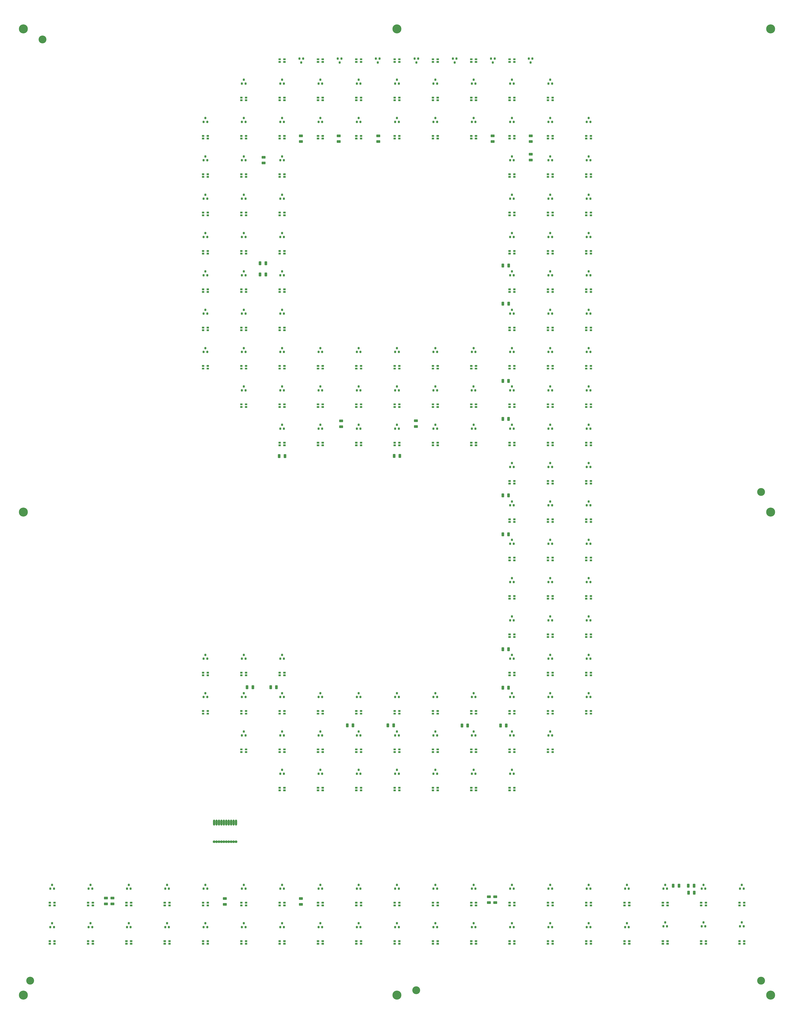
<source format=gts>
%FSTAX44Y44*%
%MOMM*%
%SFA1B1*%

%IPPOS*%
%AMD15*
4,1,8,-0.459740,-1.000760,0.459740,-1.000760,0.675640,-0.784860,0.675640,0.784860,0.459740,1.000760,-0.459740,1.000760,-0.675640,0.784860,-0.675640,-0.784860,-0.459740,-1.000760,0.0*
1,1,0.430000,-0.459740,-0.784860*
1,1,0.430000,0.459740,-0.784860*
1,1,0.430000,0.459740,0.784860*
1,1,0.430000,-0.459740,0.784860*
%
%AMD17*
4,1,8,0.299720,0.551180,-0.299720,0.551180,-0.500380,0.350520,-0.500380,-0.350520,-0.299720,-0.551180,0.299720,-0.551180,0.500380,-0.350520,0.500380,0.350520,0.299720,0.551180,0.0*
1,1,0.403200,0.299720,0.350520*
1,1,0.403200,-0.299720,0.350520*
1,1,0.403200,-0.299720,-0.350520*
1,1,0.403200,0.299720,-0.350520*
%
%AMD18*
4,1,8,-1.000760,0.459740,-1.000760,-0.459740,-0.784860,-0.675640,0.784860,-0.675640,1.000760,-0.459740,1.000760,0.459740,0.784860,0.675640,-0.784860,0.675640,-1.000760,0.459740,0.0*
1,1,0.430000,-0.784860,0.459740*
1,1,0.430000,-0.784860,-0.459740*
1,1,0.430000,0.784860,-0.459740*
1,1,0.430000,0.784860,0.459740*
%
%ADD14C,4.099992*%
G04~CAMADD=15~8~0.0~0.0~531.5~787.4~84.6~0.0~15~0.0~0.0~0.0~0.0~0~0.0~0.0~0.0~0.0~0~0.0~0.0~0.0~180.0~532.0~788.0*
%ADD15D15*%
%ADD16O,1.113198X3.153194*%
G04~CAMADD=17~8~0.0~0.0~395.0~434.3~79.4~0.0~15~0.0~0.0~0.0~0.0~0~0.0~0.0~0.0~0.0~0~0.0~0.0~0.0~0.0~395.0~434.3*
%ADD17D17*%
G04~CAMADD=18~8~0.0~0.0~531.5~787.4~84.6~0.0~15~0.0~0.0~0.0~0.0~0~0.0~0.0~0.0~0.0~0~0.0~0.0~0.0~90.0~788.0~532.0*
%ADD18D18*%
%ADD19C,4.703191*%
%ADD20C,1.403197*%
%LNled_fix910_rd_2000278_(4f00223a_7p00493a)-1*%
%LPD*%
G36*
X02593424Y04936379D02*
X02593635Y04936168D01*
X02593749Y04935893*
Y04935743*
Y04927993*
Y04927844*
X02593635Y04927568*
X02593424Y04927357*
X02593148Y04927243*
X02592999*
X02582249*
Y04927244*
X025821Y04927243*
X02581825Y04927357*
X02581613Y04927568*
X02581499Y04927844*
Y04927993*
Y04935993*
X025815Y04935994*
Y04936093*
X02581576Y04936277*
X02581717Y04936417*
X025819Y04936493*
X02582*
X02592999*
X02593148*
X02593424Y04936379*
G37*
G36*
X02393424D02*
X02393635Y04936168D01*
X02393749Y04935893*
Y04935743*
Y04927993*
Y04927844*
X02393635Y04927568*
X02393424Y04927357*
X02393148Y04927243*
X02392999*
X02382249*
Y04927244*
X023821Y04927243*
X02381825Y04927357*
X02381614Y04927568*
X02381499Y04927844*
Y04927993*
Y04935993*
X023815Y04935994*
Y04936093*
X02381576Y04936277*
X02381717Y04936417*
X023819Y04936493*
X02382*
X02392999*
X02393149*
X02393424Y04936379*
G37*
G36*
X02193424D02*
X02193635Y04936168D01*
X02193749Y04935893*
Y04935743*
Y04927993*
Y04927844*
X02193635Y04927568*
X02193424Y04927357*
X02193148Y04927243*
X02192999*
X02182249*
Y04927244*
X021821Y04927243*
X02181825Y04927357*
X02181614Y04927568*
X02181499Y04927844*
Y04927993*
Y04935993*
X021815Y04935994*
Y04936093*
X02181576Y04936277*
X02181717Y04936417*
X021819Y04936493*
X02182*
X02192999*
X02193149*
X02193424Y04936379*
G37*
G36*
X01993424D02*
X01993635Y04936168D01*
X01993749Y04935893*
Y04935743*
Y04927993*
Y04927844*
X01993635Y04927568*
X01993424Y04927357*
X01993148Y04927243*
X01992999*
X01982249*
Y04927244*
X019821Y04927243*
X01981825Y04927357*
X01981614Y04927568*
X01981499Y04927844*
Y04927993*
Y04935993*
X019815Y04935994*
Y04936093*
X01981576Y04936277*
X01981717Y04936417*
X019819Y04936493*
X01982*
X01992999*
X01993149*
X01993424Y04936379*
G37*
G36*
X01793424D02*
X01793635Y04936168D01*
X01793749Y04935893*
Y04935743*
Y04927993*
Y04927844*
X01793635Y04927568*
X01793424Y04927357*
X01793148Y04927243*
X01792999*
X01782249*
Y04927244*
X017821Y04927243*
X01781825Y04927357*
X01781614Y04927568*
X01781499Y04927844*
Y04927993*
Y04935993*
X017815Y04935994*
Y04936093*
X01781576Y04936277*
X01781717Y04936417*
X017819Y04936493*
X01782*
X01792999*
X01793148*
X01793424Y04936379*
G37*
G36*
X01593424D02*
X01593635Y04936168D01*
X01593749Y04935893*
Y04935743*
Y04927993*
Y04927844*
X01593635Y04927568*
X01593424Y04927357*
X01593148Y04927243*
X01592999*
X01582249*
Y04927244*
X015821Y04927243*
X01581825Y04927357*
X01581614Y04927568*
X01581499Y04927844*
Y04927993*
Y04935993*
X015815Y04935994*
Y04936093*
X01581576Y04936277*
X01581717Y04936417*
X015819Y04936493*
X01582*
X01592999*
X01593149*
X01593424Y04936379*
G37*
G36*
X01393424D02*
X01393635Y04936168D01*
X01393749Y04935893*
Y04935743*
Y04927993*
Y04927844*
X01393635Y04927568*
X01393424Y04927357*
X01393148Y04927243*
X01392999*
X01382249*
Y04927244*
X013821Y04927243*
X01381825Y04927357*
X01381614Y04927568*
X01381499Y04927844*
Y04927993*
Y04935993*
X013815Y04935994*
Y04936093*
X01381576Y04936277*
X01381717Y04936417*
X013819Y04936493*
X01382*
X01392999*
X01393149*
X01393424Y04936379*
G37*
G36*
X02617999Y04936493D02*
D01*
X02618099*
X02618282Y04936417*
X02618423Y04936276*
X02618499Y04936093*
Y04935993*
Y04927993*
Y04927844*
X02618385Y04927568*
X02618174Y04927357*
X02617898Y04927243*
X02617749*
X02606999*
Y04927244*
X0260685Y04927243*
X02606575Y04927357*
X02606363Y04927568*
X02606249Y04927844*
Y04927993*
X0260625Y04935743*
Y04935742*
Y04935892*
X02606363Y04936168*
X02606574Y04936379*
X0260685Y04936493*
X02606999*
X02617999*
G37*
G36*
X02417999D02*
D01*
X02418099*
X02418282Y04936417*
X02418423Y04936276*
X02418499Y04936093*
Y04935993*
Y04927993*
Y04927844*
X02418385Y04927568*
X02418174Y04927357*
X02417898Y04927243*
X02417749*
X02406999*
Y04927244*
X0240685Y04927243*
X02406574Y04927357*
X02406363Y04927568*
X02406249Y04927844*
Y04927993*
X0240625Y04935743*
Y04935742*
X02406249Y04935892*
X02406363Y04936168*
X02406574Y04936379*
X0240685Y04936493*
X02406999*
X02417999*
G37*
G36*
X02217999D02*
D01*
X02218099*
X02218282Y04936417*
X02218423Y04936276*
X02218499Y04936093*
Y04935993*
Y04927993*
Y04927844*
X02218385Y04927568*
X02218174Y04927357*
X02217898Y04927243*
X02217749*
X02206999*
Y04927244*
X0220685Y04927243*
X02206574Y04927357*
X02206363Y04927568*
X02206249Y04927844*
Y04927993*
X0220625Y04935743*
Y04935742*
X02206249Y04935892*
X02206363Y04936168*
X02206574Y04936379*
X0220685Y04936493*
X02206999*
X02217999*
G37*
G36*
X02017999D02*
D01*
X02018099*
X02018282Y04936417*
X02018423Y04936276*
X02018499Y04936093*
Y04935993*
Y04927993*
Y04927844*
X02018385Y04927568*
X02018174Y04927357*
X02017898Y04927243*
X02017749*
X02006999*
Y04927244*
X0200685Y04927243*
X02006574Y04927357*
X02006363Y04927568*
X02006249Y04927844*
Y04927993*
X0200625Y04935743*
Y04935742*
X02006249Y04935892*
X02006363Y04936168*
X02006574Y04936379*
X0200685Y04936493*
X02006999*
X02017999*
G37*
G36*
X01817999D02*
D01*
X01818099*
X01818282Y04936417*
X01818423Y04936276*
X01818499Y04936093*
Y04935993*
Y04927993*
Y04927844*
X01818386Y04927568*
X01818174Y04927357*
X01817898Y04927243*
X01817749*
X01806999*
Y04927244*
X0180685Y04927243*
X01806575Y04927357*
X01806363Y04927568*
X01806249Y04927844*
Y04927993*
X0180625Y04935743*
Y04935742*
X01806249Y04935892*
X01806363Y04936168*
X01806575Y04936379*
X0180685Y04936493*
X01806999*
X01817999*
G37*
G36*
X01617999D02*
D01*
X01618099*
X01618282Y04936417*
X01618423Y04936276*
X01618499Y04936093*
Y04935993*
Y04927993*
Y04927844*
X01618385Y04927568*
X01618174Y04927357*
X01617898Y04927243*
X01617749*
X01606999*
Y04927244*
X0160685Y04927243*
X01606574Y04927357*
X01606363Y04927568*
X01606249Y04927844*
Y04927993*
X0160625Y04935743*
Y04935742*
X01606249Y04935892*
X01606363Y04936168*
X01606574Y04936379*
X0160685Y04936493*
X01606999*
X01617999*
G37*
G36*
X01417999D02*
D01*
X01418099*
X01418282Y04936417*
X01418423Y04936276*
X01418499Y04936093*
Y04935993*
Y04927993*
Y04927844*
X01418385Y04927568*
X01418174Y04927357*
X01417898Y04927243*
X01417749*
X01406999*
Y04927244*
X0140685Y04927243*
X01406574Y04927357*
X01406363Y04927568*
X01406249Y04927844*
Y04927993*
X0140625Y04935743*
Y04935742*
X01406249Y04935892*
X01406363Y04936168*
X01406574Y04936379*
X0140685Y04936493*
X01406999*
X01417999*
G37*
G36*
X0261775Y04922743D02*
X02617898D01*
X02618174Y04922629*
X02618385Y04922418*
X02618499Y04922143*
Y04921994*
Y04913993*
Y04913893*
X02618422Y0491371*
X02618282Y04913569*
X02618098Y04913493*
X02617999*
X02606999*
X0260685*
X02606575Y04913607*
X02606363Y04913818*
X02606249Y04914094*
Y04914243*
Y04921993*
X0260625*
Y04922143*
X02606364Y04922418*
X02606575Y04922629*
X0260685Y04922743*
X02606999*
X0261775*
G37*
G36*
X02592999D02*
X02593148D01*
X02593424Y04922629*
X02593635Y04922418*
X02593749Y04922143*
Y04921994*
Y04914243*
Y04914094*
X02593635Y04913819*
X02593424Y04913608*
X02593149Y04913493*
X02592999*
X02581999*
X025819*
X02581716Y04913569*
X02581576Y0491371*
X025815Y04913894*
Y04913993*
Y04921993*
Y04921994*
Y04922143*
X02581614Y04922418*
X02581825Y04922629*
X025821Y04922743*
X02582249*
X02592999*
G37*
G36*
X02417749D02*
X02417899D01*
X02418174Y04922629*
X02418385Y04922418*
X02418499Y04922143*
Y04921994*
Y04913993*
Y04913893*
X02418423Y0491371*
X02418282Y04913569*
X02418098Y04913493*
X02417999*
X02406999*
X0240685*
X02406574Y04913607*
X02406363Y04913818*
X02406249Y04914094*
Y04914243*
Y04921993*
Y04922143*
X02406364Y04922418*
X02406575Y04922629*
X0240685Y04922743*
X02406999*
X02417749*
G37*
G36*
X02392999D02*
X02393149D01*
X02393424Y04922629*
X02393635Y04922418*
X02393749Y04922143*
Y04921994*
Y04914243*
Y04914094*
X02393635Y04913819*
X02393424Y04913608*
X02393149Y04913493*
X02392999*
X02381999*
X023819*
X02381716Y04913569*
X02381576Y0491371*
X023815Y04913894*
Y04913993*
Y04921993*
Y04921994*
Y04922143*
X02381614Y04922418*
X02381825Y04922629*
X023821Y04922743*
X02382249*
X02392999*
G37*
G36*
X02217749D02*
X02217899D01*
X02218174Y04922629*
X02218385Y04922418*
X02218499Y04922143*
Y04921994*
Y04913993*
Y04913893*
X02218423Y0491371*
X02218282Y04913569*
X02218098Y04913493*
X02217999*
X02206999*
X0220685*
X02206574Y04913607*
X02206363Y04913818*
X02206249Y04914094*
Y04914243*
Y04921993*
Y04922143*
X02206364Y04922418*
X02206575Y04922629*
X0220685Y04922743*
X02206999*
X02217749*
G37*
G36*
X02192999D02*
X02193149D01*
X02193424Y04922629*
X02193635Y04922418*
X02193749Y04922143*
Y04921994*
Y04914243*
Y04914094*
X02193635Y04913819*
X02193424Y04913608*
X02193149Y04913493*
X02192999*
X02181999*
X021819*
X02181716Y04913569*
X02181576Y0491371*
X021815Y04913894*
Y04913993*
Y04921993*
Y04921994*
Y04922143*
X02181614Y04922418*
X02181825Y04922629*
X021821Y04922743*
X02182249*
X02192999*
G37*
G36*
X02017749D02*
X02017899D01*
X02018174Y04922629*
X02018385Y04922418*
X02018499Y04922143*
Y04921994*
Y04913993*
Y04913893*
X02018423Y0491371*
X02018282Y04913569*
X02018098Y04913493*
X02017999*
X02006999*
X0200685*
X02006574Y04913607*
X02006363Y04913818*
X02006249Y04914094*
Y04914243*
Y04921993*
Y04922143*
X02006364Y04922418*
X02006575Y04922629*
X0200685Y04922743*
X02006999*
X02017749*
G37*
G36*
X01992999D02*
X01993149D01*
X01993424Y04922629*
X01993635Y04922418*
X01993749Y04922143*
Y04921994*
Y04914243*
Y04914094*
X01993635Y04913819*
X01993424Y04913608*
X01993149Y04913493*
X01992999*
X01981999*
X019819*
X01981716Y04913569*
X01981576Y0491371*
X019815Y04913894*
Y04913993*
Y04921993*
Y04921994*
Y04922143*
X01981614Y04922418*
X01981825Y04922629*
X019821Y04922743*
X01982249*
X01992999*
G37*
G36*
X01817749D02*
X01817899D01*
X01818174Y04922629*
X01818386Y04922418*
X01818499Y04922143*
Y04921994*
Y04913993*
Y04913893*
X01818423Y0491371*
X01818282Y04913569*
X01818098Y04913493*
X01817999*
X01806999*
X0180685*
X01806575Y04913607*
X01806363Y04913818*
X01806249Y04914094*
Y04914243*
Y04921993*
Y04922143*
X01806364Y04922418*
X01806575Y04922629*
X0180685Y04922743*
X01806999*
X01817749*
G37*
G36*
X01792999D02*
X01793149D01*
X01793424Y04922629*
X01793635Y04922418*
X01793749Y04922143*
Y04921994*
Y04914243*
Y04914094*
X01793635Y04913819*
X01793424Y04913608*
X01793149Y04913493*
X01792999*
X01781999*
X017819*
X01781716Y04913569*
X01781576Y0491371*
X017815Y04913894*
Y04913993*
Y04921993*
Y04921994*
Y04922143*
X01781614Y04922418*
X01781825Y04922629*
X017821Y04922743*
X01782249*
X01792999*
G37*
G36*
X01617749D02*
X01617899D01*
X01618174Y04922629*
X01618385Y04922418*
X01618499Y04922143*
Y04921994*
Y04913993*
Y04913893*
X01618423Y0491371*
X01618282Y04913569*
X01618098Y04913493*
X01617999*
X01606999*
X0160685*
X01606574Y04913607*
X01606363Y04913818*
X01606249Y04914094*
Y04914243*
Y04921993*
Y04922143*
X01606364Y04922418*
X01606575Y04922629*
X0160685Y04922743*
X01606999*
X01617749*
G37*
G36*
X01592999D02*
X01593149D01*
X01593424Y04922629*
X01593635Y04922418*
X01593749Y04922143*
Y04921994*
Y04914243*
Y04914094*
X01593635Y04913819*
X01593424Y04913608*
X01593149Y04913493*
X01592999*
X01581999*
X015819*
X01581716Y04913569*
X01581576Y0491371*
X015815Y04913894*
Y04913993*
Y04921993*
Y04921994*
Y04922143*
X01581614Y04922418*
X01581825Y04922629*
X015821Y04922743*
X01582249*
X01592999*
G37*
G36*
X01417749D02*
X01417899D01*
X01418174Y04922629*
X01418385Y04922418*
X01418499Y04922143*
Y04921994*
Y04913993*
Y04913893*
X01418423Y0491371*
X01418282Y04913569*
X01418098Y04913493*
X01417999*
X01406999*
X0140685*
X01406574Y04913607*
X01406363Y04913818*
X01406249Y04914094*
Y04914243*
Y04921993*
Y04922143*
X01406364Y04922418*
X01406575Y04922629*
X0140685Y04922743*
X01406999*
X01417749*
G37*
G36*
X01392999D02*
X01393149D01*
X01393424Y04922629*
X01393635Y04922418*
X01393749Y04922143*
Y04921994*
Y04914243*
Y04914094*
X01393635Y04913819*
X01393424Y04913608*
X01393149Y04913493*
X01392999*
X01381999*
X013819*
X01381716Y04913569*
X01381576Y0491371*
X013815Y04913894*
Y04913993*
Y04921993*
Y04921994*
Y04922143*
X01381614Y04922418*
X01381825Y04922629*
X013821Y04922743*
X01382249*
X01392999*
G37*
G36*
X02793424Y04736379D02*
X02793635Y04736168D01*
X02793749Y04735893*
Y04735743*
Y04727993*
Y04727844*
X02793635Y04727568*
X02793424Y04727357*
X02793148Y04727243*
X02792999*
X02782249*
X027821*
X02781825Y04727357*
X02781614Y04727568*
X027815Y04727844*
Y04727993*
Y04735993*
Y04735994*
Y04736093*
X02781576Y04736277*
X02781717Y04736417*
X027819Y04736493*
X02782*
X02792999*
X02793148*
X02793424Y04736379*
G37*
G36*
X02593424D02*
X02593635Y04736168D01*
X02593749Y04735893*
Y04735743*
Y04727993*
Y04727844*
X02593635Y04727568*
X02593424Y04727357*
X02593148Y04727243*
X02592999*
X02582249*
X025821*
X02581825Y04727357*
X02581614Y04727568*
X025815Y04727844*
Y04727993*
Y04735993*
Y04735994*
Y04736093*
X02581576Y04736277*
X02581717Y04736417*
X025819Y04736493*
X02582*
X02592999*
X02593148*
X02593424Y04736379*
G37*
G36*
X02393424D02*
X02393635Y04736168D01*
X02393749Y04735893*
Y04735743*
Y04727993*
Y04727844*
X02393635Y04727568*
X02393424Y04727357*
X02393148Y04727243*
X02392999*
X02382249*
X023821*
X02381825Y04727357*
X02381614Y04727568*
X02381499Y04727844*
Y04727993*
Y04735993*
X023815Y04735994*
Y04736093*
X02381576Y04736277*
X02381717Y04736417*
X023819Y04736493*
X02382*
X02392999*
X02393149*
X02393424Y04736379*
G37*
G36*
X02193424D02*
X02193635Y04736168D01*
X02193749Y04735893*
Y04735743*
Y04727993*
Y04727844*
X02193635Y04727568*
X02193424Y04727357*
X02193148Y04727243*
X02192999*
X02182249*
X021821*
X02181825Y04727357*
X02181614Y04727568*
X02181499Y04727844*
Y04727993*
Y04735993*
X021815Y04735994*
Y04736093*
X02181576Y04736277*
X02181717Y04736417*
X021819Y04736493*
X02182*
X02192999*
X02193149*
X02193424Y04736379*
G37*
G36*
X01993424D02*
X01993635Y04736168D01*
X01993749Y04735893*
Y04735743*
Y04727993*
Y04727844*
X01993635Y04727568*
X01993424Y04727357*
X01993148Y04727243*
X01992999*
X01982249*
X019821*
X01981825Y04727357*
X01981614Y04727568*
X01981499Y04727844*
Y04727993*
Y04735993*
X019815Y04735994*
Y04736093*
X01981576Y04736277*
X01981717Y04736417*
X019819Y04736493*
X01982*
X01992999*
X01993149*
X01993424Y04736379*
G37*
G36*
X01793424D02*
X01793635Y04736168D01*
X01793749Y04735893*
Y04735743*
Y04727993*
Y04727844*
X01793635Y04727568*
X01793424Y04727357*
X01793148Y04727243*
X01792999*
X01782249*
X017821*
X01781825Y04727357*
X01781614Y04727568*
X01781499Y04727844*
Y04727993*
Y04735993*
X017815Y04735994*
Y04736093*
X01781576Y04736277*
X01781717Y04736417*
X017819Y04736493*
X01782*
X01792999*
X01793148*
X01793424Y04736379*
G37*
G36*
X01593424D02*
X01593635Y04736168D01*
X01593749Y04735893*
Y04735743*
Y04727993*
Y04727844*
X01593635Y04727568*
X01593424Y04727357*
X01593148Y04727243*
X01592999*
X01582249*
X015821*
X01581825Y04727357*
X01581614Y04727568*
X01581499Y04727844*
Y04727993*
Y04735993*
X015815Y04735994*
Y04736093*
X01581576Y04736277*
X01581717Y04736417*
X015819Y04736493*
X01582*
X01592999*
X01593149*
X01593424Y04736379*
G37*
G36*
X01393424D02*
X01393635Y04736168D01*
X01393749Y04735893*
Y04735743*
Y04727993*
Y04727844*
X01393635Y04727568*
X01393424Y04727357*
X01393148Y04727243*
X01392999*
X01382249*
X013821*
X01381825Y04727357*
X01381614Y04727568*
X01381499Y04727844*
Y04727993*
Y04735993*
X013815Y04735994*
Y04736093*
X01381576Y04736277*
X01381717Y04736417*
X013819Y04736493*
X01382*
X01392999*
X01393149*
X01393424Y04736379*
G37*
G36*
X01193424D02*
X01193635Y04736168D01*
X01193749Y04735893*
Y04735743*
Y04727993*
Y04727844*
X01193635Y04727568*
X01193424Y04727357*
X01193148Y04727243*
X01192999*
X01182249*
X011821*
X01181824Y04727357*
X01181614Y04727568*
X01181499Y04727844*
Y04727993*
Y04735993*
X011815Y04735994*
Y04736093*
X01181576Y04736277*
X01181717Y04736417*
X011819Y04736493*
X01182*
X01192999*
X01193148*
X01193424Y04736379*
G37*
G36*
X02817999Y04736493D02*
D01*
X02818099*
X02818282Y04736417*
X02818423Y04736276*
X02818499Y04736093*
Y04735993*
Y04727993*
Y04727844*
X02818385Y04727568*
X02818174Y04727357*
X02817898Y04727243*
X02817749*
X02806999*
X0280685*
X02806575Y04727357*
X02806363Y04727568*
X02806249Y04727844*
Y04727993*
X0280625Y04735743*
Y04735742*
Y04735892*
X02806363Y04736168*
X02806574Y04736379*
X0280685Y04736493*
X02806999*
X02817999*
G37*
G36*
X02617999D02*
D01*
X02618099*
X02618282Y04736417*
X02618423Y04736276*
X02618499Y04736093*
Y04735993*
Y04727993*
Y04727844*
X02618385Y04727568*
X02618174Y04727357*
X02617898Y04727243*
X02617749*
X02606999*
X0260685*
X02606575Y04727357*
X02606363Y04727568*
X02606249Y04727844*
Y04727993*
X0260625Y04735743*
Y04735742*
Y04735892*
X02606363Y04736168*
X02606574Y04736379*
X0260685Y04736493*
X02606999*
X02617999*
G37*
G36*
X02417999D02*
D01*
X02418099*
X02418282Y04736417*
X02418423Y04736276*
X02418499Y04736093*
Y04735993*
Y04727993*
Y04727844*
X02418385Y04727568*
X02418174Y04727357*
X02417898Y04727243*
X02417749*
X02406999*
X0240685*
X02406574Y04727357*
X02406363Y04727568*
X02406249Y04727844*
Y04727993*
X0240625Y04735743*
Y04735742*
X02406249Y04735892*
X02406363Y04736168*
X02406574Y04736379*
X0240685Y04736493*
X02406999*
X02417999*
G37*
G36*
X02217999D02*
D01*
X02218099*
X02218282Y04736417*
X02218423Y04736276*
X02218499Y04736093*
Y04735993*
Y04727993*
Y04727844*
X02218385Y04727568*
X02218174Y04727357*
X02217898Y04727243*
X02217749*
X02206999*
X0220685*
X02206574Y04727357*
X02206363Y04727568*
X02206249Y04727844*
Y04727993*
X0220625Y04735743*
Y04735742*
X02206249Y04735892*
X02206363Y04736168*
X02206574Y04736379*
X0220685Y04736493*
X02206999*
X02217999*
G37*
G36*
X02017999D02*
D01*
X02018099*
X02018282Y04736417*
X02018423Y04736276*
X02018499Y04736093*
Y04735993*
Y04727993*
Y04727844*
X02018385Y04727568*
X02018174Y04727357*
X02017898Y04727243*
X02017749*
X02006999*
X0200685*
X02006574Y04727357*
X02006363Y04727568*
X02006249Y04727844*
Y04727993*
X0200625Y04735743*
Y04735742*
X02006249Y04735892*
X02006363Y04736168*
X02006574Y04736379*
X0200685Y04736493*
X02006999*
X02017999*
G37*
G36*
X01817999D02*
D01*
X01818099*
X01818282Y04736417*
X01818423Y04736276*
X01818499Y04736093*
Y04735993*
Y04727993*
Y04727844*
X01818386Y04727568*
X01818174Y04727357*
X01817898Y04727243*
X01817749*
X01806999*
X0180685*
X01806575Y04727357*
X01806363Y04727568*
X01806249Y04727844*
Y04727993*
X0180625Y04735743*
Y04735742*
X01806249Y04735892*
X01806363Y04736168*
X01806575Y04736379*
X0180685Y04736493*
X01806999*
X01817999*
G37*
G36*
X01617999D02*
D01*
X01618099*
X01618282Y04736417*
X01618423Y04736276*
X01618499Y04736093*
Y04735993*
Y04727993*
Y04727844*
X01618385Y04727568*
X01618174Y04727357*
X01617898Y04727243*
X01617749*
X01606999*
X0160685*
X01606574Y04727357*
X01606363Y04727568*
X01606249Y04727844*
Y04727993*
X0160625Y04735743*
Y04735742*
X01606249Y04735892*
X01606363Y04736168*
X01606574Y04736379*
X0160685Y04736493*
X01606999*
X01617999*
G37*
G36*
X01417999D02*
D01*
X01418099*
X01418282Y04736417*
X01418423Y04736276*
X01418499Y04736093*
Y04735993*
Y04727993*
Y04727844*
X01418385Y04727568*
X01418174Y04727357*
X01417898Y04727243*
X01417749*
X01406999*
X0140685*
X01406574Y04727357*
X01406363Y04727568*
X01406249Y04727844*
Y04727993*
X0140625Y04735743*
Y04735742*
X01406249Y04735892*
X01406363Y04736168*
X01406574Y04736379*
X0140685Y04736493*
X01406999*
X01417999*
G37*
G36*
X01217999D02*
D01*
X01218099*
X01218282Y04736417*
X01218423Y04736276*
X01218499Y04736093*
Y04735993*
Y04727993*
Y04727844*
X01218385Y04727568*
X01218174Y04727357*
X01217898Y04727243*
X01217749*
X01206999*
X0120685*
X01206574Y04727357*
X01206364Y04727568*
X01206249Y04727844*
Y04727993*
X0120625Y04735743*
Y04735742*
Y04735892*
X01206364Y04736168*
X01206574Y04736379*
X0120685Y04736493*
X01206999*
X01217999*
G37*
G36*
X0281775Y04722743D02*
X02817898D01*
X02818174Y04722629*
X02818385Y04722418*
X02818499Y04722143*
Y04721994*
Y04713993*
Y04713893*
X02818422Y0471371*
X02818282Y04713569*
X02818098Y04713493*
X02817999*
X02806999*
X0280685*
X02806575Y04713607*
X02806363Y04713818*
X02806249Y04714094*
Y04714243*
Y04721993*
X0280625*
Y04722143*
X02806364Y04722418*
X02806575Y04722629*
X0280685Y04722743*
X02806999*
X0281775*
G37*
G36*
X02792999D02*
X02793148D01*
X02793424Y04722629*
X02793635Y04722418*
X02793749Y04722143*
Y04721994*
Y04714243*
Y04714094*
X02793635Y04713819*
X02793424Y04713608*
X02793149Y04713493*
X02792999*
X02781999*
X027819*
X02781716Y04713569*
X02781576Y0471371*
X027815Y04713894*
Y04713993*
Y04721993*
Y04721994*
Y04722143*
X02781614Y04722418*
X02781825Y04722629*
X027821Y04722743*
X02782249*
X02792999*
G37*
G36*
X0261775D02*
X02617898D01*
X02618174Y04722629*
X02618385Y04722418*
X02618499Y04722143*
Y04721994*
Y04713993*
Y04713893*
X02618422Y0471371*
X02618282Y04713569*
X02618098Y04713493*
X02617999*
X02606999*
X0260685*
X02606575Y04713607*
X02606363Y04713818*
X02606249Y04714094*
Y04714243*
X0260625Y04721993*
Y04722143*
X02606364Y04722418*
X02606575Y04722629*
X0260685Y04722743*
X02606999*
X0261775*
G37*
G36*
X02592999D02*
X02593148D01*
X02593424Y04722629*
X02593635Y04722418*
X02593749Y04722143*
Y04721994*
Y04714243*
Y04714094*
X02593635Y04713819*
X02593424Y04713608*
X02593149Y04713493*
X02592999*
X02581999*
X025819*
X02581716Y04713569*
X02581576Y0471371*
X025815Y04713894*
Y04713993*
Y04721993*
Y04721994*
Y04722143*
X02581614Y04722418*
X02581825Y04722629*
X025821Y04722743*
X02582249*
X02592999*
G37*
G36*
X02417749D02*
X02417899D01*
X02418174Y04722629*
X02418385Y04722418*
X02418499Y04722143*
Y04721994*
Y04713993*
Y04713893*
X02418423Y0471371*
X02418282Y04713569*
X02418098Y04713493*
X02417999*
X02406999*
X0240685*
X02406574Y04713607*
X02406363Y04713818*
X02406249Y04714094*
Y04714243*
Y04721993*
Y04722143*
X02406364Y04722418*
X02406575Y04722629*
X0240685Y04722743*
X02406999*
X02417749*
G37*
G36*
X02392999D02*
X02393149D01*
X02393424Y04722629*
X02393635Y04722418*
X02393749Y04722143*
Y04721994*
Y04714243*
Y04714094*
X02393635Y04713819*
X02393424Y04713608*
X02393149Y04713493*
X02392999*
X02381999*
X023819*
X02381716Y04713569*
X02381576Y0471371*
X023815Y04713894*
Y04713993*
Y04721993*
Y04721994*
Y04722143*
X02381614Y04722418*
X02381825Y04722629*
X023821Y04722743*
X02382249*
X02392999*
G37*
G36*
X02217749D02*
X02217899D01*
X02218174Y04722629*
X02218385Y04722418*
X02218499Y04722143*
Y04721994*
Y04713993*
Y04713893*
X02218423Y0471371*
X02218282Y04713569*
X02218098Y04713493*
X02217999*
X02206999*
X0220685*
X02206574Y04713607*
X02206363Y04713818*
X02206249Y04714094*
Y04714243*
Y04721993*
Y04722143*
X02206364Y04722418*
X02206575Y04722629*
X0220685Y04722743*
X02206999*
X02217749*
G37*
G36*
X02192999D02*
X02193149D01*
X02193424Y04722629*
X02193635Y04722418*
X02193749Y04722143*
Y04721994*
Y04714243*
Y04714094*
X02193635Y04713819*
X02193424Y04713608*
X02193149Y04713493*
X02192999*
X02181999*
X021819*
X02181716Y04713569*
X02181576Y0471371*
X021815Y04713894*
Y04713993*
Y04721993*
Y04721994*
Y04722143*
X02181614Y04722418*
X02181825Y04722629*
X021821Y04722743*
X02182249*
X02192999*
G37*
G36*
X02017749D02*
X02017899D01*
X02018174Y04722629*
X02018385Y04722418*
X02018499Y04722143*
Y04721994*
Y04713993*
Y04713893*
X02018423Y0471371*
X02018282Y04713569*
X02018098Y04713493*
X02017999*
X02006999*
X0200685*
X02006574Y04713607*
X02006363Y04713818*
X02006249Y04714094*
Y04714243*
Y04721993*
Y04722143*
X02006364Y04722418*
X02006575Y04722629*
X0200685Y04722743*
X02006999*
X02017749*
G37*
G36*
X01992999D02*
X01993149D01*
X01993424Y04722629*
X01993635Y04722418*
X01993749Y04722143*
Y04721994*
Y04714243*
Y04714094*
X01993635Y04713819*
X01993424Y04713608*
X01993149Y04713493*
X01992999*
X01981999*
X019819*
X01981716Y04713569*
X01981576Y0471371*
X019815Y04713894*
Y04713993*
Y04721993*
Y04721994*
Y04722143*
X01981614Y04722418*
X01981825Y04722629*
X019821Y04722743*
X01982249*
X01992999*
G37*
G36*
X01817749D02*
X01817899D01*
X01818174Y04722629*
X01818386Y04722418*
X01818499Y04722143*
Y04721994*
Y04713993*
Y04713893*
X01818423Y0471371*
X01818282Y04713569*
X01818098Y04713493*
X01817999*
X01806999*
X0180685*
X01806575Y04713607*
X01806363Y04713818*
X01806249Y04714094*
Y04714243*
Y04721993*
Y04722143*
X01806364Y04722418*
X01806575Y04722629*
X0180685Y04722743*
X01806999*
X01817749*
G37*
G36*
X01792999D02*
X01793149D01*
X01793424Y04722629*
X01793635Y04722418*
X01793749Y04722143*
Y04721994*
Y04714243*
Y04714094*
X01793635Y04713819*
X01793424Y04713608*
X01793149Y04713493*
X01792999*
X01781999*
X017819*
X01781716Y04713569*
X01781576Y0471371*
X017815Y04713894*
Y04713993*
Y04721993*
Y04721994*
Y04722143*
X01781614Y04722418*
X01781825Y04722629*
X017821Y04722743*
X01782249*
X01792999*
G37*
G36*
X01617749D02*
X01617899D01*
X01618174Y04722629*
X01618385Y04722418*
X01618499Y04722143*
Y04721994*
Y04713993*
Y04713893*
X01618423Y0471371*
X01618282Y04713569*
X01618098Y04713493*
X01617999*
X01606999*
X0160685*
X01606574Y04713607*
X01606363Y04713818*
X01606249Y04714094*
Y04714243*
Y04721993*
Y04722143*
X01606364Y04722418*
X01606575Y04722629*
X0160685Y04722743*
X01606999*
X01617749*
G37*
G36*
X01592999D02*
X01593149D01*
X01593424Y04722629*
X01593635Y04722418*
X01593749Y04722143*
Y04721994*
Y04714243*
Y04714094*
X01593635Y04713819*
X01593424Y04713608*
X01593149Y04713493*
X01592999*
X01581999*
X015819*
X01581716Y04713569*
X01581576Y0471371*
X015815Y04713894*
Y04713993*
Y04721993*
Y04721994*
Y04722143*
X01581614Y04722418*
X01581825Y04722629*
X015821Y04722743*
X01582249*
X01592999*
G37*
G36*
X01417749D02*
X01417899D01*
X01418174Y04722629*
X01418385Y04722418*
X01418499Y04722143*
Y04721994*
Y04713993*
Y04713893*
X01418423Y0471371*
X01418282Y04713569*
X01418098Y04713493*
X01417999*
X01406999*
X0140685*
X01406574Y04713607*
X01406363Y04713818*
X01406249Y04714094*
Y04714243*
Y04721993*
Y04722143*
X01406364Y04722418*
X01406575Y04722629*
X0140685Y04722743*
X01406999*
X01417749*
G37*
G36*
X01392999D02*
X01393149D01*
X01393424Y04722629*
X01393635Y04722418*
X01393749Y04722143*
Y04721994*
Y04714243*
Y04714094*
X01393635Y04713819*
X01393424Y04713608*
X01393149Y04713493*
X01392999*
X01381999*
X013819*
X01381716Y04713569*
X01381576Y0471371*
X013815Y04713894*
Y04713993*
Y04721993*
Y04721994*
Y04722143*
X01381614Y04722418*
X01381825Y04722629*
X013821Y04722743*
X01382249*
X01392999*
G37*
G36*
X01217749D02*
X01217899D01*
X01218174Y04722629*
X01218385Y04722418*
X01218499Y04722143*
Y04721994*
Y04713993*
Y04713893*
X01218423Y0471371*
X01218282Y04713569*
X01218098Y04713493*
X01217999*
X01206999*
X0120685*
X01206574Y04713607*
X01206364Y04713818*
X01206249Y04714094*
Y04714243*
Y04721993*
X0120625*
Y04722143*
X01206364Y04722418*
X01206575Y04722629*
X0120685Y04722743*
X01206999*
X01217749*
G37*
G36*
X01192999D02*
X01193148D01*
X01193424Y04722629*
X01193635Y04722418*
X01193749Y04722143*
Y04721994*
Y04714243*
Y04714094*
X01193635Y04713819*
X01193424Y04713608*
X01193149Y04713493*
X01192999*
X01181999*
X011819*
X01181716Y04713569*
X01181576Y0471371*
X011815Y04713894*
Y04713993*
X01181499Y04721993*
Y04721994*
Y04722143*
X01181614Y04722418*
X01181825Y04722629*
X011821Y04722743*
X01182249*
X01192999*
G37*
G36*
X02993424Y04536379D02*
X02993635Y04536168D01*
X02993749Y04535893*
Y04535743*
Y04527993*
Y04527844*
X02993635Y04527569*
X02993424Y04527357*
X02993148Y04527243*
X02992999*
X02982249*
Y04527244*
X029821Y04527243*
X02981825Y04527357*
X02981614Y04527568*
X029815Y04527844*
Y04527993*
Y04535993*
Y04535994*
Y04536093*
X02981576Y04536277*
X02981717Y04536417*
X029819Y04536493*
X02982*
X02992999*
X02993148*
X02993424Y04536379*
G37*
G36*
X01393424D02*
X01393635Y04536168D01*
X01393749Y04535893*
Y04535743*
Y04527993*
Y04527844*
X01393635Y04527569*
X01393424Y04527357*
X01393148Y04527243*
X01392999*
X01382249*
Y04527244*
X013821Y04527243*
X01381825Y04527357*
X01381614Y04527568*
X01381499Y04527844*
Y04527993*
Y04535993*
X013815Y04535994*
Y04536093*
X01381576Y04536277*
X01381717Y04536417*
X013819Y04536493*
X01382*
X01392999*
X01393149*
X01393424Y04536379*
G37*
G36*
X02793424D02*
X02793635Y04536168D01*
X02793749Y04535893*
Y04535743*
Y04527993*
Y04527844*
X02793635Y04527568*
X02793424Y04527357*
X02793148Y04527243*
X02792999*
X02782249*
X027821*
X02781825Y04527357*
X02781614Y04527568*
X027815Y04527844*
Y04527993*
Y04535993*
Y04535994*
Y04536093*
X02781576Y04536277*
X02781717Y04536417*
X027819Y04536493*
X02782*
X02792999*
X02793148*
X02793424Y04536379*
G37*
G36*
X02593424D02*
X02593635Y04536168D01*
X02593749Y04535893*
Y04535743*
Y04527993*
Y04527844*
X02593635Y04527568*
X02593424Y04527357*
X02593148Y04527243*
X02592999*
X02582249*
X025821*
X02581825Y04527357*
X02581614Y04527568*
X025815Y04527844*
Y04527993*
Y04535993*
Y04535994*
Y04536093*
X02581576Y04536277*
X02581717Y04536417*
X025819Y04536493*
X02582*
X02592999*
X02593148*
X02593424Y04536379*
G37*
G36*
X02393424D02*
X02393635Y04536168D01*
X02393749Y04535893*
Y04535743*
Y04527993*
Y04527844*
X02393635Y04527568*
X02393424Y04527357*
X02393148Y04527243*
X02392999*
X02382249*
X023821*
X02381825Y04527357*
X02381614Y04527568*
X02381499Y04527844*
Y04527993*
Y04535993*
X023815Y04535994*
Y04536093*
X02381576Y04536277*
X02381717Y04536417*
X023819Y04536493*
X02382*
X02392999*
X02393149*
X02393424Y04536379*
G37*
G36*
X02193424D02*
X02193635Y04536168D01*
X02193749Y04535893*
Y04535743*
Y04527993*
Y04527844*
X02193635Y04527568*
X02193424Y04527357*
X02193148Y04527243*
X02192999*
X02182249*
X021821*
X02181825Y04527357*
X02181614Y04527568*
X02181499Y04527844*
Y04527993*
Y04535993*
X021815Y04535994*
Y04536093*
X02181576Y04536277*
X02181717Y04536417*
X021819Y04536493*
X02182*
X02192999*
X02193149*
X02193424Y04536379*
G37*
G36*
X01993424D02*
X01993635Y04536168D01*
X01993749Y04535893*
Y04535743*
Y04527993*
Y04527844*
X01993635Y04527568*
X01993424Y04527357*
X01993148Y04527243*
X01992999*
X01982249*
X019821*
X01981825Y04527357*
X01981614Y04527568*
X01981499Y04527844*
Y04527993*
Y04535993*
X019815Y04535994*
Y04536093*
X01981576Y04536277*
X01981717Y04536417*
X019819Y04536493*
X01982*
X01992999*
X01993149*
X01993424Y04536379*
G37*
G36*
X01793424D02*
X01793635Y04536168D01*
X01793749Y04535893*
Y04535743*
Y04527993*
Y04527844*
X01793635Y04527568*
X01793424Y04527357*
X01793148Y04527243*
X01792999*
X01782249*
X017821*
X01781825Y04527357*
X01781614Y04527568*
X01781499Y04527844*
Y04527993*
Y04535993*
X017815Y04535994*
Y04536093*
X01781576Y04536277*
X01781717Y04536417*
X017819Y04536493*
X01782*
X01792999*
X01793149*
X01793424Y04536379*
G37*
G36*
X01593424D02*
X01593635Y04536168D01*
X01593749Y04535893*
Y04535743*
Y04527993*
Y04527844*
X01593635Y04527568*
X01593424Y04527357*
X01593148Y04527243*
X01592999*
X01582249*
X015821*
X01581825Y04527357*
X01581614Y04527568*
X01581499Y04527844*
Y04527993*
Y04535993*
X015815Y04535994*
Y04536093*
X01581576Y04536277*
X01581717Y04536417*
X015819Y04536493*
X01582*
X01592999*
X01593149*
X01593424Y04536379*
G37*
G36*
X01193424D02*
X01193635Y04536168D01*
X01193749Y04535893*
Y04535743*
Y04527993*
Y04527844*
X01193635Y04527568*
X01193424Y04527357*
X01193148Y04527243*
X01192999*
X01182249*
X011821*
X01181824Y04527357*
X01181614Y04527568*
X01181499Y04527844*
Y04527993*
Y04535993*
X011815Y04535994*
Y04536093*
X01181576Y04536277*
X01181717Y04536417*
X011819Y04536493*
X01182*
X01192999*
X01193148*
X01193424Y04536379*
G37*
G36*
X00993424D02*
X00993635Y04536168D01*
X00993749Y04535893*
Y04535743*
Y04527993*
Y04527844*
X00993635Y04527568*
X00993424Y04527357*
X00993148Y04527243*
X00992999*
X00982249*
X009821*
X00981824Y04527357*
X00981614Y04527568*
X00981499Y04527844*
Y04527993*
Y04535993*
X009815Y04535994*
Y04536093*
X00981576Y04536277*
X00981717Y04536417*
X009819Y04536493*
X00982*
X00992999*
X00993148*
X00993424Y04536379*
G37*
G36*
X03017999Y04536493D02*
D01*
X03018099*
X03018282Y04536417*
X03018423Y04536276*
X03018499Y04536093*
Y04535993*
Y04527993*
Y04527844*
X03018385Y04527568*
X03018174Y04527357*
X03017898Y04527243*
X03017749*
X03006999*
Y04527244*
X0300685Y04527243*
X03006575Y04527357*
X03006363Y04527568*
X03006249Y04527844*
Y04527993*
X0300625Y04535743*
Y04535742*
Y04535892*
X03006363Y04536168*
X03006574Y04536379*
X0300685Y04536493*
X03006999*
X03017999*
G37*
G36*
X01417999D02*
D01*
X01418099*
X01418282Y04536417*
X01418423Y04536276*
X01418499Y04536093*
Y04535993*
Y04527993*
Y04527844*
X01418385Y04527568*
X01418174Y04527357*
X01417898Y04527243*
X01417749*
X01406999*
Y04527244*
X0140685Y04527243*
X01406574Y04527357*
X01406363Y04527568*
X01406249Y04527844*
Y04527993*
X0140625Y04535743*
Y04535742*
X01406249Y04535892*
X01406363Y04536168*
X01406574Y04536379*
X0140685Y04536493*
X01406999*
X01417999*
G37*
G36*
X02817999D02*
D01*
X02818099*
X02818282Y04536417*
X02818423Y04536276*
X02818499Y04536093*
Y04535993*
Y04527993*
Y04527844*
X02818385Y04527568*
X02818174Y04527357*
X02817898Y04527243*
X02817749*
X02806999*
X0280685*
X02806575Y04527357*
X02806363Y04527568*
X02806249Y04527844*
Y04527993*
X0280625Y04535743*
Y04535742*
Y04535892*
X02806363Y04536168*
X02806574Y04536379*
X0280685Y04536493*
X02806999*
X02817999*
G37*
G36*
X02617999D02*
D01*
X02618099*
X02618282Y04536417*
X02618423Y04536276*
X02618499Y04536093*
Y04535993*
Y04527993*
Y04527844*
X02618385Y04527568*
X02618174Y04527357*
X02617898Y04527243*
X02617749*
X02606999*
X0260685*
X02606575Y04527357*
X02606363Y04527568*
X02606249Y04527844*
Y04527993*
X0260625Y04535743*
Y04535742*
Y04535892*
X02606363Y04536168*
X02606574Y04536379*
X0260685Y04536493*
X02606999*
X02617999*
G37*
G36*
X02417999D02*
D01*
X02418099*
X02418282Y04536417*
X02418423Y04536276*
X02418499Y04536093*
Y04535993*
Y04527993*
Y04527844*
X02418385Y04527568*
X02418174Y04527357*
X02417898Y04527243*
X02417749*
X02406999*
X0240685*
X02406574Y04527357*
X02406363Y04527568*
X02406249Y04527844*
Y04527993*
X0240625Y04535743*
Y04535742*
X02406249Y04535892*
X02406363Y04536168*
X02406574Y04536379*
X0240685Y04536493*
X02406999*
X02417999*
G37*
G36*
X02217999D02*
D01*
X02218099*
X02218282Y04536417*
X02218423Y04536276*
X02218499Y04536093*
Y04535993*
Y04527993*
Y04527844*
X02218385Y04527568*
X02218174Y04527357*
X02217898Y04527243*
X02217749*
X02206999*
X0220685*
X02206574Y04527357*
X02206363Y04527568*
X02206249Y04527844*
Y04527993*
X0220625Y04535743*
Y04535742*
X02206249Y04535892*
X02206363Y04536168*
X02206574Y04536379*
X0220685Y04536493*
X02206999*
X02217999*
G37*
G36*
X02017999D02*
D01*
X02018099*
X02018282Y04536417*
X02018423Y04536276*
X02018499Y04536093*
Y04535993*
Y04527993*
Y04527844*
X02018385Y04527568*
X02018174Y04527357*
X02017898Y04527243*
X02017749*
X02006999*
X0200685*
X02006574Y04527357*
X02006363Y04527568*
X02006249Y04527844*
Y04527993*
X0200625Y04535743*
Y04535742*
X02006249Y04535892*
X02006363Y04536168*
X02006574Y04536379*
X0200685Y04536493*
X02006999*
X02017999*
G37*
G36*
X01817999D02*
D01*
X01818099*
X01818282Y04536417*
X01818423Y04536276*
X01818499Y04536093*
Y04535993*
Y04527993*
Y04527844*
X01818386Y04527568*
X01818174Y04527357*
X01817898Y04527243*
X01817749*
X01806999*
X0180685*
X01806575Y04527357*
X01806363Y04527568*
X01806249Y04527844*
Y04527993*
X0180625Y04535743*
Y04535742*
X01806249Y04535892*
X01806363Y04536168*
X01806575Y04536379*
X0180685Y04536493*
X01806999*
X01817999*
G37*
G36*
X01617999D02*
D01*
X01618099*
X01618282Y04536417*
X01618423Y04536276*
X01618499Y04536093*
Y04535993*
Y04527993*
Y04527844*
X01618385Y04527568*
X01618174Y04527357*
X01617898Y04527243*
X01617749*
X01606999*
X0160685*
X01606574Y04527357*
X01606363Y04527568*
X01606249Y04527844*
Y04527993*
X0160625Y04535743*
Y04535742*
X01606249Y04535892*
X01606363Y04536168*
X01606574Y04536379*
X0160685Y04536493*
X01606999*
X01617999*
G37*
G36*
X01217999D02*
D01*
X01218099*
X01218282Y04536417*
X01218423Y04536276*
X01218499Y04536093*
Y04535993*
Y04527993*
Y04527844*
X01218385Y04527568*
X01218174Y04527357*
X01217898Y04527243*
X01217749*
X01206999*
X0120685*
X01206574Y04527357*
X01206364Y04527568*
X01206249Y04527844*
Y04527993*
X0120625Y04535743*
Y04535742*
Y04535892*
X01206364Y04536168*
X01206574Y04536379*
X0120685Y04536493*
X01206999*
X01217999*
G37*
G36*
X01017999D02*
D01*
X01018099*
X01018282Y04536417*
X01018423Y04536276*
X01018499Y04536093*
Y04535993*
Y04527993*
Y04527844*
X01018385Y04527568*
X01018174Y04527357*
X01017898Y04527243*
X01017749*
X01006999*
X0100685*
X01006574Y04527357*
X01006364Y04527568*
X01006249Y04527844*
Y04527993*
X0100625Y04535743*
Y04535742*
Y04535892*
X01006364Y04536168*
X01006574Y04536379*
X0100685Y04536493*
X01006999*
X01017999*
G37*
G36*
X0301775Y04522743D02*
X03017898D01*
X03018174Y04522629*
X03018385Y04522418*
X03018499Y04522143*
Y04521994*
Y04513993*
Y04513893*
X03018422Y0451371*
X03018282Y04513569*
X03018098Y04513493*
X03017999*
X03006999*
X0300685*
X03006575Y04513607*
X03006363Y04513818*
X03006249Y04514094*
Y04514243*
X0300625Y04521994*
Y04522143*
X03006364Y04522418*
X03006575Y04522629*
X0300685Y04522743*
X03006999*
X0301775*
G37*
G36*
X02992999D02*
X02993148D01*
X02993424Y04522629*
X02993635Y04522418*
X02993749Y04522143*
Y04521994*
Y04514243*
Y04514094*
X02993635Y04513819*
X02993424Y04513608*
X02993149Y04513493*
X02992999*
X02981999*
X029819*
X02981716Y04513569*
X02981576Y0451371*
X029815Y04513894*
Y04513993*
Y04521994*
Y04522143*
X02981614Y04522418*
X02981825Y04522629*
X029821Y04522743*
X02982249*
X02992999*
G37*
G36*
X01417749D02*
X01417899D01*
X01418174Y04522629*
X01418385Y04522418*
X01418499Y04522143*
Y04521994*
Y04513993*
Y04513893*
X01418423Y0451371*
X01418282Y04513569*
X01418098Y04513493*
X01417999*
X01406999*
X0140685*
X01406574Y04513607*
X01406363Y04513818*
X01406249Y04514094*
Y04514243*
Y04521994*
Y04522143*
X01406364Y04522418*
X01406575Y04522629*
X0140685Y04522743*
X01406999*
X01417749*
G37*
G36*
X01392999D02*
X01393149D01*
X01393424Y04522629*
X01393635Y04522418*
X01393749Y04522143*
Y04521994*
Y04514243*
Y04514094*
X01393635Y04513819*
X01393424Y04513608*
X01393149Y04513493*
X01392999*
X01381999*
X013819*
X01381716Y04513569*
X01381576Y0451371*
X013815Y04513894*
Y04513993*
Y04521994*
Y04522143*
X01381614Y04522418*
X01381825Y04522629*
X013821Y04522743*
X01382249*
X01392999*
G37*
G36*
X0281775D02*
X02817898D01*
X02818174Y04522629*
X02818385Y04522418*
X02818499Y04522143*
Y04521994*
Y04513993*
Y04513893*
X02818422Y0451371*
X02818282Y04513569*
X02818098Y04513493*
X02817999*
X02806999*
X0280685*
X02806575Y04513607*
X02806363Y04513818*
X02806249Y04514094*
Y04514243*
Y04521993*
X0280625*
Y04522143*
X02806364Y04522418*
X02806575Y04522629*
X0280685Y04522743*
X02806999*
X0281775*
G37*
G36*
X02792999D02*
X02793148D01*
X02793424Y04522629*
X02793635Y04522418*
X02793749Y04522143*
Y04521994*
Y04514243*
Y04514094*
X02793635Y04513819*
X02793424Y04513607*
X02793149Y04513493*
X02792999*
X02781999*
X027819*
X02781716Y04513569*
X02781576Y0451371*
X027815Y04513894*
Y04513993*
Y04521993*
Y04521994*
Y04522143*
X02781614Y04522418*
X02781825Y04522629*
X027821Y04522743*
X02782249*
X02792999*
G37*
G36*
X0261775D02*
X02617898D01*
X02618174Y04522629*
X02618385Y04522418*
X02618499Y04522143*
Y04521994*
Y04513993*
Y04513893*
X02618422Y0451371*
X02618282Y04513569*
X02618098Y04513493*
X02617999*
X02606999*
X0260685*
X02606575Y04513607*
X02606363Y04513818*
X02606249Y04514094*
Y04514243*
X0260625Y04521993*
Y04522143*
X02606364Y04522418*
X02606575Y04522629*
X0260685Y04522743*
X02606999*
X0261775*
G37*
G36*
X02592999D02*
X02593148D01*
X02593424Y04522629*
X02593635Y04522418*
X02593749Y04522143*
Y04521994*
Y04514243*
Y04514094*
X02593635Y04513819*
X02593424Y04513607*
X02593149Y04513493*
X02592999*
X02581999*
X025819*
X02581716Y04513569*
X02581576Y0451371*
X025815Y04513894*
Y04513993*
Y04521993*
Y04521994*
Y04522143*
X02581614Y04522418*
X02581825Y04522629*
X025821Y04522743*
X02582249*
X02592999*
G37*
G36*
X02417749D02*
X02417899D01*
X02418174Y04522629*
X02418385Y04522418*
X02418499Y04522143*
Y04521994*
Y04513993*
Y04513893*
X02418423Y0451371*
X02418282Y04513569*
X02418098Y04513493*
X02417999*
X02406999*
X0240685*
X02406574Y04513607*
X02406363Y04513818*
X02406249Y04514094*
Y04514243*
Y04521993*
Y04522143*
X02406364Y04522418*
X02406575Y04522629*
X0240685Y04522743*
X02406999*
X02417749*
G37*
G36*
X02392999D02*
X02393149D01*
X02393424Y04522629*
X02393635Y04522418*
X02393749Y04522143*
Y04521994*
Y04514243*
Y04514094*
X02393635Y04513819*
X02393424Y04513607*
X02393149Y04513493*
X02392999*
X02381999*
X023819*
X02381716Y04513569*
X02381576Y0451371*
X023815Y04513894*
Y04513993*
Y04521993*
Y04521994*
Y04522143*
X02381614Y04522418*
X02381825Y04522629*
X023821Y04522743*
X02382249*
X02392999*
G37*
G36*
X02217749D02*
X02217899D01*
X02218174Y04522629*
X02218385Y04522418*
X02218499Y04522143*
Y04521994*
Y04513993*
Y04513893*
X02218423Y0451371*
X02218282Y04513569*
X02218098Y04513493*
X02217999*
X02206999*
X0220685*
X02206574Y04513607*
X02206363Y04513818*
X02206249Y04514094*
Y04514243*
Y04521993*
Y04522143*
X02206364Y04522418*
X02206575Y04522629*
X0220685Y04522743*
X02206999*
X02217749*
G37*
G36*
X02192999D02*
X02193149D01*
X02193424Y04522629*
X02193635Y04522418*
X02193749Y04522143*
Y04521994*
Y04514243*
Y04514094*
X02193635Y04513819*
X02193424Y04513607*
X02193149Y04513493*
X02192999*
X02181999*
X021819*
X02181716Y04513569*
X02181576Y0451371*
X021815Y04513894*
Y04513993*
Y04521993*
Y04521994*
Y04522143*
X02181614Y04522418*
X02181825Y04522629*
X021821Y04522743*
X02182249*
X02192999*
G37*
G36*
X02017749D02*
X02017899D01*
X02018174Y04522629*
X02018385Y04522418*
X02018499Y04522143*
Y04521994*
Y04513993*
Y04513893*
X02018423Y0451371*
X02018282Y04513569*
X02018098Y04513493*
X02017999*
X02006999*
X0200685*
X02006574Y04513607*
X02006363Y04513818*
X02006249Y04514094*
Y04514243*
Y04521993*
Y04522143*
X02006364Y04522418*
X02006575Y04522629*
X0200685Y04522743*
X02006999*
X02017749*
G37*
G36*
X01992999D02*
X01993149D01*
X01993424Y04522629*
X01993635Y04522418*
X01993749Y04522143*
Y04521994*
Y04514243*
Y04514094*
X01993635Y04513819*
X01993424Y04513607*
X01993149Y04513493*
X01992999*
X01981999*
X019819*
X01981716Y04513569*
X01981576Y0451371*
X019815Y04513894*
Y04513993*
Y04521993*
Y04521994*
Y04522143*
X01981614Y04522418*
X01981825Y04522629*
X019821Y04522743*
X01982249*
X01992999*
G37*
G36*
X01817749D02*
X01817899D01*
X01818174Y04522629*
X01818386Y04522418*
X01818499Y04522143*
Y04521994*
Y04513993*
Y04513893*
X01818423Y0451371*
X01818282Y04513569*
X01818098Y04513493*
X01817999*
X01806999*
X0180685*
X01806575Y04513607*
X01806363Y04513818*
X01806249Y04514094*
Y04514243*
Y04521993*
Y04522143*
X01806364Y04522418*
X01806575Y04522629*
X0180685Y04522743*
X01806999*
X01817749*
G37*
G36*
X01792999D02*
X01793149D01*
X01793424Y04522629*
X01793635Y04522418*
X01793749Y04522143*
Y04521994*
Y04514243*
Y04514094*
X01793635Y04513819*
X01793424Y04513607*
X01793149Y04513493*
X01792999*
X01781999*
X017819*
X01781716Y04513569*
X01781576Y0451371*
X017815Y04513894*
Y04513993*
Y04521993*
Y04521994*
Y04522143*
X01781614Y04522418*
X01781825Y04522629*
X017821Y04522743*
X01782249*
X01792999*
G37*
G36*
X01617749D02*
X01617899D01*
X01618174Y04522629*
X01618385Y04522418*
X01618499Y04522143*
Y04521994*
Y04513993*
Y04513893*
X01618423Y0451371*
X01618282Y04513569*
X01618098Y04513493*
X01617999*
X01606999*
X0160685*
X01606574Y04513607*
X01606363Y04513818*
X01606249Y04514094*
Y04514243*
Y04521993*
Y04522143*
X01606364Y04522418*
X01606575Y04522629*
X0160685Y04522743*
X01606999*
X01617749*
G37*
G36*
X01592999D02*
X01593149D01*
X01593424Y04522629*
X01593635Y04522418*
X01593749Y04522143*
Y04521994*
Y04514243*
Y04514094*
X01593635Y04513819*
X01593424Y04513607*
X01593149Y04513493*
X01592999*
X01581999*
X015819*
X01581716Y04513569*
X01581576Y0451371*
X015815Y04513894*
Y04513993*
Y04521993*
Y04521994*
Y04522143*
X01581614Y04522418*
X01581825Y04522629*
X015821Y04522743*
X01582249*
X01592999*
G37*
G36*
X01217749D02*
X01217899D01*
X01218174Y04522629*
X01218385Y04522418*
X01218499Y04522143*
Y04521994*
Y04513993*
Y04513893*
X01218423Y0451371*
X01218282Y04513569*
X01218098Y04513493*
X01217999*
X01206999*
X0120685*
X01206574Y04513607*
X01206364Y04513818*
X01206249Y04514094*
Y04514243*
Y04521993*
X0120625*
Y04522143*
X01206364Y04522418*
X01206575Y04522629*
X0120685Y04522743*
X01206999*
X01217749*
G37*
G36*
X01192999D02*
X01193148D01*
X01193424Y04522629*
X01193635Y04522418*
X01193749Y04522143*
Y04521994*
Y04514243*
Y04514094*
X01193635Y04513819*
X01193424Y04513607*
X01193149Y04513493*
X01192999*
X01181999*
X011819*
X01181716Y04513569*
X01181576Y0451371*
X011815Y04513894*
Y04513993*
X01181499Y04521993*
Y04521994*
Y04522143*
X01181614Y04522418*
X01181825Y04522629*
X011821Y04522743*
X01182249*
X01192999*
G37*
G36*
X01017749D02*
X01017899D01*
X01018174Y04522629*
X01018385Y04522418*
X01018499Y04522143*
Y04521994*
Y04513993*
Y04513893*
X01018423Y0451371*
X01018282Y04513569*
X01018098Y04513493*
X01017999*
X01006999*
X0100685*
X01006574Y04513607*
X01006364Y04513818*
X01006249Y04514094*
Y04514243*
X0100625Y04521993*
Y04522143*
X01006364Y04522418*
X01006575Y04522629*
X0100685Y04522743*
X01006999*
X01017749*
G37*
G36*
X00992999D02*
X00993148D01*
X00993424Y04522629*
X00993635Y04522418*
X00993749Y04522143*
Y04521994*
Y04514243*
Y04514094*
X00993635Y04513819*
X00993424Y04513607*
X00993149Y04513493*
X00992999*
X00981999*
X009819*
X00981716Y04513569*
X00981576Y0451371*
X009815Y04513894*
Y04513993*
X00981499Y04521993*
Y04521994*
Y04522143*
X00981614Y04522418*
X00981825Y04522629*
X009821Y04522743*
X00982249*
X00992999*
G37*
G36*
X01393423Y04336391D02*
X01393634Y0433618D01*
X01393749Y04335904*
Y04335755*
Y04328005*
Y04328004*
Y04327855*
X01393634Y0432758*
X01393423Y04327369*
X01393148Y04327255*
X01392999*
X01382249*
X01382248*
X01382099*
X01381824Y04327369*
X01381613Y0432758*
X01381499Y04327855*
Y04328004*
Y04336005*
Y04336105*
X01381575Y04336288*
X01381716Y04336429*
X013819Y04336505*
X01381999*
X01392999*
X01393148*
X01393423Y04336391*
G37*
G36*
X01193423D02*
X01193634Y0433618D01*
X01193749Y04335904*
Y04335755*
X01193748Y04328005*
Y04328004*
Y04327855*
X01193634Y0432758*
X01193423Y04327369*
X01193148Y04327255*
X01192998*
X01182249*
X01182099*
X01181824Y04327369*
X01181613Y0432758*
X01181499Y04327855*
Y04328004*
Y04336005*
Y04336105*
X01181575Y04336288*
X01181716Y04336429*
X011819Y04336505*
X01181999*
X01192998*
X01193148*
X01193423Y04336391*
G37*
G36*
X02593423D02*
X02593635Y04336179D01*
X02593749Y04335904*
Y04335755*
X02593748Y04328004*
Y04327855*
X02593634Y0432758*
X02593423Y04327369*
X02593148Y04327255*
X02592999*
X02582248*
X025821*
X02581824Y04327369*
X02581613Y0432758*
X02581499Y04327855*
Y04328004*
Y04336005*
Y04336105*
X02581576Y04336288*
X02581716Y04336429*
X025819Y04336505*
X02581999*
X02592999*
X02593148*
X02593423Y04336391*
G37*
G36*
X02993424Y04336379D02*
X02993635Y04336168D01*
X02993749Y04335893*
Y04335743*
Y04327993*
Y04327844*
X02993635Y04327568*
X02993424Y04327357*
X02993148Y04327243*
X02992999*
X02982249*
X029821*
X02981825Y04327357*
X02981614Y04327568*
X029815Y04327844*
Y04327993*
Y04335993*
Y04335994*
Y04336093*
X02981576Y04336277*
X02981717Y04336417*
X029819Y04336493*
X02982*
X02992999*
X02993148*
X02993424Y04336379*
G37*
G36*
X02793424D02*
X02793635Y04336168D01*
X02793749Y04335893*
Y04335743*
Y04327993*
Y04327844*
X02793635Y04327568*
X02793424Y04327357*
X02793148Y04327243*
X02792999*
X02782249*
X027821*
X02781825Y04327357*
X02781614Y04327568*
X027815Y04327844*
Y04327993*
Y04335993*
Y04335994*
Y04336093*
X02781576Y04336277*
X02781717Y04336417*
X027819Y04336493*
X02782*
X02792999*
X02793148*
X02793424Y04336379*
G37*
G36*
X00993424D02*
X00993635Y04336168D01*
X00993749Y04335893*
Y04335743*
Y04327993*
Y04327844*
X00993635Y04327568*
X00993424Y04327357*
X00993148Y04327243*
X00992999*
X00982249*
X009821*
X00981824Y04327357*
X00981614Y04327568*
X00981499Y04327844*
Y04327993*
Y04335993*
X009815Y04335994*
Y04336093*
X00981576Y04336277*
X00981717Y04336417*
X009819Y04336493*
X00982*
X00992999*
X00993148*
X00993424Y04336379*
G37*
G36*
X01417999Y04336505D02*
D01*
X01418098*
X01418282Y04336429*
X01418422Y04336288*
X01418498Y04336104*
Y04336005*
Y04328005*
Y04328004*
Y04327855*
X01418384Y0432758*
X01418173Y04327369*
X01417898Y04327255*
X01417749*
X01406999*
X01406849*
X01406574Y04327369*
X01406363Y0432758*
X01406249Y04327855*
Y04328004*
Y04335755*
Y04335904*
X01406363Y04336179*
X01406574Y0433639*
X01406849Y04336505*
X01406999*
X01417999*
G37*
G36*
X01217999D02*
D01*
X01218098*
X01218282Y04336429*
X01218422Y04336288*
X01218498Y04336104*
Y04336005*
X01218499Y04328005*
Y04328004*
X01218498Y04327855*
X01218384Y0432758*
X01218173Y04327369*
X01217898Y04327255*
X01217749*
X01206999*
X0120685*
X01206574Y04327369*
X01206363Y0432758*
X01206249Y04327855*
Y04328004*
Y04335755*
Y04335904*
X01206363Y04336179*
X01206574Y0433639*
X01206849Y04336505*
X01206999*
X01217999*
G37*
G36*
X02617999D02*
D01*
X02618098*
X02618282Y04336428*
X02618422Y04336288*
X02618498Y04336104*
Y04336005*
Y04328004*
Y04327855*
X02618384Y0432758*
X02618173Y04327369*
X02617898Y04327255*
X02617749*
X02606999*
X0260685*
X02606574Y04327369*
X02606363Y0432758*
X02606249Y04327855*
Y04328004*
Y04335755*
Y04335904*
X02606363Y04336179*
X02606574Y0433639*
X02606849Y04336505*
X02606999*
X02617999*
G37*
G36*
X03017999Y04336493D02*
D01*
X03018099*
X03018282Y04336417*
X03018423Y04336276*
X03018499Y04336093*
Y04335993*
Y04327993*
Y04327844*
X03018385Y04327568*
X03018174Y04327357*
X03017898Y04327243*
X03017749*
X03006999*
X0300685*
X03006575Y04327357*
X03006363Y04327568*
X03006249Y04327844*
Y04327993*
X0300625Y04335743*
Y04335742*
Y04335892*
X03006363Y04336168*
X03006574Y04336379*
X0300685Y04336493*
X03006999*
X03017999*
G37*
G36*
X02817999D02*
D01*
X02818099*
X02818282Y04336417*
X02818423Y04336276*
X02818499Y04336093*
Y04335993*
Y04327993*
Y04327844*
X02818385Y04327568*
X02818174Y04327357*
X02817898Y04327243*
X02817749*
X02806999*
X0280685*
X02806575Y04327357*
X02806363Y04327568*
X02806249Y04327844*
Y04327993*
X0280625Y04335743*
Y04335742*
Y04335892*
X02806363Y04336168*
X02806574Y04336379*
X0280685Y04336493*
X02806999*
X02817999*
G37*
G36*
X01017999D02*
D01*
X01018099*
X01018282Y04336417*
X01018423Y04336276*
X01018499Y04336093*
Y04335993*
Y04327993*
Y04327844*
X01018385Y04327568*
X01018174Y04327357*
X01017898Y04327243*
X01017749*
X01006999*
X0100685*
X01006574Y04327357*
X01006364Y04327568*
X01006249Y04327844*
Y04327993*
X0100625Y04335743*
Y04335742*
Y04335892*
X01006364Y04336168*
X01006574Y04336379*
X0100685Y04336493*
X01006999*
X01017999*
G37*
G36*
X01417749Y04322754D02*
X01417898Y04322755D01*
X01418173Y04322641*
X01418384Y0432243*
X01418499Y04322154*
Y04322005*
Y04314005*
X01418498Y04314004*
Y04313905*
X01418422Y04313721*
X01418281Y04313581*
X01418098Y04313505*
X01417998*
X01406999*
X01406849*
X01406574Y04313619*
X01406363Y0431383*
X01406249Y04314105*
Y04314255*
Y04322005*
Y04322154*
X01406363Y04322429*
X01406574Y04322641*
X01406849Y04322755*
X01406999*
X01417749*
Y04322754*
G37*
G36*
X01217749D02*
X01217898Y04322755D01*
X01218173Y04322641*
X01218384Y0432243*
X01218499Y04322154*
Y04322005*
Y04314005*
X01218498Y04314004*
Y04313905*
X01218422Y04313721*
X01218281Y04313581*
X01218098Y04313505*
X01217998*
X01206999*
X0120685*
X01206574Y04313619*
X01206363Y0431383*
X01206249Y04314105*
Y04314255*
Y04322005*
Y04322154*
X01206363Y04322429*
X01206574Y04322641*
X0120685Y04322755*
X01206999*
X01217749*
Y04322754*
G37*
G36*
X02617749D02*
X02617898D01*
X02618173Y0432264*
X02618384Y0432243*
X02618498Y04322154*
Y04322005*
Y04314005*
Y04314004*
Y04313905*
X02618422Y04313721*
X02618281Y04313581*
X02618098Y04313505*
X02617998*
X02606999*
X0260685*
X02606574Y04313619*
X02606363Y0431383*
X02606249Y04314105*
Y04314255*
Y04322005*
Y04322154*
X02606363Y04322429*
X02606574Y0432264*
X0260685Y04322755*
X02606999Y04322754*
X02617749Y04322755*
Y04322754*
G37*
G36*
X01393424Y04322641D02*
X01393634Y0432243D01*
X01393749Y04322154*
Y04322005*
X01393748Y04314255*
Y04314256*
X01393749Y04314106*
X01393635Y0431383*
X01393424Y04313619*
X01393148Y04313505*
X01392999*
X01381999*
X01381899*
X01381716Y04313581*
X01381575Y04313722*
X01381499Y04313905*
Y04314005*
Y04322005*
Y04322154*
X01381613Y0432243*
X01381824Y04322641*
X013821Y04322755*
X01382249*
X01392999*
Y04322754*
X01393148Y04322755*
X01393424Y04322641*
G37*
G36*
X01193424D02*
X01193634Y0432243D01*
X01193749Y04322154*
Y04322005*
X01193748Y04314255*
Y04314256*
Y04314106*
X01193634Y0431383*
X01193424Y04313619*
X01193148Y04313505*
X01192999*
X01181999*
X01181899*
X01181716Y04313581*
X01181575Y04313722*
X01181499Y04313905*
Y04314005*
Y04322005*
Y04322154*
X01181613Y0432243*
X01181824Y04322641*
X011821Y04322755*
X01182249*
X01192999*
Y04322754*
X01193148Y04322755*
X01193424Y04322641*
G37*
G36*
X02593423D02*
X02593635Y0432243D01*
X02593749Y04322154*
Y04322005*
X02593748Y04314255*
Y04314256*
Y04314106*
X02593635Y0431383*
X02593424Y04313619*
X02593148Y04313505*
X02592999*
X02581999*
X02581899*
X02581716Y04313581*
X02581575Y04313722*
X02581499Y04313905*
Y04314005*
Y04322005*
Y04322154*
X02581613Y04322429*
X02581824Y0432264*
X025821Y04322755*
X02582249Y04322754*
X02592999Y04322755*
Y04322754*
X02593148Y04322755*
X02593423Y04322641*
G37*
G36*
X0301775Y04322743D02*
X03017898D01*
X03018174Y04322629*
X03018385Y04322418*
X03018499Y04322143*
Y04321994*
Y04313993*
Y04313893*
X03018422Y0431371*
X03018282Y04313569*
X03018098Y04313493*
X03017999*
X03006999*
X0300685*
X03006575Y04313607*
X03006363Y04313818*
X03006249Y04314094*
Y04314243*
X0300625Y04321993*
Y04322143*
X03006364Y04322418*
X03006575Y04322629*
X0300685Y04322743*
X03006999*
X0301775*
G37*
G36*
X02992999D02*
X02993148D01*
X02993424Y04322629*
X02993635Y04322418*
X02993749Y04322143*
Y04321994*
Y04314243*
Y04314094*
X02993635Y04313819*
X02993424Y04313607*
X02993149Y04313493*
X02992999*
X02981999*
X029819*
X02981716Y04313569*
X02981576Y0431371*
X029815Y04313893*
Y04313993*
Y04321993*
Y04321994*
Y04322143*
X02981614Y04322418*
X02981825Y04322629*
X029821Y04322743*
X02982249*
X02992999*
G37*
G36*
X0281775D02*
X02817898D01*
X02818174Y04322629*
X02818385Y04322418*
X02818499Y04322143*
Y04321994*
Y04313993*
Y04313893*
X02818422Y0431371*
X02818282Y04313569*
X02818098Y04313493*
X02817999*
X02806999*
X0280685*
X02806575Y04313607*
X02806363Y04313818*
X02806249Y04314094*
Y04314243*
Y04321993*
X0280625*
Y04322143*
X02806364Y04322418*
X02806575Y04322629*
X0280685Y04322743*
X02806999*
X0281775*
G37*
G36*
X02792999D02*
X02793148D01*
X02793424Y04322629*
X02793635Y04322418*
X02793749Y04322143*
Y04321994*
Y04314243*
Y04314094*
X02793635Y04313819*
X02793424Y04313607*
X02793149Y04313493*
X02792999*
X02781999*
X027819*
X02781716Y04313569*
X02781576Y0431371*
X027815Y04313893*
Y04313993*
Y04321993*
Y04321994*
Y04322143*
X02781614Y04322418*
X02781825Y04322629*
X027821Y04322743*
X02782249*
X02792999*
G37*
G36*
X01017749D02*
X01017899D01*
X01018174Y04322629*
X01018385Y04322418*
X01018499Y04322143*
Y04321994*
Y04313993*
Y04313893*
X01018423Y0431371*
X01018282Y04313569*
X01018098Y04313493*
X01017999*
X01006999*
X0100685*
X01006574Y04313607*
X01006364Y04313818*
X01006249Y04314094*
Y04314243*
X0100625Y04321993*
Y04322143*
X01006364Y04322418*
X01006575Y04322629*
X0100685Y04322743*
X01006999*
X01017749*
G37*
G36*
X00992999D02*
X00993148D01*
X00993424Y04322629*
X00993635Y04322418*
X00993749Y04322143*
Y04321994*
Y04314243*
Y04314094*
X00993635Y04313819*
X00993424Y04313607*
X00993149Y04313493*
X00992999*
X00981999*
X009819*
X00981716Y04313569*
X00981576Y0431371*
X009815Y04313893*
Y04313993*
X00981499Y04321993*
Y04321994*
Y04322143*
X00981614Y04322418*
X00981825Y04322629*
X009821Y04322743*
X00982249*
X00992999*
G37*
G36*
X02993423Y04136391D02*
X02993634Y0413618D01*
X02993749Y04135904*
Y04135755*
X02993748Y04128005*
Y04128004*
Y04127855*
X02993634Y0412758*
X02993423Y04127369*
X02993148Y04127255*
X02992999*
X02982248*
X029821*
X02981824Y04127369*
X02981613Y0412758*
X02981499Y04127855*
Y04128004*
Y04136005*
Y04136105*
X02981576Y04136288*
X02981716Y04136429*
X029819Y04136505*
X02981999*
X02992999*
X02993148*
X02993423Y04136391*
G37*
G36*
X02793423D02*
X02793634Y0413618D01*
X02793749Y04135904*
Y04135755*
X02793748Y04128005*
Y04128004*
Y04127855*
X02793634Y0412758*
X02793423Y04127369*
X02793148Y04127255*
X02792999*
X02782248*
X027821*
X02781824Y04127369*
X02781613Y0412758*
X02781499Y04127855*
Y04128004*
Y04136005*
Y04136105*
X02781576Y04136288*
X02781716Y04136429*
X027819Y04136505*
X02781999*
X02792999*
X02793148*
X02793423Y04136391*
G37*
G36*
X02593423D02*
X02593634Y0413618D01*
X02593749Y04135904*
Y04135755*
X02593748Y04128005*
Y04128004*
Y04127855*
X02593634Y0412758*
X02593423Y04127369*
X02593148Y04127255*
X02592999*
X02582248*
X025821*
X02581824Y04127369*
X02581613Y0412758*
X02581499Y04127855*
Y04128004*
Y04136005*
Y04136105*
X02581576Y04136288*
X02581716Y04136429*
X025819Y04136505*
X02581999*
X02592999*
X02593148*
X02593423Y04136391*
G37*
G36*
X01393423D02*
X01393634Y0413618D01*
X01393749Y04135904*
Y04135755*
Y04128005*
Y04128004*
Y04127855*
X01393634Y0412758*
X01393423Y04127369*
X01393148Y04127255*
X01392999*
X01382249*
X01382248*
X01382099*
X01381824Y04127369*
X01381613Y0412758*
X01381499Y04127855*
Y04128004*
Y04136005*
Y04136105*
X01381575Y04136288*
X01381716Y04136429*
X013819Y04136505*
X01381999*
X01392999*
X01393148*
X01393423Y04136391*
G37*
G36*
X01193423D02*
X01193634Y0413618D01*
X01193749Y04135904*
Y04135755*
X01193748Y04128005*
Y04128004*
Y04127855*
X01193634Y0412758*
X01193423Y04127369*
X01193148Y04127255*
X01192998*
X01182249*
X01182099*
X01181824Y04127369*
X01181613Y0412758*
X01181499Y04127855*
Y04128004*
Y04136005*
Y04136105*
X01181575Y04136288*
X01181716Y04136429*
X011819Y04136505*
X01181999*
X01192998*
X01193148*
X01193423Y04136391*
G37*
G36*
X00993424D02*
X00993634Y0413618D01*
X00993749Y04135904*
Y04135755*
X00993748Y04128005*
Y04128004*
Y04127855*
X00993634Y0412758*
X00993423Y04127369*
X00993148Y04127255*
X00992999*
X00982249*
X00982099*
X00981824Y04127369*
X00981613Y0412758*
X00981499Y04127855*
Y04128004*
Y04136005*
Y04136105*
X00981575Y04136288*
X00981716Y04136429*
X009819Y04136505*
X00981999*
X00992999*
X00993148*
X00993424Y04136391*
G37*
G36*
X03017999Y04136505D02*
D01*
X03018098*
X03018282Y04136428*
X03018422Y04136288*
X03018498Y04136104*
Y04136005*
Y04128005*
Y04128004*
Y04127855*
X03018384Y0412758*
X03018173Y04127369*
X03017898Y04127255*
X03017749*
X03006999*
X0300685*
X03006574Y04127369*
X03006363Y0412758*
X03006249Y04127855*
Y04128004*
Y04135755*
Y04135904*
X03006363Y04136179*
X03006574Y0413639*
X03006849Y04136505*
X03006999*
X03017999*
G37*
G36*
X02817999D02*
D01*
X02818098*
X02818282Y04136428*
X02818422Y04136288*
X02818498Y04136104*
Y04136005*
Y04128005*
Y04128004*
Y04127855*
X02818384Y0412758*
X02818173Y04127369*
X02817898Y04127255*
X02817749*
X02806999*
X0280685*
X02806574Y04127369*
X02806363Y0412758*
X02806249Y04127855*
Y04128004*
Y04135755*
Y04135904*
X02806363Y04136179*
X02806574Y0413639*
X02806849Y04136505*
X02806999*
X02817999*
G37*
G36*
X02617999D02*
D01*
X02618098*
X02618282Y04136428*
X02618422Y04136288*
X02618498Y04136104*
Y04136005*
Y04128005*
Y04128004*
Y04127855*
X02618384Y0412758*
X02618173Y04127369*
X02617898Y04127255*
X02617749*
X02606999*
X0260685*
X02606574Y04127369*
X02606363Y0412758*
X02606249Y04127855*
Y04128004*
Y04135755*
Y04135904*
X02606363Y04136179*
X02606574Y0413639*
X02606849Y04136505*
X02606999*
X02617999*
G37*
G36*
X01417999D02*
D01*
X01418098*
X01418282Y04136428*
X01418422Y04136288*
X01418498Y04136104*
Y04136005*
Y04128005*
Y04128004*
Y04127855*
X01418384Y0412758*
X01418173Y04127369*
X01417898Y04127255*
X01417749*
X01406999*
X01406849*
X01406574Y04127369*
X01406363Y0412758*
X01406249Y04127855*
Y04128004*
Y04135755*
Y04135904*
X01406363Y04136179*
X01406574Y0413639*
X01406849Y04136505*
X01406999*
X01417999*
G37*
G36*
X01217999D02*
D01*
X01218098*
X01218282Y04136428*
X01218422Y04136288*
X01218498Y04136104*
Y04136005*
X01218499Y04128005*
Y04128004*
X01218498Y04127855*
X01218384Y0412758*
X01218173Y04127369*
X01217898Y04127255*
X01217749*
X01206999*
X0120685*
X01206574Y04127369*
X01206363Y0412758*
X01206249Y04127855*
Y04128004*
Y04135755*
Y04135904*
X01206363Y04136179*
X01206574Y0413639*
X01206849Y04136505*
X01206999*
X01217999*
G37*
G36*
X01017999D02*
D01*
X01018098*
X01018282Y04136428*
X01018422Y04136288*
X01018498Y04136104*
Y04136005*
X01018499Y04128005*
Y04128004*
Y04127855*
X01018384Y0412758*
X01018173Y04127369*
X01017898Y04127255*
X01017749*
X01006999*
X0100685*
X01006574Y04127369*
X01006363Y0412758*
X01006249Y04127855*
Y04128004*
Y04135755*
Y04135904*
X01006363Y04136179*
X01006574Y0413639*
X01006849Y04136505*
X01006999*
X01017999*
G37*
G36*
X03017749Y04122754D02*
X03017898Y04122755D01*
X03018173Y04122641*
X03018384Y0412243*
X03018498Y04122154*
Y04122005*
Y04114005*
Y04114004*
Y04113905*
X03018422Y04113721*
X03018282Y04113581*
X03018097Y04113505*
X03017998*
X03006999*
X0300685*
X03006574Y04113619*
X03006363Y0411383*
X03006249Y04114105*
Y04114255*
Y04122005*
Y04122154*
X03006363Y04122429*
X03006574Y04122641*
X0300685Y04122755*
X03006999*
X03017749*
Y04122754*
G37*
G36*
X02817749D02*
X02817898Y04122755D01*
X02818173Y04122641*
X02818384Y0412243*
X02818498Y04122154*
Y04122005*
Y04114005*
Y04114004*
Y04113905*
X02818422Y04113721*
X02818281Y04113581*
X02818097Y04113505*
X02817998*
X02806999*
X0280685*
X02806574Y04113619*
X02806363Y0411383*
X02806249Y04114105*
Y04114255*
Y04122005*
Y04122154*
X02806363Y04122429*
X02806574Y04122641*
X0280685Y04122755*
X02806999*
X02817749*
Y04122754*
G37*
G36*
X02617749D02*
X02617898Y04122755D01*
X02618173Y04122641*
X02618384Y0412243*
X02618498Y04122154*
Y04122005*
Y04114005*
Y04114004*
Y04113905*
X02618422Y04113721*
X02618281Y04113581*
X02618097Y04113505*
X02617998*
X02606999*
X0260685*
X02606574Y04113619*
X02606363Y0411383*
X02606249Y04114105*
Y04114255*
Y04122005*
Y04122154*
X02606363Y04122429*
X02606574Y04122641*
X0260685Y04122755*
X02606999*
X02617749*
Y04122754*
G37*
G36*
X01417749D02*
X01417898Y04122755D01*
X01418173Y04122641*
X01418384Y0412243*
X01418499Y04122154*
Y04122005*
Y04114005*
X01418498Y04114004*
Y04113905*
X01418422Y04113721*
X01418281Y04113581*
X01418098Y04113505*
X01417998*
X01406999*
X01406849*
X01406574Y04113619*
X01406363Y0411383*
X01406249Y04114105*
Y04114255*
Y04122005*
Y04122154*
X01406363Y04122429*
X01406574Y04122641*
X01406849Y04122755*
X01406999*
X01417749*
Y04122754*
G37*
G36*
X01217749D02*
X01217898Y04122755D01*
X01218173Y04122641*
X01218384Y0412243*
X01218499Y04122154*
Y04122005*
Y04114005*
X01218498Y04114004*
Y04113905*
X01218422Y04113721*
X01218281Y04113581*
X01218098Y04113505*
X01217998*
X01206999*
X0120685*
X01206574Y04113619*
X01206363Y0411383*
X01206249Y04114105*
Y04114255*
Y04122005*
Y04122154*
X01206363Y04122429*
X01206574Y04122641*
X0120685Y04122755*
X01206999*
X01217749*
Y04122754*
G37*
G36*
X01017749D02*
X01017898Y04122755D01*
X01018174Y04122641*
X01018384Y0412243*
X01018499Y04122154*
Y04122005*
Y04114005*
X01018498Y04114004*
Y04113905*
X01018422Y04113721*
X01018281Y04113581*
X01018098Y04113505*
X01017998*
X01006999*
X0100685*
X01006574Y04113619*
X01006363Y0411383*
X01006249Y04114105*
Y04114255*
Y04122005*
Y04122154*
X01006363Y04122429*
X01006574Y04122641*
X0100685Y04122755*
X01006999*
X01017749*
Y04122754*
G37*
G36*
X02993423Y04122641D02*
X02993634Y0412243D01*
X02993749Y04122154*
Y04122005*
X02993748Y04114255*
Y04114256*
Y04114106*
X02993635Y0411383*
X02993424Y04113619*
X02993148Y04113505*
X02992999*
X02981999*
X02981899*
X02981716Y04113581*
X02981575Y04113722*
X02981499Y04113905*
Y04114005*
Y04122005*
Y04122154*
X02981613Y0412243*
X02981824Y04122641*
X029821Y04122755*
X02982249*
X02992999*
Y04122754*
X02993148Y04122755*
X02993423Y04122641*
G37*
G36*
X02793423D02*
X02793634Y0412243D01*
X02793749Y04122154*
Y04122005*
X02793748Y04114255*
Y04114256*
Y04114106*
X02793635Y0411383*
X02793424Y04113619*
X02793148Y04113505*
X02792999*
X02781999*
X02781899*
X02781716Y04113581*
X02781575Y04113722*
X02781499Y04113905*
Y04114005*
Y04122005*
Y04122154*
X02781613Y0412243*
X02781824Y04122641*
X027821Y04122755*
X02782249*
X02792999*
Y04122754*
X02793148Y04122755*
X02793423Y04122641*
G37*
G36*
X02593423D02*
X02593634Y0412243D01*
X02593749Y04122154*
Y04122005*
X02593748Y04114255*
Y04114256*
Y04114106*
X02593635Y0411383*
X02593424Y04113619*
X02593148Y04113505*
X02592999*
X02581999*
X02581899*
X02581716Y04113581*
X02581575Y04113722*
X02581499Y04113905*
Y04114005*
Y04122005*
Y04122154*
X02581613Y0412243*
X02581824Y04122641*
X025821Y04122755*
X02582249*
X02592999*
Y04122754*
X02593148Y04122755*
X02593423Y04122641*
G37*
G36*
X01393424D02*
X01393634Y0412243D01*
X01393749Y04122154*
Y04122005*
X01393748Y04114255*
Y04114256*
X01393749Y04114106*
X01393635Y0411383*
X01393424Y04113619*
X01393148Y04113505*
X01392999*
X01381999*
X01381899*
X01381716Y04113581*
X01381575Y04113722*
X01381499Y04113905*
Y04114005*
Y04122005*
Y04122154*
X01381613Y0412243*
X01381824Y04122641*
X013821Y04122755*
X01382249*
X01392999*
Y04122754*
X01393148Y04122755*
X01393424Y04122641*
G37*
G36*
X01193424D02*
X01193634Y0412243D01*
X01193749Y04122154*
Y04122005*
X01193748Y04114255*
Y04114256*
Y04114106*
X01193634Y0411383*
X01193424Y04113619*
X01193148Y04113505*
X01192999*
X01181999*
X01181899*
X01181716Y04113581*
X01181575Y04113722*
X01181499Y04113905*
Y04114005*
Y04122005*
Y04122154*
X01181613Y0412243*
X01181824Y04122641*
X011821Y04122755*
X01182249*
X01192999*
Y04122754*
X01193148Y04122755*
X01193424Y04122641*
G37*
G36*
X00993424D02*
X00993634Y0412243D01*
X00993749Y04122154*
Y04122005*
X00993748Y04114255*
Y04114256*
Y04114106*
X00993634Y0411383*
X00993424Y04113619*
X00993148Y04113505*
X00992999*
X00981999*
X00981899*
X00981716Y04113581*
X00981575Y04113722*
X00981499Y04113905*
Y04114005*
Y04122005*
Y04122154*
X00981613Y0412243*
X00981824Y04122641*
X009821Y04122755*
X00982249*
X00992999*
Y04122754*
X00993148Y04122755*
X00993424Y04122641*
G37*
G36*
X02993423Y03936391D02*
X02993634Y03936179D01*
X02993749Y03935904*
Y03935755*
X02993748Y03928005*
Y03928004*
Y03927856*
X02993634Y0392758*
X02993423Y03927369*
X02993148Y03927255*
X02992999*
X02982248*
X029821*
X02981824Y03927369*
X02981613Y0392758*
X02981499Y03927856*
Y03928004*
Y03936005*
Y03936105*
X02981576Y03936288*
X02981716Y03936429*
X029819Y03936505*
X02981999*
X02992999*
X02993148*
X02993423Y03936391*
G37*
G36*
X02793423D02*
X02793634Y03936179D01*
X02793749Y03935904*
Y03935755*
X02793748Y03928005*
Y03928004*
Y03927856*
X02793634Y0392758*
X02793423Y03927369*
X02793148Y03927255*
X02792999*
X02782248*
X027821*
X02781824Y03927369*
X02781613Y0392758*
X02781499Y03927856*
Y03928004*
Y03936005*
Y03936105*
X02781576Y03936288*
X02781716Y03936429*
X027819Y03936505*
X02781999*
X02792999*
X02793148*
X02793423Y03936391*
G37*
G36*
X02593423D02*
X02593635Y03936179D01*
X02593749Y03935904*
Y03935755*
X02593748Y03928005*
Y03928004*
Y03927856*
X02593634Y0392758*
X02593423Y03927369*
X02593148Y03927255*
X02592999*
X02582248*
X025821*
X02581824Y03927369*
X02581613Y0392758*
X02581499Y03927856*
Y03928004*
Y03936005*
Y03936105*
X02581576Y03936288*
X02581716Y03936429*
X025819Y03936505*
X02581999*
X02592999*
X02593148*
X02593423Y03936391*
G37*
G36*
X01393423D02*
X01393634Y03936179D01*
X01393749Y03935904*
Y03935755*
Y03928005*
Y03928004*
Y03927856*
X01393634Y0392758*
X01393423Y03927369*
X01393148Y03927255*
X01392999*
X01382249*
X01382248*
X01382099*
X01381824Y03927369*
X01381613Y0392758*
X01381499Y03927856*
Y03928004*
Y03936005*
Y03936105*
X01381575Y03936288*
X01381716Y03936429*
X013819Y03936505*
X01381999*
X01392999*
X01393148*
X01393423Y03936391*
G37*
G36*
X01193423D02*
X01193634Y03936179D01*
X01193749Y03935904*
Y03935755*
X01193748Y03928005*
Y03928004*
Y03927856*
X01193634Y0392758*
X01193423Y03927369*
X01193148Y03927255*
X01192998*
X01182249*
X01182099*
X01181824Y03927369*
X01181613Y0392758*
X01181499Y03927856*
Y03928004*
Y03936005*
Y03936105*
X01181575Y03936288*
X01181716Y03936429*
X011819Y03936505*
X01181999*
X01192999*
X01192998*
X01193148*
X01193423Y03936391*
G37*
G36*
X00993424D02*
X00993634Y03936179D01*
X00993749Y03935904*
Y03935755*
X00993748Y03928005*
Y03928004*
Y03927856*
X00993634Y0392758*
X00993423Y03927369*
X00993148Y03927255*
X00992999*
X00982249*
X00982099*
X00981824Y03927369*
X00981613Y0392758*
X00981499Y03927856*
Y03928004*
Y03936005*
Y03936105*
X00981575Y03936288*
X00981716Y03936429*
X009819Y03936505*
X00981999*
X00992999*
X00993148*
X00993424Y03936391*
G37*
G36*
X03017999Y03936505D02*
D01*
X03018098*
X03018282Y03936428*
X03018422Y03936288*
X03018498Y03936104*
Y03936005*
Y03928005*
Y03928004*
Y03927856*
X03018384Y0392758*
X03018173Y03927369*
X03017898Y03927255*
X03017749*
X03006999*
X0300685*
X03006574Y03927369*
X03006363Y0392758*
X03006249Y03927856*
Y03928004*
Y03935755*
Y03935904*
X03006363Y03936179*
X03006574Y0393639*
X03006849Y03936505*
X03006999*
X03017999*
G37*
G36*
X02817999D02*
D01*
X02818098*
X02818282Y03936428*
X02818422Y03936288*
X02818498Y03936104*
Y03936005*
Y03928005*
Y03928004*
Y03927856*
X02818384Y0392758*
X02818173Y03927369*
X02817898Y03927255*
X02817749*
X02806999*
X0280685*
X02806574Y03927369*
X02806363Y0392758*
X02806249Y03927856*
Y03928004*
Y03935755*
Y03935904*
X02806363Y03936179*
X02806574Y0393639*
X02806849Y03936505*
X02806999*
X02817999*
G37*
G36*
X02617999D02*
D01*
X02618098*
X02618282Y03936428*
X02618422Y03936288*
X02618498Y03936104*
Y03936005*
Y03928005*
Y03928004*
Y03927856*
X02618384Y0392758*
X02618173Y03927369*
X02617898Y03927255*
X02617749*
X02606999*
X0260685*
X02606574Y03927369*
X02606363Y0392758*
X02606249Y03927856*
Y03928004*
Y03935755*
Y03935904*
X02606363Y03936179*
X02606574Y0393639*
X02606849Y03936505*
X02606999*
X02617999*
G37*
G36*
X01417999D02*
D01*
X01418098*
X01418282Y03936428*
X01418422Y03936288*
X01418498Y03936104*
Y03936005*
Y03928005*
Y03928004*
Y03927856*
X01418384Y0392758*
X01418173Y03927369*
X01417898Y03927255*
X01417749*
X01406999*
X01406849*
X01406574Y03927369*
X01406363Y0392758*
X01406249Y03927856*
Y03928004*
Y03935755*
Y03935904*
X01406363Y03936179*
X01406574Y0393639*
X01406849Y03936505*
X01406999*
X01417999*
G37*
G36*
X01217999D02*
Y03936504D01*
X01218098Y03936505*
X01218282Y03936428*
X01218422Y03936288*
X01218498Y03936104*
Y03936005*
X01218499Y03928005*
X01218498Y03928004*
Y03927856*
X01218384Y0392758*
X01218173Y03927369*
X01217898Y03927255*
X01217748*
X01206999*
X01206849*
X01206574Y03927369*
X01206363Y0392758*
X01206249Y03927856*
Y03928004*
Y03935755*
Y03935904*
X01206363Y03936179*
X01206574Y0393639*
X01206849Y03936505*
X01206999*
X01217999*
G37*
G36*
X01017999D02*
D01*
X01018098*
X01018282Y03936428*
X01018422Y03936288*
X01018498Y03936104*
Y03936005*
X01018499Y03928005*
Y03928004*
Y03927856*
X01018384Y0392758*
X01018173Y03927369*
X01017898Y03927255*
X01017749*
X01006999*
X0100685*
X01006574Y03927369*
X01006363Y0392758*
X01006249Y03927856*
Y03928004*
Y03935755*
Y03935904*
X01006363Y03936179*
X01006574Y0393639*
X01006849Y03936505*
X01006999*
X01017999*
G37*
G36*
X03017749Y03922754D02*
X03017898Y03922755D01*
X03018173Y03922641*
X03018384Y0392243*
X03018498Y03922154*
Y03922005*
Y03914005*
Y03914004*
Y03913905*
X03018422Y03913721*
X03018282Y03913581*
X03018097Y03913505*
X03017998*
X03006999*
X0300685*
X03006574Y03913619*
X03006363Y0391383*
X03006249Y03914105*
Y03914255*
Y03922005*
Y03922154*
X03006363Y03922429*
X03006574Y03922641*
X0300685Y03922755*
X03006999*
X03017749*
Y03922754*
G37*
G36*
X02817749D02*
X02817898Y03922755D01*
X02818173Y03922641*
X02818384Y0392243*
X02818498Y03922154*
Y03922005*
Y03914005*
Y03914004*
Y03913905*
X02818422Y03913721*
X02818281Y03913581*
X02818097Y03913505*
X02817998*
X02806999*
X0280685*
X02806574Y03913619*
X02806363Y0391383*
X02806249Y03914105*
Y03914255*
Y03922005*
Y03922154*
X02806363Y03922429*
X02806574Y03922641*
X0280685Y03922755*
X02806999*
X02817749*
Y03922754*
G37*
G36*
X02617749D02*
X02617898Y03922755D01*
X02618173Y03922641*
X02618384Y0392243*
X02618498Y03922154*
Y03922005*
Y03914005*
Y03914004*
Y03913905*
X02618422Y03913721*
X02618281Y03913581*
X02618098Y03913505*
X02617998*
X02606999*
X0260685*
X02606574Y03913619*
X02606363Y0391383*
X02606249Y03914105*
Y03914255*
Y03922005*
Y03922154*
X02606363Y03922429*
X02606574Y03922641*
X0260685Y03922755*
X02606999*
X02617749*
Y03922754*
G37*
G36*
X01417749D02*
X01417898Y03922755D01*
X01418173Y03922641*
X01418384Y0392243*
X01418499Y03922154*
Y03922005*
Y03914005*
X01418498Y03914004*
Y03913905*
X01418422Y03913721*
X01418281Y03913581*
X01418098Y03913505*
X01417998*
X01406999*
X01406849*
X01406574Y03913619*
X01406363Y0391383*
X01406249Y03914105*
Y03914255*
Y03922005*
Y03922154*
X01406363Y03922429*
X01406574Y03922641*
X01406849Y03922755*
X01406999*
X01417749*
Y03922754*
G37*
G36*
X01017749D02*
X01017898Y03922755D01*
X01018174Y03922641*
X01018384Y0392243*
X01018499Y03922154*
Y03922005*
Y03914005*
X01018498Y03914004*
Y03913905*
X01018422Y03913721*
X01018281Y03913581*
X01018098Y03913505*
X01017998*
X01006999*
X0100685*
X01006574Y03913619*
X01006363Y0391383*
X01006249Y03914105*
Y03914255*
Y03922005*
Y03922154*
X01006363Y03922429*
X01006574Y03922641*
X0100685Y03922755*
X01006999*
X01017749*
Y03922754*
G37*
G36*
X02993423Y03922641D02*
X02993634Y0392243D01*
X02993749Y03922154*
Y03922005*
X02993748Y03914255*
Y03914256*
Y03914106*
X02993635Y0391383*
X02993424Y03913619*
X02993148Y03913505*
X02992999*
X02981999*
X02981899*
X02981716Y03913581*
X02981575Y03913722*
X02981499Y03913905*
Y03914005*
Y03922005*
Y03922154*
X02981613Y0392243*
X02981824Y03922641*
X029821Y03922755*
X02982249*
X02992999*
Y03922754*
X02993148Y03922755*
X02993423Y03922641*
G37*
G36*
X02793423D02*
X02793634Y0392243D01*
X02793749Y03922154*
Y03922005*
X02793748Y03914255*
Y03914256*
Y03914106*
X02793635Y0391383*
X02793424Y03913619*
X02793148Y03913505*
X02792999*
X02781999*
X02781899*
X02781716Y03913581*
X02781575Y03913722*
X02781499Y03913905*
Y03914005*
Y03922005*
Y03922154*
X02781613Y0392243*
X02781824Y03922641*
X027821Y03922755*
X02782249*
X02792999*
Y03922754*
X02793148Y03922755*
X02793423Y03922641*
G37*
G36*
X02593423D02*
X02593635Y0392243D01*
X02593749Y03922154*
Y03922005*
X02593748Y03914255*
Y03914256*
Y03914106*
X02593635Y0391383*
X02593424Y03913619*
X02593148Y03913505*
X02592999*
X02581999*
X02581899*
X02581716Y03913581*
X02581575Y03913722*
X02581499Y03913905*
Y03914005*
Y03922005*
Y03922154*
X02581613Y0392243*
X02581824Y03922641*
X025821Y03922755*
X02582249*
X02592999*
Y03922754*
X02593148Y03922755*
X02593423Y03922641*
G37*
G36*
X01393424D02*
X01393634Y0392243D01*
X01393749Y03922154*
Y03922005*
X01393748Y03914255*
Y03914256*
X01393749Y03914106*
X01393635Y0391383*
X01393424Y03913619*
X01393148Y03913505*
X01392999*
X01381999*
X01381899*
X01381716Y03913581*
X01381575Y03913722*
X01381499Y03913905*
Y03914005*
Y03922005*
Y03922154*
X01381613Y0392243*
X01381824Y03922641*
X013821Y03922755*
X01382249*
X01392999*
Y03922754*
X01393148Y03922755*
X01393424Y03922641*
G37*
G36*
X01193424D02*
X01193634Y0392243D01*
X01193749Y03922154*
Y03922005*
X01193748Y03914255*
Y03914256*
Y03914106*
X01193634Y0391383*
X01193424Y03913619*
X01193148Y03913505*
X01192999*
X01181999*
X01181899*
X01181716Y03913581*
X01181575Y03913722*
X01181499Y03913905*
Y03914005*
Y03922005*
Y03922154*
X01181613Y0392243*
X01181824Y03922641*
X011821Y03922755*
X01182249*
X01192999*
Y03922754*
X01193148Y03922755*
X01193424Y03922641*
G37*
G36*
X00993424D02*
X00993634Y0392243D01*
X00993749Y03922154*
Y03922005*
X00993748Y03914255*
Y03914256*
Y03914106*
X00993634Y0391383*
X00993424Y03913619*
X00993148Y03913505*
X00992999*
X00981999*
X00981899*
X00981716Y03913581*
X00981575Y03913722*
X00981499Y03913905*
Y03914005*
Y03922005*
Y03922154*
X00981613Y0392243*
X00981824Y03922641*
X009821Y03922755*
X00982249*
X00992999*
Y03922754*
X00993148Y03922755*
X00993424Y03922641*
G37*
G36*
X01206999Y03922755D02*
X01217749D01*
Y03922754*
X01217898Y03922755*
X01218173Y03922641*
X01218384Y0392243*
X01218499Y03922154*
Y03922005*
Y03914005*
X01218498Y03914004*
Y03913905*
X01218422Y03913721*
X01218281Y03913581*
X01218098Y03913505*
X01217998*
X01206999*
X0120685*
X01206574Y03913619*
X01206363Y0391383*
X01206249Y03914105*
Y03914255*
Y03922005*
Y03922154*
X01206363Y03922429*
X01206574Y03922641*
X0120685Y03922755*
X01206999*
G37*
G36*
X02593423Y03736391D02*
X02593634Y0373618D01*
X02593749Y03735904*
Y03735755*
X02593748Y03728005*
Y03728004*
Y03727855*
X02593634Y0372758*
X02593423Y03727369*
X02593148Y03727255*
X02592999*
X02582248*
X025821*
X02581824Y03727369*
X02581613Y0372758*
X02581499Y03727855*
Y03728004*
Y03736005*
Y03736105*
X02581576Y03736288*
X02581716Y03736429*
X025819Y03736505*
X02581999*
X02592999*
X02593148*
X02593423Y03736391*
G37*
G36*
X02993423D02*
X02993634Y03736179D01*
X02993749Y03735904*
Y03735755*
X02993748Y03728004*
Y03727855*
X02993634Y0372758*
X02993423Y03727369*
X02993148Y03727255*
X02992999*
X02982248*
X029821*
X02981824Y03727369*
X02981613Y0372758*
X02981499Y03727855*
Y03728004*
Y03736005*
Y03736105*
X02981576Y03736288*
X02981716Y03736429*
X029819Y03736505*
X02981999*
X02992999*
X02993148*
X02993423Y03736391*
G37*
G36*
X02793423D02*
X02793634Y03736179D01*
X02793749Y03735904*
Y03735755*
X02793748Y03728004*
Y03727855*
X02793634Y0372758*
X02793423Y03727369*
X02793148Y03727255*
X02792999*
X02782248*
X027821*
X02781824Y03727369*
X02781613Y0372758*
X02781499Y03727855*
Y03728004*
Y03736005*
Y03736105*
X02781576Y03736288*
X02781716Y03736429*
X027819Y03736505*
X02781999*
X02792999*
X02793148*
X02793423Y03736391*
G37*
G36*
X01393423D02*
X01393634Y03736179D01*
X01393749Y03735904*
Y03735755*
Y03728004*
Y03727855*
X01393634Y0372758*
X01393423Y03727369*
X01393148Y03727255*
X01392999*
X01382249*
X01382248*
X01382099*
X01381824Y03727369*
X01381613Y0372758*
X01381499Y03727855*
Y03728004*
Y03736005*
Y03736105*
X01381575Y03736288*
X01381716Y03736429*
X013819Y03736505*
X01381999*
X01392999*
X01393148*
X01393423Y03736391*
G37*
G36*
X01193423D02*
X01193634Y03736179D01*
X01193749Y03735904*
Y03735755*
X01193748Y03728004*
Y03727855*
X01193634Y0372758*
X01193423Y03727369*
X01193148Y03727255*
X01192998*
X01182249*
X01182099*
X01181824Y03727369*
X01181613Y0372758*
X01181499Y03727855*
Y03728004*
Y03736005*
Y03736105*
X01181575Y03736288*
X01181716Y03736429*
X011819Y03736505*
X01181999*
X01192998*
X01193148*
X01193423Y03736391*
G37*
G36*
X00993423D02*
X00993634Y03736179D01*
X00993749Y03735904*
Y03735755*
X00993748Y03728004*
Y03727855*
X00993634Y0372758*
X00993423Y03727369*
X00993148Y03727255*
X00992998*
X00982249*
X00982099*
X00981824Y03727369*
X00981613Y0372758*
X00981499Y03727855*
Y03728004*
Y03736005*
Y03736105*
X00981575Y03736288*
X00981716Y03736429*
X009819Y03736505*
X00981999*
X00992998*
X00993148*
X00993423Y03736391*
G37*
G36*
X02617999Y03736505D02*
D01*
X02618098*
X02618282Y03736429*
X02618422Y03736288*
X02618498Y03736104*
Y03736005*
Y03728005*
Y03728004*
Y03727855*
X02618384Y0372758*
X02618173Y03727369*
X02617898Y03727255*
X02617749*
X02606999*
X0260685*
X02606574Y03727369*
X02606363Y0372758*
X02606249Y03727855*
Y03728004*
Y03735755*
Y03735904*
X02606363Y03736179*
X02606574Y0373639*
X02606849Y03736505*
X02606999*
X02617999*
G37*
G36*
X03017999D02*
D01*
X03018098*
X03018282Y03736428*
X03018422Y03736288*
X03018498Y03736104*
Y03736005*
Y03728004*
Y03727855*
X03018384Y0372758*
X03018173Y03727369*
X03017898Y03727255*
X03017749*
X03006999*
X0300685*
X03006574Y03727369*
X03006363Y0372758*
X03006249Y03727855*
Y03728004*
Y03735755*
Y03735904*
X03006363Y03736179*
X03006574Y0373639*
X03006849Y03736505*
X03006999*
X03017999*
G37*
G36*
X02817999D02*
D01*
X02818098*
X02818282Y03736428*
X02818422Y03736288*
X02818498Y03736104*
Y03736005*
Y03728004*
Y03727855*
X02818384Y0372758*
X02818173Y03727369*
X02817898Y03727255*
X02817749*
X02806999*
X0280685*
X02806574Y03727369*
X02806363Y0372758*
X02806249Y03727855*
Y03728004*
Y03735755*
Y03735904*
X02806363Y03736179*
X02806574Y0373639*
X02806849Y03736505*
X02806999*
X02817999*
G37*
G36*
X01417999D02*
D01*
X01418098*
X01418282Y03736428*
X01418422Y03736288*
X01418498Y03736104*
Y03736005*
Y03728004*
Y03727855*
X01418384Y0372758*
X01418173Y03727369*
X01417898Y03727255*
X01417749*
X01406999*
X01406849*
X01406574Y03727369*
X01406363Y0372758*
X01406249Y03727855*
Y03728004*
Y03735755*
Y03735904*
X01406363Y03736179*
X01406574Y0373639*
X01406849Y03736505*
X01406999*
X01417999*
G37*
G36*
X01217999D02*
D01*
X01218098*
X01218282Y03736428*
X01218422Y03736288*
X01218498Y03736104*
Y03736005*
X01218499Y03728004*
X01218498Y03727855*
X01218384Y0372758*
X01218173Y03727369*
X01217898Y03727255*
X01217749*
X01206999*
X0120685*
X01206574Y03727369*
X01206363Y0372758*
X01206249Y03727855*
Y03728004*
Y03735755*
Y03735904*
X01206363Y03736179*
X01206574Y0373639*
X01206849Y03736505*
X01206999*
X01217999*
G37*
G36*
X01017999D02*
D01*
X01018098*
X01018282Y03736428*
X01018422Y03736288*
X01018498Y03736104*
Y03736005*
X01018499Y03728004*
X01018498Y03727855*
X01018384Y0372758*
X01018173Y03727369*
X01017898Y03727255*
X01017749*
X01006999*
X0100685*
X01006574Y03727369*
X01006363Y0372758*
X01006249Y03727855*
Y03728004*
Y03735755*
Y03735904*
X01006363Y03736179*
X01006574Y0373639*
X01006849Y03736505*
X01006999*
X01017999*
G37*
G36*
X02617749Y03722754D02*
X02617898Y03722755D01*
X02618173Y03722641*
X02618384Y0372243*
X02618498Y03722154*
Y03722005*
Y03714005*
Y03714004*
Y03713905*
X02618422Y03713721*
X02618281Y03713581*
X02618097Y03713505*
X02617998*
X02606999*
X0260685*
X02606574Y03713619*
X02606363Y0371383*
X02606249Y03714105*
Y03714255*
Y03722005*
Y03722154*
X02606363Y0372243*
X02606574Y03722641*
X0260685Y03722755*
X02606999*
X02617749*
Y03722754*
G37*
G36*
X03017749D02*
X03017898D01*
X03018173Y0372264*
X03018384Y0372243*
X03018498Y03722154*
Y03722005*
Y03714005*
Y03714004*
Y03713905*
X03018422Y03713721*
X03018282Y03713581*
X03018097Y03713505*
X03017998*
X03006999*
X0300685*
X03006574Y03713619*
X03006363Y0371383*
X03006249Y03714105*
Y03714255*
Y03722005*
Y03722154*
X03006363Y03722429*
X03006574Y0372264*
X0300685Y03722755*
X03006999Y03722754*
X03017749Y03722755*
Y03722754*
G37*
G36*
X02817749D02*
X02817898D01*
X02818173Y0372264*
X02818384Y0372243*
X02818498Y03722154*
Y03722005*
Y03714005*
Y03714004*
Y03713905*
X02818422Y03713721*
X02818281Y03713581*
X02818097Y03713505*
X02817998*
X02806999*
X0280685*
X02806574Y03713619*
X02806363Y0371383*
X02806249Y03714105*
Y03714255*
Y03722005*
Y03722154*
X02806363Y03722429*
X02806574Y0372264*
X0280685Y03722755*
X02806999Y03722754*
X02817749Y03722755*
Y03722754*
G37*
G36*
X02593423Y03722641D02*
X02593634Y0372243D01*
X02593749Y03722154*
Y03722005*
X02593748Y03714255*
Y03714256*
Y03714106*
X02593635Y0371383*
X02593424Y03713619*
X02593148Y03713505*
X02592999*
X02581999*
X02581899*
X02581716Y03713581*
X02581575Y03713722*
X02581499Y03713905*
Y03714005*
Y03722005*
Y03722154*
X02581613Y0372243*
X02581824Y03722641*
X025821Y03722755*
X02582249*
X02592999*
Y03722754*
X02593148Y03722755*
X02593423Y03722641*
G37*
G36*
X01417749Y03722754D02*
X01417898D01*
X01418173Y0372264*
X01418384Y0372243*
X01418499Y03722154*
Y03722005*
Y03714005*
X01418498Y03714004*
Y03713905*
X01418422Y03713721*
X01418281Y03713581*
X01418098Y03713505*
X01417998*
X01406999*
X01406849*
X01406574Y03713619*
X01406363Y0371383*
X01406249Y03714105*
Y03714255*
Y03722005*
Y03722154*
X01406363Y03722429*
X01406574Y0372264*
X01406849Y03722755*
X01406999Y03722754*
X01417749Y03722755*
Y03722754*
G37*
G36*
X01217749D02*
X01217898D01*
X01218173Y0372264*
X01218384Y0372243*
X01218499Y03722154*
Y03722005*
Y03714005*
X01218498Y03714004*
Y03713905*
X01218422Y03713721*
X01218281Y03713581*
X01218098Y03713505*
X01217998*
X01206999*
X0120685*
X01206574Y03713619*
X01206363Y0371383*
X01206249Y03714105*
Y03714255*
Y03722005*
Y03722154*
X01206363Y03722429*
X01206574Y0372264*
X0120685Y03722755*
X01206999Y03722754*
X01217749Y03722755*
Y03722754*
G37*
G36*
X01017749D02*
X01017898D01*
X01018173Y0372264*
X01018384Y0372243*
X01018499Y03722154*
Y03722005*
Y03714005*
X01018498Y03714004*
Y03713905*
X01018422Y03713721*
X01018281Y03713581*
X01018098Y03713505*
X01017998*
X01006999*
X0100685*
X01006574Y03713619*
X01006363Y0371383*
X01006249Y03714105*
Y03714255*
Y03722005*
Y03722154*
X01006363Y03722429*
X01006574Y0372264*
X0100685Y03722755*
X01006999Y03722754*
X01017749Y03722755*
Y03722754*
G37*
G36*
X02993423Y03722641D02*
X02993634Y0372243D01*
X02993749Y03722154*
Y03722005*
X02993748Y03714255*
Y03714256*
Y03714106*
X02993635Y0371383*
X02993424Y03713619*
X02993148Y03713505*
X02992999*
X02981999*
X02981899*
X02981716Y03713581*
X02981575Y03713722*
X02981499Y03713905*
Y03714005*
Y03722005*
Y03722154*
X02981613Y0372243*
X02981824Y0372264*
X029821Y03722755*
X02982249Y03722754*
X02992999Y03722755*
Y03722754*
X02993148Y03722755*
X02993423Y03722641*
G37*
G36*
X02793423D02*
X02793634Y0372243D01*
X02793749Y03722154*
Y03722005*
X02793748Y03714255*
Y03714256*
Y03714106*
X02793635Y0371383*
X02793424Y03713619*
X02793148Y03713505*
X02792999*
X02781999*
X02781899*
X02781716Y03713581*
X02781575Y03713722*
X02781499Y03713905*
Y03714005*
Y03722005*
Y03722154*
X02781613Y0372243*
X02781824Y0372264*
X027821Y03722755*
X02782249Y03722754*
X02792999Y03722755*
Y03722754*
X02793148Y03722755*
X02793423Y03722641*
G37*
G36*
X01393424D02*
X01393634Y0372243D01*
X01393749Y03722154*
Y03722005*
X01393748Y03714255*
Y03714256*
X01393749Y03714106*
X01393635Y0371383*
X01393424Y03713619*
X01393148Y03713505*
X01392999*
X01381999*
X01381899*
X01381716Y03713581*
X01381575Y03713722*
X01381499Y03713905*
Y03714005*
Y03722005*
Y03722154*
X01381613Y0372243*
X01381824Y0372264*
X013821Y03722755*
X01382249Y03722754*
X01392999Y03722755*
Y03722754*
X01393148Y03722755*
X01393424Y03722641*
G37*
G36*
X01193424D02*
X01193634Y0372243D01*
X01193749Y03722154*
Y03722005*
X01193748Y03714255*
Y03714256*
Y03714106*
X01193634Y0371383*
X01193424Y03713619*
X01193148Y03713505*
X01192999*
X01181999*
X01181899*
X01181716Y03713581*
X01181575Y03713722*
X01181499Y03713905*
Y03714005*
Y03722005*
Y03722154*
X01181613Y0372243*
X01181824Y0372264*
X011821Y03722755*
X01182249Y03722754*
X01192999Y03722755*
Y03722754*
X01193148Y03722755*
X01193424Y03722641*
G37*
G36*
X00993424D02*
X00993634Y0372243D01*
X00993749Y03722154*
Y03722005*
X00993748Y03714255*
Y03714256*
Y03714106*
X00993634Y0371383*
X00993424Y03713619*
X00993148Y03713505*
X00992999*
X00981999*
X00981899*
X00981716Y03713581*
X00981575Y03713722*
X00981499Y03713905*
Y03714005*
Y03722005*
Y03722154*
X00981613Y0372243*
X00981824Y0372264*
X009821Y03722755*
X00982249Y03722754*
X00992999Y03722755*
Y03722754*
X00993148Y03722755*
X00993424Y03722641*
G37*
G36*
X01393423Y03536391D02*
X01393634Y0353618D01*
X01393749Y03535904*
Y03535755*
Y03528005*
Y03528004*
Y03527855*
X01393634Y0352758*
X01393423Y03527369*
X01393148Y03527255*
X01392999*
X01382249*
X01382248*
X01382099*
X01381824Y03527369*
X01381613Y0352758*
X01381499Y03527855*
Y03528004*
Y03536005*
Y03536105*
X01381575Y03536288*
X01381716Y03536429*
X013819Y03536505*
X01381999*
X01392999*
X01393148*
X01393423Y03536391*
G37*
G36*
X01193423D02*
X01193634Y0353618D01*
X01193749Y03535904*
Y03535755*
X01193748Y03528005*
Y03528004*
Y03527855*
X01193634Y0352758*
X01193423Y03527369*
X01193148Y03527255*
X01192998*
X01182249*
X01182099*
X01181824Y03527369*
X01181613Y0352758*
X01181499Y03527855*
Y03528004*
Y03536005*
Y03536105*
X01181575Y03536288*
X01181716Y03536429*
X011819Y03536505*
X01181999*
X01192998*
X01193148*
X01193423Y03536391*
G37*
G36*
X00993423D02*
X00993634Y0353618D01*
X00993749Y03535904*
Y03535755*
X00993748Y03528005*
Y03528004*
Y03527855*
X00993634Y0352758*
X00993423Y03527369*
X00993148Y03527255*
X00992998*
X00982249*
X00982099*
X00981824Y03527369*
X00981613Y0352758*
X00981499Y03527855*
Y03528004*
Y03536005*
Y03536105*
X00981575Y03536288*
X00981716Y03536429*
X009819Y03536505*
X00981999*
X00992998*
X00993148*
X00993423Y03536391*
G37*
G36*
X02993423D02*
X02993634Y03536179D01*
X02993749Y03535904*
Y03535755*
X02993748Y03528004*
Y03527855*
X02993634Y0352758*
X02993423Y03527369*
X02993148Y03527255*
X02992999*
X02982248*
X029821*
X02981824Y03527369*
X02981613Y0352758*
X02981499Y03527855*
Y03528004*
Y03536005*
Y03536105*
X02981576Y03536288*
X02981716Y03536429*
X029819Y03536505*
X02981999*
X02992999*
X02993148*
X02993423Y03536391*
G37*
G36*
X02793423D02*
X02793634Y03536179D01*
X02793749Y03535904*
Y03535755*
X02793748Y03528004*
Y03527855*
X02793634Y0352758*
X02793423Y03527369*
X02793148Y03527255*
X02792999*
X02782248*
X027821*
X02781824Y03527369*
X02781613Y0352758*
X02781499Y03527855*
Y03528004*
Y03536005*
Y03536105*
X02781576Y03536288*
X02781716Y03536429*
X027819Y03536505*
X02781999*
X02792999*
X02793148*
X02793423Y03536391*
G37*
G36*
X02593423D02*
X02593634Y03536179D01*
X02593749Y03535904*
Y03535755*
X02593748Y03528004*
Y03527855*
X02593634Y0352758*
X02593423Y03527369*
X02593148Y03527255*
X02592999*
X02582248*
X025821*
X02581824Y03527369*
X02581613Y0352758*
X02581499Y03527855*
Y03528004*
Y03536005*
Y03536105*
X02581576Y03536288*
X02581716Y03536429*
X025819Y03536505*
X02581999*
X02592999*
X02593148*
X02593423Y03536391*
G37*
G36*
X01417999Y03536505D02*
D01*
X01418098*
X01418282Y03536429*
X01418422Y03536288*
X01418498Y03536104*
Y03536005*
Y03528005*
Y03528004*
Y03527855*
X01418384Y0352758*
X01418173Y03527369*
X01417898Y03527255*
X01417749*
X01406999*
X01406849*
X01406574Y03527369*
X01406363Y0352758*
X01406249Y03527855*
Y03528004*
Y03535755*
Y03535904*
X01406363Y03536179*
X01406574Y0353639*
X01406849Y03536505*
X01406999*
X01417999*
G37*
G36*
X01217999D02*
D01*
X01218098*
X01218282Y03536429*
X01218422Y03536288*
X01218498Y03536104*
Y03536005*
X01218499Y03528005*
Y03528004*
X01218498Y03527855*
X01218384Y0352758*
X01218173Y03527369*
X01217898Y03527255*
X01217749*
X01206999*
X0120685*
X01206574Y03527369*
X01206363Y0352758*
X01206249Y03527855*
Y03528004*
Y03535755*
Y03535904*
X01206363Y03536179*
X01206574Y0353639*
X01206849Y03536505*
X01206999*
X01217999*
G37*
G36*
X01017999D02*
D01*
X01018098*
X01018282Y03536429*
X01018422Y03536288*
X01018498Y03536104*
Y03536005*
X01018499Y03528005*
Y03528004*
X01018498Y03527855*
X01018384Y0352758*
X01018173Y03527369*
X01017898Y03527255*
X01017749*
X01006999*
X0100685*
X01006574Y03527369*
X01006363Y0352758*
X01006249Y03527855*
Y03528004*
Y03535755*
Y03535904*
X01006363Y03536179*
X01006574Y0353639*
X01006849Y03536505*
X01006999*
X01017999*
G37*
G36*
X03017999D02*
D01*
X03018098*
X03018282Y03536428*
X03018422Y03536288*
X03018498Y03536104*
Y03536005*
Y03528004*
Y03527855*
X03018384Y0352758*
X03018173Y03527369*
X03017898Y03527255*
X03017749*
X03006999*
X0300685*
X03006574Y03527369*
X03006363Y0352758*
X03006249Y03527855*
Y03528004*
Y03535755*
Y03535904*
X03006363Y03536179*
X03006574Y0353639*
X03006849Y03536505*
X03006999*
X03017999*
G37*
G36*
X02817999D02*
D01*
X02818098*
X02818282Y03536428*
X02818422Y03536288*
X02818498Y03536104*
Y03536005*
Y03528004*
Y03527855*
X02818384Y0352758*
X02818173Y03527369*
X02817898Y03527255*
X02817749*
X02806999*
X0280685*
X02806574Y03527369*
X02806363Y0352758*
X02806249Y03527855*
Y03528004*
Y03535755*
Y03535904*
X02806363Y03536179*
X02806574Y0353639*
X02806849Y03536505*
X02806999*
X02817999*
G37*
G36*
X02617999D02*
D01*
X02618098*
X02618282Y03536428*
X02618422Y03536288*
X02618498Y03536104*
Y03536005*
Y03528004*
Y03527855*
X02618384Y0352758*
X02618173Y03527369*
X02617898Y03527255*
X02617749*
X02606999*
X0260685*
X02606574Y03527369*
X02606363Y0352758*
X02606249Y03527855*
Y03528004*
Y03535755*
Y03535904*
X02606363Y03536179*
X02606574Y0353639*
X02606849Y03536505*
X02606999*
X02617999*
G37*
G36*
X01417749Y03522754D02*
X01417898Y03522755D01*
X01418173Y03522641*
X01418384Y0352243*
X01418499Y03522154*
Y03522005*
Y03514005*
X01418498Y03514004*
Y03513905*
X01418422Y03513721*
X01418281Y03513582*
X01418098Y03513505*
X01417998*
X01406999*
X01406849*
X01406574Y03513619*
X01406363Y0351383*
X01406249Y03514105*
Y03514255*
Y03522005*
Y03522154*
X01406363Y03522429*
X01406574Y03522641*
X01406849Y03522755*
X01406999*
X01417749*
Y03522754*
G37*
G36*
X01217749D02*
X01217898Y03522755D01*
X01218173Y03522641*
X01218384Y0352243*
X01218499Y03522154*
Y03522005*
Y03514005*
X01218498Y03514004*
Y03513905*
X01218422Y03513721*
X01218281Y03513582*
X01218098Y03513505*
X01217998*
X01206999*
X0120685*
X01206574Y03513619*
X01206363Y0351383*
X01206249Y03514105*
Y03514255*
Y03522005*
Y03522154*
X01206363Y03522429*
X01206574Y03522641*
X0120685Y03522755*
X01206999*
X01217749*
Y03522754*
G37*
G36*
X01017749D02*
X01017898Y03522755D01*
X01018173Y03522641*
X01018384Y0352243*
X01018499Y03522154*
Y03522005*
Y03514005*
X01018498Y03514004*
Y03513905*
X01018422Y03513721*
X01018281Y03513582*
X01018098Y03513505*
X01017998*
X01006999*
X0100685*
X01006574Y03513619*
X01006363Y0351383*
X01006249Y03514105*
Y03514255*
Y03522005*
Y03522154*
X01006363Y03522429*
X01006574Y03522641*
X0100685Y03522755*
X01006999*
X01017749*
Y03522754*
G37*
G36*
X03017749D02*
X03017898D01*
X03018173Y0352264*
X03018384Y0352243*
X03018498Y03522154*
Y03522005*
Y03514005*
Y03514004*
Y03513905*
X03018422Y03513721*
X03018282Y03513582*
X03018097Y03513505*
X03017998*
X03006999*
X0300685*
X03006574Y03513619*
X03006363Y0351383*
X03006249Y03514105*
Y03514255*
Y03522005*
Y03522154*
X03006363Y03522429*
X03006574Y0352264*
X0300685Y03522755*
X03006999Y03522754*
X03017749Y03522755*
Y03522754*
G37*
G36*
X02817749D02*
X02817898D01*
X02818173Y0352264*
X02818384Y0352243*
X02818498Y03522154*
Y03522005*
Y03514005*
Y03514004*
Y03513905*
X02818422Y03513721*
X02818281Y03513582*
X02818097Y03513505*
X02817998*
X02806999*
X0280685*
X02806574Y03513619*
X02806363Y0351383*
X02806249Y03514105*
Y03514255*
Y03522005*
Y03522154*
X02806363Y03522429*
X02806574Y0352264*
X0280685Y03522755*
X02806999Y03522754*
X02817749Y03522755*
Y03522754*
G37*
G36*
X02617749D02*
X02617898D01*
X02618173Y0352264*
X02618384Y0352243*
X02618498Y03522154*
Y03522005*
Y03514005*
Y03514004*
Y03513905*
X02618422Y03513721*
X02618281Y03513582*
X02618097Y03513505*
X02617998*
X02606999*
X0260685*
X02606574Y03513619*
X02606363Y0351383*
X02606249Y03514105*
Y03514255*
Y03522005*
Y03522154*
X02606363Y03522429*
X02606574Y0352264*
X0260685Y03522755*
X02606999Y03522754*
X02617749Y03522755*
Y03522754*
G37*
G36*
X01393424Y03522641D02*
X01393634Y0352243D01*
X01393749Y03522154*
Y03522005*
X01393748Y03514255*
Y03514256*
X01393749Y03514106*
X01393635Y0351383*
X01393424Y03513619*
X01393148Y03513505*
X01392999*
X01381999*
X01381899*
X01381716Y03513582*
X01381575Y03513722*
X01381499Y03513905*
Y03514005*
Y03522005*
Y03522154*
X01381613Y0352243*
X01381824Y03522641*
X013821Y03522755*
X01382249*
X01392999*
Y03522754*
X01393148Y03522755*
X01393424Y03522641*
G37*
G36*
X01193424D02*
X01193634Y0352243D01*
X01193749Y03522154*
Y03522005*
X01193748Y03514255*
Y03514256*
Y03514106*
X01193634Y0351383*
X01193424Y03513619*
X01193148Y03513505*
X01192999*
X01181999*
X01181899*
X01181716Y03513582*
X01181575Y03513722*
X01181499Y03513905*
Y03514005*
Y03522005*
Y03522154*
X01181613Y0352243*
X01181824Y03522641*
X011821Y03522755*
X01182249*
X01192999*
Y03522754*
X01193148Y03522755*
X01193424Y03522641*
G37*
G36*
X00993424D02*
X00993634Y0352243D01*
X00993749Y03522154*
Y03522005*
X00993748Y03514255*
Y03514256*
Y03514106*
X00993634Y0351383*
X00993424Y03513619*
X00993148Y03513505*
X00992999*
X00981999*
X00981899*
X00981716Y03513582*
X00981575Y03513722*
X00981499Y03513905*
Y03514005*
Y03522005*
Y03522154*
X00981613Y0352243*
X00981824Y03522641*
X009821Y03522755*
X00982249*
X00992999*
Y03522754*
X00993148Y03522755*
X00993424Y03522641*
G37*
G36*
X02993423D02*
X02993634Y0352243D01*
X02993749Y03522154*
Y03522005*
X02993748Y03514255*
Y03514256*
Y03514106*
X02993635Y0351383*
X02993424Y03513619*
X02993148Y03513505*
X02992999*
X02981999*
X02981899*
X02981716Y03513582*
X02981575Y03513722*
X02981499Y03513905*
Y03514005*
Y03522005*
Y03522154*
X02981613Y03522429*
X02981824Y0352264*
X029821Y03522755*
X02982249Y03522754*
X02992999Y03522755*
Y03522754*
X02993148Y03522755*
X02993423Y03522641*
G37*
G36*
X02793423D02*
X02793634Y0352243D01*
X02793749Y03522154*
Y03522005*
X02793748Y03514255*
Y03514256*
Y03514106*
X02793635Y0351383*
X02793424Y03513619*
X02793148Y03513505*
X02792999*
X02781999*
X02781899*
X02781716Y03513582*
X02781575Y03513722*
X02781499Y03513905*
Y03514005*
Y03522005*
Y03522154*
X02781613Y03522429*
X02781824Y0352264*
X027821Y03522755*
X02782249Y03522754*
X02792999Y03522755*
Y03522754*
X02793148Y03522755*
X02793423Y03522641*
G37*
G36*
X02593423D02*
X02593634Y0352243D01*
X02593749Y03522154*
Y03522005*
X02593748Y03514255*
Y03514256*
Y03514106*
X02593635Y0351383*
X02593424Y03513619*
X02593148Y03513505*
X02592999*
X02581999*
X02581899*
X02581716Y03513582*
X02581575Y03513722*
X02581499Y03513905*
Y03514005*
Y03522005*
Y03522154*
X02581613Y03522429*
X02581824Y0352264*
X025821Y03522755*
X02582249Y03522754*
X02592999Y03522755*
Y03522754*
X02593148Y03522755*
X02593423Y03522641*
G37*
G36*
X02993423Y03336391D02*
X02993634Y0333618D01*
X02993749Y03335904*
Y03335755*
X02993748Y03328005*
Y03328004*
Y03327855*
X02993634Y0332758*
X02993423Y03327369*
X02993148Y03327255*
X02992999*
X02982248*
X029821*
X02981824Y03327369*
X02981613Y0332758*
X02981499Y03327855*
Y03328004*
Y03336005*
Y03336105*
X02981576Y03336288*
X02981716Y03336429*
X029819Y03336505*
X02981999*
X02992999*
X02993148*
X02993423Y03336391*
G37*
G36*
X02793423D02*
X02793634Y0333618D01*
X02793749Y03335904*
Y03335755*
X02793748Y03328005*
Y03328004*
Y03327855*
X02793634Y0332758*
X02793423Y03327369*
X02793148Y03327255*
X02792999*
X02782248*
X027821*
X02781824Y03327369*
X02781613Y0332758*
X02781499Y03327855*
Y03328004*
Y03336005*
Y03336105*
X02781576Y03336288*
X02781716Y03336429*
X027819Y03336505*
X02781999*
X02792999*
X02793148*
X02793423Y03336391*
G37*
G36*
X02593423D02*
X02593635Y0333618D01*
X02593749Y03335904*
Y03335755*
X02593748Y03328005*
Y03328004*
Y03327855*
X02593634Y0332758*
X02593423Y03327369*
X02593148Y03327255*
X02592999*
X02582248*
X025821*
X02581824Y03327369*
X02581613Y0332758*
X02581499Y03327855*
Y03328004*
Y03336005*
Y03336105*
X02581576Y03336288*
X02581716Y03336429*
X025819Y03336505*
X02581999*
X02592999*
X02593148*
X02593423Y03336391*
G37*
G36*
X02393423D02*
X02393634Y0333618D01*
X02393749Y03335904*
Y03335755*
Y03328005*
Y03328004*
Y03327855*
X02393634Y0332758*
X02393423Y03327369*
X02393148Y03327255*
X02392999*
X02382249*
X02382248*
X02382099*
X02381824Y03327369*
X02381613Y0332758*
X02381499Y03327855*
Y03328004*
Y03336005*
Y03336105*
X02381575Y03336288*
X02381716Y03336429*
X023819Y03336505*
X02381999*
X02392999*
X02393148*
X02393423Y03336391*
G37*
G36*
X02193423D02*
X02193634Y0333618D01*
X02193749Y03335904*
Y03335755*
Y03328005*
Y03328004*
Y03327855*
X02193634Y0332758*
X02193423Y03327369*
X02193148Y03327255*
X02192999*
X02182249*
X02182248*
X02182099*
X02181824Y03327369*
X02181613Y0332758*
X02181499Y03327855*
Y03328004*
Y03336005*
Y03336105*
X02181575Y03336288*
X02181716Y03336429*
X021819Y03336505*
X02181999*
X02192999*
X02193148*
X02193423Y03336391*
G37*
G36*
X01993423D02*
X01993634Y0333618D01*
X01993749Y03335904*
Y03335755*
Y03328005*
Y03328004*
Y03327855*
X01993634Y0332758*
X01993423Y03327369*
X01993148Y03327255*
X01992999*
X01982249*
X01982248*
X01982099*
X01981824Y03327369*
X01981613Y0332758*
X01981499Y03327855*
Y03328004*
Y03336005*
Y03336105*
X01981575Y03336288*
X01981716Y03336429*
X019819Y03336505*
X01981999*
X01992999*
X01993148*
X01993423Y03336391*
G37*
G36*
X01793423D02*
X01793634Y0333618D01*
X01793749Y03335904*
Y03335755*
Y03328005*
X01793748Y03328004*
Y03327855*
X01793634Y0332758*
X01793423Y03327369*
X01793148Y03327255*
X01792999*
X01782248*
X01782099*
X01781824Y03327369*
X01781613Y0332758*
X01781499Y03327855*
Y03328004*
Y03336005*
Y03336105*
X01781575Y03336288*
X01781716Y03336429*
X017819Y03336505*
X01781999*
X01792999*
X01793148*
X01793423Y03336391*
G37*
G36*
X01593423D02*
X01593634Y0333618D01*
X01593749Y03335904*
Y03335755*
Y03328005*
Y03328004*
Y03327855*
X01593634Y0332758*
X01593423Y03327369*
X01593148Y03327255*
X01592999*
X01582249*
X01582248*
X01582099*
X01581824Y03327369*
X01581613Y0332758*
X01581499Y03327855*
Y03328004*
Y03336005*
Y03336105*
X01581575Y03336288*
X01581716Y03336429*
X015819Y03336505*
X01581999*
X01592999*
X01593148*
X01593423Y03336391*
G37*
G36*
X01393423D02*
X01393634Y0333618D01*
X01393749Y03335904*
Y03335755*
Y03328005*
Y03328004*
Y03327855*
X01393634Y0332758*
X01393423Y03327369*
X01393148Y03327255*
X01392999*
X01382249*
X01382248*
X01382099*
X01381824Y03327369*
X01381613Y0332758*
X01381499Y03327855*
Y03328004*
Y03336005*
Y03336105*
X01381575Y03336288*
X01381716Y03336429*
X013819Y03336505*
X01381999*
X01392999*
X01393148*
X01393423Y03336391*
G37*
G36*
X01193423D02*
X01193634Y0333618D01*
X01193749Y03335904*
Y03335755*
X01193748Y03328005*
Y03328004*
Y03327855*
X01193634Y0332758*
X01193423Y03327369*
X01193148Y03327255*
X01192998*
X01182249*
X01182099*
X01181824Y03327369*
X01181613Y0332758*
X01181499Y03327855*
Y03328004*
Y03336005*
Y03336105*
X01181575Y03336288*
X01181716Y03336429*
X011819Y03336505*
X01181999*
X01192998*
X01193148*
X01193423Y03336391*
G37*
G36*
X00993424D02*
X00993634Y0333618D01*
X00993749Y03335904*
Y03335755*
X00993748Y03328005*
Y03328004*
Y03327855*
X00993634Y0332758*
X00993423Y03327369*
X00993148Y03327255*
X00992999*
X00982249*
X00982099*
X00981824Y03327369*
X00981613Y0332758*
X00981499Y03327855*
Y03328004*
Y03336005*
Y03336105*
X00981575Y03336288*
X00981716Y03336429*
X009819Y03336505*
X00981999*
X00992999*
X00993148*
X00993424Y03336391*
G37*
G36*
X03017999Y03336505D02*
Y03336504D01*
X03018098Y03336505*
X03018282Y03336428*
X03018422Y03336288*
X03018498Y03336104*
Y03336005*
Y03328005*
Y03328004*
Y03327855*
X03018384Y0332758*
X03018173Y03327369*
X03017898Y03327255*
X03017749*
X03006999*
X0300685*
X03006574Y03327369*
X03006363Y0332758*
X03006249Y03327855*
Y03328004*
Y03335755*
Y03335904*
X03006363Y03336179*
X03006574Y0333639*
X03006849Y03336505*
X03006999*
X03017999*
G37*
G36*
X01417999D02*
Y03336504D01*
X01418098Y03336505*
X01418282Y03336428*
X01418422Y03336288*
X01418498Y03336104*
Y03336005*
Y03328005*
Y03328004*
Y03327855*
X01418384Y0332758*
X01418173Y03327369*
X01417898Y03327255*
X01417749*
X01406999*
X01406849*
X01406574Y03327369*
X01406363Y0332758*
X01406249Y03327855*
Y03328004*
Y03335755*
Y03335904*
X01406363Y03336179*
X01406574Y0333639*
X01406849Y03336505*
X01406999*
X01417999*
G37*
G36*
X02817999D02*
D01*
X02818098*
X02818282Y03336428*
X02818422Y03336288*
X02818498Y03336104*
Y03336005*
Y03328005*
Y03328004*
Y03327855*
X02818384Y0332758*
X02818173Y03327369*
X02817898Y03327255*
X02817749*
X02806999*
X0280685*
X02806574Y03327369*
X02806363Y0332758*
X02806249Y03327855*
Y03328004*
Y03335755*
Y03335904*
X02806363Y03336179*
X02806574Y0333639*
X02806849Y03336505*
X02806999*
X02817999*
G37*
G36*
X02617999D02*
D01*
X02618098*
X02618282Y03336428*
X02618422Y03336288*
X02618498Y03336104*
Y03336005*
Y03328005*
Y03328004*
Y03327855*
X02618384Y0332758*
X02618173Y03327369*
X02617898Y03327255*
X02617749*
X02606999*
X0260685*
X02606574Y03327369*
X02606363Y0332758*
X02606249Y03327855*
Y03328004*
Y03335755*
Y03335904*
X02606363Y03336179*
X02606574Y0333639*
X02606849Y03336505*
X02606999*
X02617999*
G37*
G36*
X02417999D02*
D01*
X02418098*
X02418282Y03336428*
X02418422Y03336288*
X02418498Y03336104*
Y03336005*
Y03328005*
Y03328004*
Y03327855*
X02418384Y0332758*
X02418173Y03327369*
X02417898Y03327255*
X02417749*
X02406999*
X02406849*
X02406574Y03327369*
X02406363Y0332758*
X02406249Y03327855*
Y03328004*
Y03335755*
Y03335904*
X02406363Y03336179*
X02406574Y0333639*
X02406849Y03336505*
X02406999*
X02417999*
G37*
G36*
X02217999D02*
D01*
X02218098*
X02218282Y03336428*
X02218422Y03336288*
X02218498Y03336104*
Y03336005*
Y03328005*
Y03328004*
Y03327855*
X02218384Y0332758*
X02218173Y03327369*
X02217898Y03327255*
X02217749*
X02206999*
X02206849*
X02206574Y03327369*
X02206363Y0332758*
X02206249Y03327855*
Y03328004*
Y03335755*
Y03335904*
X02206363Y03336179*
X02206574Y0333639*
X02206849Y03336505*
X02206999*
X02217999*
G37*
G36*
X02017999D02*
D01*
X02018098*
X02018282Y03336428*
X02018422Y03336288*
X02018498Y03336104*
Y03336005*
Y03328005*
Y03328004*
Y03327855*
X02018384Y0332758*
X02018173Y03327369*
X02017898Y03327255*
X02017749*
X02006999*
X02006849*
X02006574Y03327369*
X02006363Y0332758*
X02006249Y03327855*
Y03328004*
Y03335755*
Y03335904*
X02006363Y03336179*
X02006574Y0333639*
X02006849Y03336505*
X02006999*
X02017999*
G37*
G36*
X01817999D02*
D01*
X01818098*
X01818282Y03336428*
X01818422Y03336288*
X01818498Y03336104*
Y03336005*
Y03328005*
Y03328004*
Y03327855*
X01818384Y0332758*
X01818173Y03327369*
X01817898Y03327255*
X01817749*
X01806999*
X01806849*
X01806575Y03327369*
X01806363Y0332758*
X01806249Y03327855*
Y03328004*
Y03335755*
Y03335904*
X01806363Y03336179*
X01806575Y0333639*
X01806849Y03336505*
X01806999*
X01817999*
G37*
G36*
X01617999D02*
D01*
X01618098*
X01618282Y03336428*
X01618422Y03336288*
X01618498Y03336104*
Y03336005*
Y03328005*
Y03328004*
Y03327855*
X01618384Y0332758*
X01618173Y03327369*
X01617898Y03327255*
X01617749*
X01606999*
X01606849*
X01606574Y03327369*
X01606363Y0332758*
X01606249Y03327855*
Y03328004*
Y03335755*
Y03335904*
X01606363Y03336179*
X01606574Y0333639*
X01606849Y03336505*
X01606999*
X01617999*
G37*
G36*
X01217999D02*
D01*
X01218098*
X01218282Y03336428*
X01218422Y03336288*
X01218498Y03336104*
Y03336005*
X01218499Y03328005*
Y03328004*
X01218498Y03327855*
X01218384Y0332758*
X01218173Y03327369*
X01217898Y03327255*
X01217749*
X01206999*
X0120685*
X01206574Y03327369*
X01206363Y0332758*
X01206249Y03327855*
Y03328004*
Y03335755*
Y03335904*
X01206363Y03336179*
X01206574Y0333639*
X01206849Y03336505*
X01206999*
X01217999*
G37*
G36*
X01017999D02*
D01*
X01018098*
X01018282Y03336428*
X01018422Y03336288*
X01018498Y03336104*
Y03336005*
X01018499Y03328005*
Y03328004*
Y03327855*
X01018384Y0332758*
X01018173Y03327369*
X01017898Y03327255*
X01017749*
X01006999*
X0100685*
X01006574Y03327369*
X01006363Y0332758*
X01006249Y03327855*
Y03328004*
Y03335755*
Y03335904*
X01006363Y03336179*
X01006574Y0333639*
X01006849Y03336505*
X01006999*
X01017999*
G37*
G36*
X03017749Y03322754D02*
X03017898Y03322755D01*
X03018173Y03322641*
X03018384Y0332243*
X03018498Y03322154*
Y03322005*
Y03314005*
Y03314004*
Y03313905*
X03018422Y03313721*
X03018282Y03313581*
X03018097Y03313505*
X03017998*
X03006999*
X0300685*
X03006574Y03313619*
X03006363Y0331383*
X03006249Y03314105*
Y03314255*
Y03322005*
Y03322154*
X03006363Y03322429*
X03006574Y03322641*
X0300685Y03322755*
X03006999*
X03017749*
Y03322754*
G37*
G36*
X02817749D02*
X02817898Y03322755D01*
X02818173Y03322641*
X02818384Y0332243*
X02818498Y03322154*
Y03322005*
Y03314005*
Y03314004*
Y03313905*
X02818422Y03313721*
X02818281Y03313581*
X02818097Y03313505*
X02817998*
X02806999*
X0280685*
X02806574Y03313619*
X02806363Y0331383*
X02806249Y03314105*
Y03314255*
Y03322005*
Y03322154*
X02806363Y03322429*
X02806574Y03322641*
X0280685Y03322755*
X02806999*
X02817749*
Y03322754*
G37*
G36*
X02617749D02*
X02617898Y03322755D01*
X02618173Y03322641*
X02618384Y0332243*
X02618498Y03322154*
Y03322005*
Y03314005*
Y03314004*
Y03313905*
X02618422Y03313721*
X02618281Y03313581*
X02618098Y03313505*
X02617998*
X02606999*
X0260685*
X02606574Y03313619*
X02606363Y0331383*
X02606249Y03314105*
Y03314255*
Y03322005*
Y03322154*
X02606363Y03322429*
X02606574Y03322641*
X0260685Y03322755*
X02606999*
X02617749*
Y03322754*
G37*
G36*
X02417749D02*
X02417898Y03322755D01*
X02418173Y03322641*
X02418384Y0332243*
X02418499Y03322154*
Y03322005*
Y03314005*
X02418498Y03314004*
Y03313905*
X02418422Y03313721*
X02418281Y03313581*
X02418098Y03313505*
X02417998*
X02406999*
X02406849*
X02406574Y03313619*
X02406363Y0331383*
X02406249Y03314105*
Y03314255*
Y03322005*
Y03322154*
X02406363Y03322429*
X02406574Y03322641*
X02406849Y03322755*
X02406999*
X02417749*
Y03322754*
G37*
G36*
X02217749D02*
X02217898Y03322755D01*
X02218173Y03322641*
X02218384Y0332243*
X02218499Y03322154*
Y03322005*
Y03314005*
X02218498Y03314004*
Y03313905*
X02218422Y03313721*
X02218281Y03313581*
X02218098Y03313505*
X02217998*
X02206999*
X02206849*
X02206574Y03313619*
X02206363Y0331383*
X02206249Y03314105*
Y03314255*
Y03322005*
Y03322154*
X02206363Y03322429*
X02206574Y03322641*
X02206849Y03322755*
X02206999*
X02217749*
Y03322754*
G37*
G36*
X02017749D02*
X02017898Y03322755D01*
X02018173Y03322641*
X02018384Y0332243*
X02018499Y03322154*
Y03322005*
Y03314005*
X02018498Y03314004*
Y03313905*
X02018422Y03313721*
X02018281Y03313581*
X02018098Y03313505*
X02017998*
X02006999*
X02006849*
X02006574Y03313619*
X02006363Y0331383*
X02006249Y03314105*
Y03314255*
Y03322005*
Y03322154*
X02006363Y03322429*
X02006574Y03322641*
X02006849Y03322755*
X02006999*
X02017749*
Y03322754*
G37*
G36*
X01817749D02*
X01817898Y03322755D01*
X01818173Y03322641*
X01818384Y0332243*
X01818499Y03322154*
Y03322005*
Y03314005*
X01818498Y03314004*
Y03313905*
X01818422Y03313721*
X01818281Y03313581*
X01818098Y03313505*
X01817998*
X01806999*
X01806849*
X01806575Y03313619*
X01806363Y0331383*
X01806249Y03314105*
Y03314255*
Y03322005*
Y03322154*
X01806363Y03322429*
X01806575Y03322641*
X01806849Y03322755*
X01806999*
X01817749*
Y03322754*
G37*
G36*
X01617749D02*
X01617898Y03322755D01*
X01618173Y03322641*
X01618384Y0332243*
X01618499Y03322154*
Y03322005*
Y03314005*
X01618498Y03314004*
Y03313905*
X01618422Y03313721*
X01618281Y03313581*
X01618098Y03313505*
X01617998*
X01606999*
X01606849*
X01606574Y03313619*
X01606363Y0331383*
X01606249Y03314105*
Y03314255*
Y03322005*
Y03322154*
X01606363Y03322429*
X01606574Y03322641*
X01606849Y03322755*
X01606999*
X01617749*
Y03322754*
G37*
G36*
X01417749D02*
X01417898Y03322755D01*
X01418173Y03322641*
X01418384Y0332243*
X01418499Y03322154*
Y03322005*
Y03314005*
X01418498Y03314004*
Y03313905*
X01418422Y03313721*
X01418281Y03313581*
X01418098Y03313505*
X01417998*
X01406999*
X01406849*
X01406574Y03313619*
X01406363Y0331383*
X01406249Y03314105*
Y03314255*
Y03322005*
Y03322154*
X01406363Y03322429*
X01406574Y03322641*
X01406849Y03322755*
X01406999*
X01417749*
Y03322754*
G37*
G36*
X01217749D02*
X01217898Y03322755D01*
X01218173Y03322641*
X01218384Y0332243*
X01218499Y03322154*
Y03322005*
Y03314005*
X01218498Y03314004*
Y03313905*
X01218422Y03313721*
X01218281Y03313581*
X01218098Y03313505*
X01217998*
X01206999*
X0120685*
X01206574Y03313619*
X01206363Y0331383*
X01206249Y03314105*
Y03314255*
Y03322005*
Y03322154*
X01206363Y03322429*
X01206574Y03322641*
X0120685Y03322755*
X01206999*
X01217749*
Y03322754*
G37*
G36*
X01017749D02*
X01017898Y03322755D01*
X01018174Y03322641*
X01018384Y0332243*
X01018499Y03322154*
Y03322005*
Y03314005*
X01018498Y03314004*
Y03313905*
X01018422Y03313721*
X01018281Y03313581*
X01018098Y03313505*
X01017998*
X01006999*
X0100685*
X01006574Y03313619*
X01006363Y0331383*
X01006249Y03314105*
Y03314255*
Y03322005*
Y03322154*
X01006363Y03322429*
X01006574Y03322641*
X0100685Y03322755*
X01006999*
X01017749*
Y03322754*
G37*
G36*
X02993423Y03322641D02*
X02993634Y0332243D01*
X02993749Y03322154*
Y03322005*
X02993748Y03314255*
Y03314256*
Y03314106*
X02993635Y0331383*
X02993424Y03313619*
X02993148Y03313505*
X02992999*
X02981999*
X02981899*
X02981716Y03313581*
X02981575Y03313722*
X02981499Y03313905*
Y03314005*
Y03322005*
Y03322154*
X02981613Y0332243*
X02981824Y03322641*
X029821Y03322755*
X02982249*
X02992999*
Y03322754*
X02993148Y03322755*
X02993423Y03322641*
G37*
G36*
X02793423D02*
X02793634Y0332243D01*
X02793749Y03322154*
Y03322005*
X02793748Y03314255*
Y03314256*
Y03314106*
X02793635Y0331383*
X02793424Y03313619*
X02793148Y03313505*
X02792999*
X02781999*
X02781899*
X02781716Y03313581*
X02781575Y03313722*
X02781499Y03313905*
Y03314005*
Y03322005*
Y03322154*
X02781613Y0332243*
X02781824Y03322641*
X027821Y03322755*
X02782249*
X02792999*
Y03322754*
X02793148Y03322755*
X02793423Y03322641*
G37*
G36*
X02593423D02*
X02593635Y0332243D01*
X02593749Y03322154*
Y03322005*
X02593748Y03314255*
Y03314256*
Y03314106*
X02593635Y0331383*
X02593424Y03313619*
X02593148Y03313505*
X02592999*
X02581999*
X02581899*
X02581716Y03313581*
X02581575Y03313722*
X02581499Y03313905*
Y03314005*
Y03322005*
Y03322154*
X02581613Y0332243*
X02581824Y03322641*
X025821Y03322755*
X02582249*
X02592999*
Y03322754*
X02593148Y03322755*
X02593423Y03322641*
G37*
G36*
X02393424D02*
X02393634Y0332243D01*
X02393749Y03322154*
Y03322005*
X02393748Y03314255*
Y03314256*
X02393749Y03314106*
X02393635Y0331383*
X02393424Y03313619*
X02393148Y03313505*
X02392999*
X02381999*
X02381899*
X02381716Y03313581*
X02381575Y03313722*
X02381499Y03313905*
Y03314005*
Y03322005*
Y03322154*
X02381613Y0332243*
X02381824Y03322641*
X023821Y03322755*
X02382249*
X02392999*
Y03322754*
X02393148Y03322755*
X02393424Y03322641*
G37*
G36*
X02193424D02*
X02193634Y0332243D01*
X02193749Y03322154*
Y03322005*
X02193748Y03314255*
Y03314256*
X02193749Y03314106*
X02193635Y0331383*
X02193424Y03313619*
X02193148Y03313505*
X02192999*
X02181999*
X02181899*
X02181716Y03313581*
X02181575Y03313722*
X02181499Y03313905*
Y03314005*
Y03322005*
Y03322154*
X02181613Y0332243*
X02181824Y03322641*
X021821Y03322755*
X02182249*
X02192999*
Y03322754*
X02193148Y03322755*
X02193424Y03322641*
G37*
G36*
X01993424D02*
X01993634Y0332243D01*
X01993749Y03322154*
Y03322005*
X01993748Y03314255*
Y03314256*
X01993749Y03314106*
X01993635Y0331383*
X01993424Y03313619*
X01993148Y03313505*
X01992999*
X01981999*
X01981899*
X01981716Y03313581*
X01981575Y03313722*
X01981499Y03313905*
Y03314005*
Y03322005*
Y03322154*
X01981613Y0332243*
X01981824Y03322641*
X019821Y03322755*
X01982249*
X01992999*
Y03322754*
X01993148Y03322755*
X01993424Y03322641*
G37*
G36*
X01793424D02*
X01793634Y0332243D01*
X01793749Y03322154*
Y03322005*
X01793748Y03314255*
Y03314256*
X01793749Y03314106*
X01793635Y0331383*
X01793424Y03313619*
X01793148Y03313505*
X01792999*
X01781999*
X01781899*
X01781716Y03313581*
X01781575Y03313722*
X01781499Y03313905*
Y03314005*
Y03322005*
Y03322154*
X01781613Y0332243*
X01781824Y03322641*
X017821Y03322755*
X01782249*
X01792999*
Y03322754*
X01793148Y03322755*
X01793424Y03322641*
G37*
G36*
X01593424D02*
X01593634Y0332243D01*
X01593749Y03322154*
Y03322005*
X01593748Y03314255*
Y03314256*
X01593749Y03314106*
X01593635Y0331383*
X01593424Y03313619*
X01593148Y03313505*
X01592999*
X01581999*
X01581899*
X01581716Y03313581*
X01581575Y03313722*
X01581499Y03313905*
Y03314005*
Y03322005*
Y03322154*
X01581613Y0332243*
X01581824Y03322641*
X015821Y03322755*
X01582249*
X01592999*
Y03322754*
X01593148Y03322755*
X01593424Y03322641*
G37*
G36*
X01393424D02*
X01393634Y0332243D01*
X01393749Y03322154*
Y03322005*
X01393748Y03314255*
Y03314256*
X01393749Y03314106*
X01393635Y0331383*
X01393424Y03313619*
X01393148Y03313505*
X01392999*
X01381999*
X01381899*
X01381716Y03313581*
X01381575Y03313722*
X01381499Y03313905*
Y03314005*
Y03322005*
Y03322154*
X01381613Y0332243*
X01381824Y03322641*
X013821Y03322755*
X01382249*
X01392999*
Y03322754*
X01393148Y03322755*
X01393424Y03322641*
G37*
G36*
X01193424D02*
X01193634Y0332243D01*
X01193749Y03322154*
Y03322005*
X01193748Y03314255*
Y03314256*
Y03314106*
X01193634Y0331383*
X01193424Y03313619*
X01193148Y03313505*
X01192999*
X01181999*
X01181899*
X01181716Y03313581*
X01181575Y03313722*
X01181499Y03313905*
Y03314005*
Y03322005*
Y03322154*
X01181613Y0332243*
X01181824Y03322641*
X011821Y03322755*
X01182249*
X01192999*
Y03322754*
X01193148Y03322755*
X01193424Y03322641*
G37*
G36*
X00993424D02*
X00993634Y0332243D01*
X00993749Y03322154*
Y03322005*
X00993748Y03314255*
Y03314256*
Y03314106*
X00993634Y0331383*
X00993424Y03313619*
X00993148Y03313505*
X00992999*
X00981999*
X00981899*
X00981716Y03313581*
X00981575Y03313722*
X00981499Y03313905*
Y03314005*
Y03322005*
Y03322154*
X00981613Y0332243*
X00981824Y03322641*
X009821Y03322755*
X00982249*
X00992999*
Y03322754*
X00993148Y03322755*
X00993424Y03322641*
G37*
G36*
X02993423Y03136392D02*
X02993634Y03136179D01*
X02993749Y03135904*
Y03135755*
X02993748Y03128005*
Y03128004*
Y03127855*
X02993634Y0312758*
X02993423Y03127369*
X02993148Y03127255*
X02992999*
X02982248*
X029821*
X02981824Y03127369*
X02981613Y0312758*
X02981499Y03127855*
Y03128004*
Y03136005*
Y03136105*
X02981576Y03136288*
X02981716Y03136429*
X029819Y03136505*
X02981999*
X02992999*
X02993148*
X02993423Y03136392*
G37*
G36*
X02793423D02*
X02793634Y03136179D01*
X02793749Y03135904*
Y03135755*
X02793748Y03128005*
Y03128004*
Y03127855*
X02793634Y0312758*
X02793423Y03127369*
X02793148Y03127255*
X02792999*
X02782248*
X027821*
X02781824Y03127369*
X02781613Y0312758*
X02781499Y03127855*
Y03128004*
Y03136005*
Y03136105*
X02781576Y03136288*
X02781716Y03136429*
X027819Y03136505*
X02781999*
X02792999*
X02793148*
X02793423Y03136392*
G37*
G36*
X02593423D02*
X02593635Y03136179D01*
X02593749Y03135904*
Y03135755*
X02593748Y03128005*
Y03128004*
Y03127855*
X02593634Y0312758*
X02593423Y03127369*
X02593148Y03127255*
X02592999*
X02582248*
X025821*
X02581824Y03127369*
X02581613Y0312758*
X02581499Y03127855*
Y03128004*
Y03136005*
Y03136105*
X02581576Y03136288*
X02581716Y03136429*
X025819Y03136505*
X02581999*
X02592999*
X02593148*
X02593423Y03136392*
G37*
G36*
X02393423D02*
X02393634Y03136179D01*
X02393749Y03135904*
Y03135755*
Y03128005*
Y03128004*
Y03127855*
X02393634Y0312758*
X02393423Y03127369*
X02393148Y03127255*
X02392999*
X02382249*
X02382248*
X02382099*
X02381824Y03127369*
X02381613Y0312758*
X02381499Y03127855*
Y03128004*
Y03136005*
Y03136105*
X02381575Y03136288*
X02381716Y03136429*
X023819Y03136505*
X02381999*
X02392999*
X02393148*
X02393423Y03136392*
G37*
G36*
X02193423D02*
X02193634Y03136179D01*
X02193749Y03135904*
Y03135755*
Y03128005*
Y03128004*
Y03127855*
X02193634Y0312758*
X02193423Y03127369*
X02193148Y03127255*
X02192999*
X02182249*
X02182248*
X02182099*
X02181824Y03127369*
X02181613Y0312758*
X02181499Y03127855*
Y03128004*
Y03136005*
Y03136105*
X02181575Y03136288*
X02181716Y03136429*
X021819Y03136505*
X02181999*
X02192999*
X02193148*
X02193423Y03136392*
G37*
G36*
X01993423D02*
X01993634Y03136179D01*
X01993749Y03135904*
Y03135755*
Y03128005*
Y03128004*
Y03127855*
X01993634Y0312758*
X01993423Y03127369*
X01993148Y03127255*
X01992999*
X01982249*
X01982248*
X01982099*
X01981824Y03127369*
X01981613Y0312758*
X01981499Y03127855*
Y03128004*
Y03136005*
Y03136105*
X01981575Y03136288*
X01981716Y03136429*
X019819Y03136505*
X01981999*
X01992999*
X01993148*
X01993423Y03136392*
G37*
G36*
X01793423D02*
X01793634Y03136179D01*
X01793749Y03135904*
Y03135755*
Y03128005*
X01793748Y03128004*
Y03127855*
X01793634Y0312758*
X01793423Y03127369*
X01793148Y03127255*
X01792999*
X01782248*
X01782099*
X01781824Y03127369*
X01781613Y0312758*
X01781499Y03127855*
Y03128004*
Y03136005*
Y03136105*
X01781575Y03136288*
X01781716Y03136429*
X017819Y03136505*
X01781999*
X01792999*
X01793148*
X01793423Y03136392*
G37*
G36*
X01593423D02*
X01593634Y03136179D01*
X01593749Y03135904*
Y03135755*
Y03128005*
Y03128004*
Y03127855*
X01593634Y0312758*
X01593423Y03127369*
X01593148Y03127255*
X01592999*
X01582249*
X01582248*
X01582099*
X01581824Y03127369*
X01581613Y0312758*
X01581499Y03127855*
Y03128004*
Y03136005*
Y03136105*
X01581575Y03136288*
X01581716Y03136429*
X015819Y03136505*
X01581999*
X01592999*
X01593148*
X01593423Y03136392*
G37*
G36*
X01393423D02*
X01393634Y03136179D01*
X01393749Y03135904*
Y03135755*
Y03128005*
Y03128004*
Y03127855*
X01393634Y0312758*
X01393423Y03127369*
X01393148Y03127255*
X01392999*
X01382249*
X01382248*
X01382099*
X01381824Y03127369*
X01381613Y0312758*
X01381499Y03127855*
Y03128004*
Y03136005*
Y03136105*
X01381575Y03136288*
X01381716Y03136429*
X013819Y03136505*
X01381999*
X01392999*
X01393148*
X01393423Y03136392*
G37*
G36*
X01193423D02*
X01193634Y03136179D01*
X01193749Y03135904*
Y03135755*
X01193748Y03128005*
Y03128004*
Y03127855*
X01193634Y0312758*
X01193423Y03127369*
X01193148Y03127255*
X01192998*
X01182249*
X01182099*
X01181824Y03127369*
X01181613Y0312758*
X01181499Y03127855*
Y03128004*
Y03136005*
Y03136105*
X01181575Y03136288*
X01181716Y03136429*
X011819Y03136505*
X01181999*
X01192998*
X01193148*
X01193423Y03136392*
G37*
G36*
X03017999Y03136505D02*
D01*
X03018098*
X03018282Y03136428*
X03018422Y03136288*
X03018498Y03136104*
Y03136005*
Y03128005*
Y03128004*
Y03127855*
X03018384Y0312758*
X03018173Y03127369*
X03017898Y03127255*
X03017749*
X03006999*
X0300685*
X03006574Y03127369*
X03006363Y0312758*
X03006249Y03127855*
Y03128004*
Y03135755*
Y03135904*
X03006363Y03136179*
X03006574Y0313639*
X03006849Y03136505*
X03006999*
X03017999*
G37*
G36*
X02817999D02*
D01*
X02818098*
X02818282Y03136428*
X02818422Y03136288*
X02818498Y03136104*
Y03136005*
Y03128005*
Y03128004*
Y03127855*
X02818384Y0312758*
X02818173Y03127369*
X02817898Y03127255*
X02817749*
X02806999*
X0280685*
X02806574Y03127369*
X02806363Y0312758*
X02806249Y03127855*
Y03128004*
Y03135755*
Y03135904*
X02806363Y03136179*
X02806574Y0313639*
X02806849Y03136505*
X02806999*
X02817999*
G37*
G36*
X02617999D02*
D01*
X02618098*
X02618282Y03136428*
X02618422Y03136288*
X02618498Y03136104*
Y03136005*
Y03128005*
Y03128004*
Y03127855*
X02618384Y0312758*
X02618173Y03127369*
X02617898Y03127255*
X02617749*
X02606999*
X0260685*
X02606574Y03127369*
X02606363Y0312758*
X02606249Y03127855*
Y03128004*
Y03135755*
Y03135904*
X02606363Y03136179*
X02606574Y0313639*
X02606849Y03136505*
X02606999*
X02617999*
G37*
G36*
X02417999D02*
D01*
X02418098*
X02418282Y03136428*
X02418422Y03136288*
X02418498Y03136104*
Y03136005*
Y03128005*
Y03128004*
Y03127855*
X02418384Y0312758*
X02418173Y03127369*
X02417898Y03127255*
X02417749*
X02406999*
X02406849*
X02406574Y03127369*
X02406363Y0312758*
X02406249Y03127855*
Y03128004*
Y03135755*
Y03135904*
X02406363Y03136179*
X02406574Y0313639*
X02406849Y03136505*
X02406999*
X02417999*
G37*
G36*
X02217999D02*
D01*
X02218098*
X02218282Y03136428*
X02218422Y03136288*
X02218498Y03136104*
Y03136005*
Y03128005*
Y03128004*
Y03127855*
X02218384Y0312758*
X02218173Y03127369*
X02217898Y03127255*
X02217749*
X02206999*
X02206849*
X02206574Y03127369*
X02206363Y0312758*
X02206249Y03127855*
Y03128004*
Y03135755*
Y03135904*
X02206363Y03136179*
X02206574Y0313639*
X02206849Y03136505*
X02206999*
X02217999*
G37*
G36*
X02017999D02*
D01*
X02018098*
X02018282Y03136428*
X02018422Y03136288*
X02018498Y03136104*
Y03136005*
Y03128005*
Y03128004*
Y03127855*
X02018384Y0312758*
X02018173Y03127369*
X02017898Y03127255*
X02017749*
X02006999*
X02006849*
X02006574Y03127369*
X02006363Y0312758*
X02006249Y03127855*
Y03128004*
Y03135755*
Y03135904*
X02006363Y03136179*
X02006574Y0313639*
X02006849Y03136505*
X02006999*
X02017999*
G37*
G36*
X01817999D02*
D01*
X01818098*
X01818282Y03136428*
X01818422Y03136288*
X01818498Y03136104*
Y03136005*
Y03128005*
Y03128004*
Y03127855*
X01818384Y0312758*
X01818173Y03127369*
X01817898Y03127255*
X01817749*
X01806999*
X01806849*
X01806575Y03127369*
X01806363Y0312758*
X01806249Y03127855*
Y03128004*
Y03135755*
Y03135904*
X01806363Y03136179*
X01806575Y0313639*
X01806849Y03136505*
X01806999*
X01817999*
G37*
G36*
X01617999D02*
D01*
X01618098*
X01618282Y03136428*
X01618422Y03136288*
X01618498Y03136104*
Y03136005*
Y03128005*
Y03128004*
Y03127855*
X01618384Y0312758*
X01618173Y03127369*
X01617898Y03127255*
X01617749*
X01606999*
X01606849*
X01606574Y03127369*
X01606363Y0312758*
X01606249Y03127855*
Y03128004*
Y03135755*
Y03135904*
X01606363Y03136179*
X01606574Y0313639*
X01606849Y03136505*
X01606999*
X01617999*
G37*
G36*
X01417999D02*
D01*
X01418098*
X01418282Y03136428*
X01418422Y03136288*
X01418498Y03136104*
Y03136005*
Y03128005*
Y03128004*
Y03127855*
X01418384Y0312758*
X01418173Y03127369*
X01417898Y03127255*
X01417749*
X01406999*
X01406849*
X01406574Y03127369*
X01406363Y0312758*
X01406249Y03127855*
Y03128004*
Y03135755*
Y03135904*
X01406363Y03136179*
X01406574Y0313639*
X01406849Y03136505*
X01406999*
X01417999*
G37*
G36*
X01217999D02*
D01*
X01218098*
X01218282Y03136428*
X01218422Y03136288*
X01218498Y03136104*
Y03136005*
X01218499Y03128005*
Y03128004*
X01218498Y03127855*
X01218384Y0312758*
X01218173Y03127369*
X01217898Y03127255*
X01217749*
X01206999*
X0120685*
X01206574Y03127369*
X01206363Y0312758*
X01206249Y03127855*
Y03128004*
Y03135755*
Y03135904*
X01206363Y03136179*
X01206574Y0313639*
X01206849Y03136505*
X01206999*
X01217999*
G37*
G36*
X03017749Y03122754D02*
X03017898Y03122755D01*
X03018173Y03122641*
X03018384Y0312243*
X03018498Y03122154*
Y03122005*
Y03114005*
Y03114004*
Y03113905*
X03018422Y03113721*
X03018282Y03113581*
X03018097Y03113505*
X03017998*
X03006999*
X0300685*
X03006574Y03113619*
X03006363Y0311383*
X03006249Y03114105*
Y03114255*
Y03122005*
Y03122154*
X03006363Y03122429*
X03006574Y03122641*
X0300685Y03122755*
X03006999*
X03017749*
Y03122754*
G37*
G36*
X02817749D02*
X02817898Y03122755D01*
X02818173Y03122641*
X02818384Y0312243*
X02818498Y03122154*
Y03122005*
Y03114005*
Y03114004*
Y03113905*
X02818422Y03113721*
X02818281Y03113581*
X02818097Y03113505*
X02817998*
X02806999*
X0280685*
X02806574Y03113619*
X02806363Y0311383*
X02806249Y03114105*
Y03114255*
Y03122005*
Y03122154*
X02806363Y03122429*
X02806574Y03122641*
X0280685Y03122755*
X02806999*
X02817749*
Y03122754*
G37*
G36*
X02617749D02*
X02617898Y03122755D01*
X02618173Y03122641*
X02618384Y0312243*
X02618498Y03122154*
Y03122005*
Y03114005*
Y03114004*
Y03113905*
X02618422Y03113721*
X02618281Y03113581*
X02618098Y03113505*
X02617998*
X02606999*
X0260685*
X02606574Y03113619*
X02606363Y0311383*
X02606249Y03114105*
Y03114255*
Y03122005*
Y03122154*
X02606363Y03122429*
X02606574Y03122641*
X0260685Y03122755*
X02606999*
X02617749*
Y03122754*
G37*
G36*
X02417749D02*
X02417898Y03122755D01*
X02418173Y03122641*
X02418384Y0312243*
X02418499Y03122154*
Y03122005*
Y03114005*
X02418498Y03114004*
Y03113905*
X02418422Y03113721*
X02418281Y03113581*
X02418098Y03113505*
X02417998*
X02406999*
X02406849*
X02406574Y03113619*
X02406363Y0311383*
X02406249Y03114105*
Y03114255*
Y03122005*
Y03122154*
X02406363Y03122429*
X02406574Y03122641*
X02406849Y03122755*
X02406999*
X02417749*
Y03122754*
G37*
G36*
X02217749D02*
X02217898Y03122755D01*
X02218173Y03122641*
X02218384Y0312243*
X02218499Y03122154*
Y03122005*
Y03114005*
X02218498Y03114004*
Y03113905*
X02218422Y03113721*
X02218281Y03113581*
X02218098Y03113505*
X02217998*
X02206999*
X02206849*
X02206574Y03113619*
X02206363Y0311383*
X02206249Y03114105*
Y03114255*
Y03122005*
Y03122154*
X02206363Y03122429*
X02206574Y03122641*
X02206849Y03122755*
X02206999*
X02217749*
Y03122754*
G37*
G36*
X02017749D02*
X02017898Y03122755D01*
X02018173Y03122641*
X02018384Y0312243*
X02018499Y03122154*
Y03122005*
Y03114005*
X02018498Y03114004*
Y03113905*
X02018422Y03113721*
X02018281Y03113581*
X02018098Y03113505*
X02017998*
X02006999*
X02006849*
X02006574Y03113619*
X02006363Y0311383*
X02006249Y03114105*
Y03114255*
Y03122005*
Y03122154*
X02006363Y03122429*
X02006574Y03122641*
X02006849Y03122755*
X02006999*
X02017749*
Y03122754*
G37*
G36*
X01817749D02*
X01817898Y03122755D01*
X01818173Y03122641*
X01818384Y0312243*
X01818499Y03122154*
Y03122005*
Y03114005*
X01818498Y03114004*
Y03113905*
X01818422Y03113721*
X01818281Y03113581*
X01818098Y03113505*
X01817998*
X01806999*
X01806849*
X01806575Y03113619*
X01806363Y0311383*
X01806249Y03114105*
Y03114255*
Y03122005*
Y03122154*
X01806363Y03122429*
X01806575Y03122641*
X01806849Y03122755*
X01806999*
X01817749*
Y03122754*
G37*
G36*
X01617749D02*
X01617898Y03122755D01*
X01618173Y03122641*
X01618384Y0312243*
X01618499Y03122154*
Y03122005*
Y03114005*
X01618498Y03114004*
Y03113905*
X01618422Y03113721*
X01618281Y03113581*
X01618098Y03113505*
X01617998*
X01606999*
X01606849*
X01606574Y03113619*
X01606363Y0311383*
X01606249Y03114105*
Y03114255*
Y03122005*
Y03122154*
X01606363Y03122429*
X01606574Y03122641*
X01606849Y03122755*
X01606999*
X01617749*
Y03122754*
G37*
G36*
X01417749D02*
X01417898Y03122755D01*
X01418173Y03122641*
X01418384Y0312243*
X01418499Y03122154*
Y03122005*
Y03114005*
X01418498Y03114004*
Y03113905*
X01418422Y03113721*
X01418281Y03113581*
X01418098Y03113505*
X01417998*
X01406999*
X01406849*
X01406574Y03113619*
X01406363Y0311383*
X01406249Y03114105*
Y03114255*
Y03122005*
Y03122154*
X01406363Y03122429*
X01406574Y03122641*
X01406849Y03122755*
X01406999*
X01417749*
Y03122754*
G37*
G36*
X01217749D02*
X01217898Y03122755D01*
X01218173Y03122641*
X01218384Y0312243*
X01218499Y03122154*
Y03122005*
Y03114005*
X01218498Y03114004*
Y03113905*
X01218422Y03113721*
X01218281Y03113581*
X01218098Y03113505*
X01217998*
X01206999*
X0120685*
X01206574Y03113619*
X01206363Y0311383*
X01206249Y03114105*
Y03114255*
Y03122005*
Y03122154*
X01206363Y03122429*
X01206574Y03122641*
X0120685Y03122755*
X01206999*
X01217749*
Y03122754*
G37*
G36*
X02993423Y03122641D02*
X02993634Y0312243D01*
X02993749Y03122154*
Y03122005*
X02993748Y03114255*
Y03114256*
Y03114106*
X02993635Y0311383*
X02993424Y03113619*
X02993148Y03113505*
X02992999*
X02981999*
X02981899*
X02981716Y03113581*
X02981575Y03113722*
X02981499Y03113905*
Y03114005*
Y03122005*
Y03122154*
X02981613Y0312243*
X02981824Y03122641*
X029821Y03122755*
X02982249*
X02992999*
Y03122754*
X02993148Y03122755*
X02993423Y03122641*
G37*
G36*
X02793423D02*
X02793634Y0312243D01*
X02793749Y03122154*
Y03122005*
X02793748Y03114255*
Y03114256*
Y03114106*
X02793635Y0311383*
X02793424Y03113619*
X02793148Y03113505*
X02792999*
X02781999*
X02781899*
X02781716Y03113581*
X02781575Y03113722*
X02781499Y03113905*
Y03114005*
Y03122005*
Y03122154*
X02781613Y0312243*
X02781824Y03122641*
X027821Y03122755*
X02782249*
X02792999*
Y03122754*
X02793148Y03122755*
X02793423Y03122641*
G37*
G36*
X02593423D02*
X02593635Y0312243D01*
X02593749Y03122154*
Y03122005*
X02593748Y03114255*
Y03114256*
Y03114106*
X02593635Y0311383*
X02593424Y03113619*
X02593148Y03113505*
X02592999*
X02581999*
X02581899*
X02581716Y03113581*
X02581575Y03113722*
X02581499Y03113905*
Y03114005*
Y03122005*
Y03122154*
X02581613Y0312243*
X02581824Y03122641*
X025821Y03122755*
X02582249*
X02592999*
Y03122754*
X02593148Y03122755*
X02593423Y03122641*
G37*
G36*
X02393424D02*
X02393634Y0312243D01*
X02393749Y03122154*
Y03122005*
X02393748Y03114255*
Y03114256*
X02393749Y03114106*
X02393635Y0311383*
X02393424Y03113619*
X02393148Y03113505*
X02392999*
X02381999*
X02381899*
X02381716Y03113581*
X02381575Y03113722*
X02381499Y03113905*
Y03114005*
Y03122005*
Y03122154*
X02381613Y0312243*
X02381824Y03122641*
X023821Y03122755*
X02382249*
X02392999*
Y03122754*
X02393148Y03122755*
X02393424Y03122641*
G37*
G36*
X02193424D02*
X02193634Y0312243D01*
X02193749Y03122154*
Y03122005*
X02193748Y03114255*
Y03114256*
X02193749Y03114106*
X02193635Y0311383*
X02193424Y03113619*
X02193148Y03113505*
X02192999*
X02181999*
X02181899*
X02181716Y03113581*
X02181575Y03113722*
X02181499Y03113905*
Y03114005*
Y03122005*
Y03122154*
X02181613Y0312243*
X02181824Y03122641*
X021821Y03122755*
X02182249*
X02192999*
Y03122754*
X02193148Y03122755*
X02193424Y03122641*
G37*
G36*
X01993424D02*
X01993634Y0312243D01*
X01993749Y03122154*
Y03122005*
X01993748Y03114255*
Y03114256*
X01993749Y03114106*
X01993635Y0311383*
X01993424Y03113619*
X01993148Y03113505*
X01992999*
X01981999*
X01981899*
X01981716Y03113581*
X01981575Y03113722*
X01981499Y03113905*
Y03114005*
Y03122005*
Y03122154*
X01981613Y0312243*
X01981824Y03122641*
X019821Y03122755*
X01982249*
X01992999*
Y03122754*
X01993148Y03122755*
X01993424Y03122641*
G37*
G36*
X01793424D02*
X01793634Y0312243D01*
X01793749Y03122154*
Y03122005*
X01793748Y03114255*
Y03114256*
X01793749Y03114106*
X01793635Y0311383*
X01793424Y03113619*
X01793148Y03113505*
X01792999*
X01781999*
X01781899*
X01781716Y03113581*
X01781575Y03113722*
X01781499Y03113905*
Y03114005*
Y03122005*
Y03122154*
X01781613Y0312243*
X01781824Y03122641*
X017821Y03122755*
X01782249*
X01792999*
Y03122754*
X01793148Y03122755*
X01793424Y03122641*
G37*
G36*
X01593424D02*
X01593634Y0312243D01*
X01593749Y03122154*
Y03122005*
X01593748Y03114255*
Y03114256*
X01593749Y03114106*
X01593635Y0311383*
X01593424Y03113619*
X01593148Y03113505*
X01592999*
X01581999*
X01581899*
X01581716Y03113581*
X01581575Y03113722*
X01581499Y03113905*
Y03114005*
Y03122005*
Y03122154*
X01581613Y0312243*
X01581824Y03122641*
X015821Y03122755*
X01582249*
X01592999*
Y03122754*
X01593148Y03122755*
X01593424Y03122641*
G37*
G36*
X01393424D02*
X01393634Y0312243D01*
X01393749Y03122154*
Y03122005*
X01393748Y03114255*
Y03114256*
X01393749Y03114106*
X01393635Y0311383*
X01393424Y03113619*
X01393148Y03113505*
X01392999*
X01381999*
X01381899*
X01381716Y03113581*
X01381575Y03113722*
X01381499Y03113905*
Y03114005*
Y03122005*
Y03122154*
X01381613Y0312243*
X01381824Y03122641*
X013821Y03122755*
X01382249*
X01392999*
Y03122754*
X01393148Y03122755*
X01393424Y03122641*
G37*
G36*
X01193424D02*
X01193634Y0312243D01*
X01193749Y03122154*
Y03122005*
X01193748Y03114255*
Y03114256*
Y03114106*
X01193634Y0311383*
X01193424Y03113619*
X01193148Y03113505*
X01192999*
X01181999*
X01181899*
X01181716Y03113581*
X01181575Y03113722*
X01181499Y03113905*
Y03114005*
Y03122005*
Y03122154*
X01181613Y0312243*
X01181824Y03122641*
X011821Y03122755*
X01182249*
X01192999*
Y03122754*
X01193148Y03122755*
X01193424Y03122641*
G37*
G36*
X02593423Y02936391D02*
X02593634Y0293618D01*
X02593749Y02935904*
Y02935755*
X02593748Y02928005*
Y02928004*
Y02927855*
X02593634Y0292758*
X02593423Y02927369*
X02593148Y02927255*
X02592999*
X02582248*
X025821*
X02581824Y02927369*
X02581613Y0292758*
X02581499Y02927855*
Y02928004*
Y02936005*
Y02936105*
X02581576Y02936288*
X02581716Y02936429*
X025819Y02936505*
X02581999*
X02592999*
X02593148*
X02593423Y02936391*
G37*
G36*
X02393423D02*
X02393634Y0293618D01*
X02393749Y02935904*
Y02935755*
Y02928005*
Y02928004*
Y02927855*
X02393634Y0292758*
X02393423Y02927369*
X02393148Y02927255*
X02392999*
X02382249*
X02382248*
X02382099*
X02381824Y02927369*
X02381613Y0292758*
X02381499Y02927855*
Y02928004*
Y02936005*
Y02936105*
X02381575Y02936288*
X02381716Y02936429*
X023819Y02936505*
X02381999*
X02392999*
X02393148*
X02393423Y02936391*
G37*
G36*
X01793423D02*
X01793634Y0293618D01*
X01793749Y02935904*
Y02935755*
Y02928005*
X01793748Y02928004*
Y02927855*
X01793634Y0292758*
X01793423Y02927369*
X01793148Y02927255*
X01792999*
X01782248*
X01782099*
X01781824Y02927369*
X01781613Y0292758*
X01781499Y02927855*
Y02928004*
Y02936005*
Y02936105*
X01781575Y02936288*
X01781716Y02936429*
X017819Y02936505*
X01781999*
X01792999*
X01793148*
X01793423Y02936391*
G37*
G36*
X02993423D02*
X02993634Y02936179D01*
X02993749Y02935904*
Y02935755*
X02993748Y02928004*
Y02927855*
X02993634Y0292758*
X02993423Y02927369*
X02993148Y02927255*
X02992999*
X02982248*
X029821*
X02981824Y02927369*
X02981613Y0292758*
X02981499Y02927855*
Y02928004*
Y02936005*
Y02936105*
X02981576Y02936288*
X02981716Y02936429*
X029819Y02936505*
X02981999*
X02992999*
X02993148*
X02993423Y02936391*
G37*
G36*
X02793423D02*
X02793634Y02936179D01*
X02793749Y02935904*
Y02935755*
X02793748Y02928004*
Y02927855*
X02793634Y0292758*
X02793423Y02927369*
X02793148Y02927255*
X02792999*
X02782248*
X027821*
X02781824Y02927369*
X02781613Y0292758*
X02781499Y02927855*
Y02928004*
Y02936005*
Y02936105*
X02781576Y02936288*
X02781716Y02936429*
X027819Y02936505*
X02781999*
X02792999*
X02793148*
X02793423Y02936391*
G37*
G36*
X02193423D02*
X02193634Y02936179D01*
X02193749Y02935904*
Y02935755*
Y02928004*
Y02927855*
X02193634Y0292758*
X02193423Y02927369*
X02193148Y02927255*
X02192999*
X02182249*
X02182248*
X02182099*
X02181824Y02927369*
X02181613Y0292758*
X02181499Y02927855*
Y02928004*
Y02936005*
Y02936105*
X02181575Y02936288*
X02181716Y02936429*
X021819Y02936505*
X02181999*
X02192999*
X02193148*
X02193423Y02936391*
G37*
G36*
X01993423D02*
X01993634Y02936179D01*
X01993749Y02935904*
Y02935755*
Y02928004*
Y02927855*
X01993634Y0292758*
X01993423Y02927369*
X01993148Y02927255*
X01992999*
X01982249*
X01982248*
X01982099*
X01981824Y02927369*
X01981613Y0292758*
X01981499Y02927855*
Y02928004*
Y02936005*
Y02936105*
X01981575Y02936288*
X01981716Y02936429*
X019819Y02936505*
X01981999*
X01992999*
X01993148*
X01993423Y02936391*
G37*
G36*
X01593423D02*
X01593634Y02936179D01*
X01593749Y02935904*
Y02935755*
Y02928004*
Y02927855*
X01593634Y0292758*
X01593423Y02927369*
X01593148Y02927255*
X01592999*
X01582249*
X01582248*
X01582099*
X01581824Y02927369*
X01581613Y0292758*
X01581499Y02927855*
Y02928004*
Y02936005*
Y02936105*
X01581575Y02936288*
X01581716Y02936429*
X015819Y02936505*
X01581999*
X01592999*
X01593148*
X01593423Y02936391*
G37*
G36*
X01393423D02*
X01393634Y02936179D01*
X01393749Y02935904*
Y02935755*
Y02928004*
Y02927855*
X01393634Y0292758*
X01393423Y02927369*
X01393148Y02927255*
X01392999*
X01382249*
X01382248*
X01382099*
X01381824Y02927369*
X01381613Y0292758*
X01381499Y02927855*
Y02928004*
Y02936005*
Y02936105*
X01381575Y02936288*
X01381716Y02936429*
X013819Y02936505*
X01381999*
X01392999*
X01393148*
X01393423Y02936391*
G37*
G36*
X02617999Y02936505D02*
D01*
X02618098*
X02618282Y02936429*
X02618422Y02936288*
X02618498Y02936104*
Y02936005*
Y02928005*
Y02928004*
Y02927855*
X02618384Y0292758*
X02618173Y02927369*
X02617898Y02927255*
X02617749*
X02606999*
X0260685*
X02606574Y02927369*
X02606363Y0292758*
X02606249Y02927855*
Y02928004*
Y02935755*
Y02935904*
X02606363Y02936179*
X02606574Y0293639*
X02606849Y02936505*
X02606999*
X02617999*
G37*
G36*
X02417999D02*
D01*
X02418098*
X02418282Y02936429*
X02418422Y02936288*
X02418498Y02936104*
Y02936005*
Y02928005*
Y02928004*
Y02927855*
X02418384Y0292758*
X02418173Y02927369*
X02417898Y02927255*
X02417749*
X02406999*
X02406849*
X02406574Y02927369*
X02406363Y0292758*
X02406249Y02927855*
Y02928004*
Y02935755*
Y02935904*
X02406363Y02936179*
X02406574Y0293639*
X02406849Y02936505*
X02406999*
X02417999*
G37*
G36*
X02017999D02*
Y02936504D01*
X02018098Y02936505*
X02018282Y02936428*
X02018422Y02936288*
X02018498Y02936104*
Y02936005*
Y02928004*
Y02927855*
X02018384Y0292758*
X02018173Y02927369*
X02017898Y02927255*
X02017749*
X02006999*
X02006849*
X02006574Y02927369*
X02006363Y0292758*
X02006249Y02927855*
Y02928004*
Y02935755*
Y02935904*
X02006363Y02936179*
X02006574Y0293639*
X02006849Y02936505*
X02006999*
X02017999*
G37*
G36*
X01817999D02*
D01*
X01818098*
X01818282Y02936429*
X01818422Y02936288*
X01818498Y02936104*
Y02936005*
Y02928005*
Y02928004*
Y02927855*
X01818384Y0292758*
X01818173Y02927369*
X01817898Y02927255*
X01817749*
X01806999*
X01806849*
X01806575Y02927369*
X01806363Y0292758*
X01806249Y02927855*
Y02928004*
Y02935755*
Y02935904*
X01806363Y02936179*
X01806575Y0293639*
X01806849Y02936505*
X01806999*
X01817999*
G37*
G36*
X03017999D02*
D01*
X03018098*
X03018282Y02936428*
X03018422Y02936288*
X03018498Y02936104*
Y02936005*
Y02928004*
Y02927855*
X03018384Y0292758*
X03018173Y02927369*
X03017898Y02927255*
X03017749*
X03006999*
X0300685*
X03006574Y02927369*
X03006363Y0292758*
X03006249Y02927855*
Y02928004*
Y02935755*
Y02935904*
X03006363Y02936179*
X03006574Y0293639*
X03006849Y02936505*
X03006999*
X03017999*
G37*
G36*
X02817999D02*
D01*
X02818098*
X02818282Y02936428*
X02818422Y02936288*
X02818498Y02936104*
Y02936005*
Y02928004*
Y02927855*
X02818384Y0292758*
X02818173Y02927369*
X02817898Y02927255*
X02817749*
X02806999*
X0280685*
X02806574Y02927369*
X02806363Y0292758*
X02806249Y02927855*
Y02928004*
Y02935755*
Y02935904*
X02806363Y02936179*
X02806574Y0293639*
X02806849Y02936505*
X02806999*
X02817999*
G37*
G36*
X02217999D02*
D01*
X02218098*
X02218282Y02936428*
X02218422Y02936288*
X02218498Y02936104*
Y02936005*
Y02928004*
Y02927855*
X02218384Y0292758*
X02218173Y02927369*
X02217898Y02927255*
X02217749*
X02206999*
X02206849*
X02206574Y02927369*
X02206363Y0292758*
X02206249Y02927855*
Y02928004*
Y02935755*
Y02935904*
X02206363Y02936179*
X02206574Y0293639*
X02206849Y02936505*
X02206999*
X02217999*
G37*
G36*
X01617999D02*
D01*
X01618098*
X01618282Y02936428*
X01618422Y02936288*
X01618498Y02936104*
Y02936005*
Y02928004*
Y02927855*
X01618384Y0292758*
X01618173Y02927369*
X01617898Y02927255*
X01617749*
X01606999*
X01606849*
X01606574Y02927369*
X01606363Y0292758*
X01606249Y02927855*
Y02928004*
Y02935755*
Y02935904*
X01606363Y02936179*
X01606574Y0293639*
X01606849Y02936505*
X01606999*
X01617999*
G37*
G36*
X01417999D02*
D01*
X01418098*
X01418282Y02936428*
X01418422Y02936288*
X01418498Y02936104*
Y02936005*
Y02928004*
Y02927855*
X01418384Y0292758*
X01418173Y02927369*
X01417898Y02927255*
X01417749*
X01406999*
X01406849*
X01406574Y02927369*
X01406363Y0292758*
X01406249Y02927855*
Y02928004*
Y02935755*
Y02935904*
X01406363Y02936179*
X01406574Y0293639*
X01406849Y02936505*
X01406999*
X01417999*
G37*
G36*
X02617749Y02922754D02*
X02617898Y02922755D01*
X02618173Y02922641*
X02618384Y0292243*
X02618498Y02922154*
Y02922005*
Y02914005*
Y02914004*
Y02913905*
X02618422Y02913721*
X02618281Y02913581*
X02618097Y02913505*
X02617998*
X02606999*
X0260685*
X02606574Y02913619*
X02606363Y0291383*
X02606249Y02914105*
Y02914255*
Y02922005*
Y02922154*
X02606363Y0292243*
X02606574Y02922641*
X0260685Y02922755*
X02606999*
X02617749*
Y02922754*
G37*
G36*
X02417749D02*
X02417898Y02922755D01*
X02418173Y02922641*
X02418384Y0292243*
X02418499Y02922154*
Y02922005*
Y02914005*
X02418498Y02914004*
Y02913905*
X02418422Y02913721*
X02418281Y02913581*
X02418098Y02913505*
X02417998*
X02406999*
X02406849*
X02406574Y02913619*
X02406363Y0291383*
X02406249Y02914105*
Y02914255*
Y02922005*
Y02922154*
X02406363Y0292243*
X02406574Y02922641*
X02406849Y02922755*
X02406999*
X02417749*
Y02922754*
G37*
G36*
X01817749D02*
X01817898Y02922755D01*
X01818173Y02922641*
X01818384Y0292243*
X01818499Y02922154*
Y02922005*
Y02914005*
X01818498Y02914004*
Y02913905*
X01818422Y02913721*
X01818281Y02913581*
X01818098Y02913505*
X01817998*
X01806999*
X01806849*
X01806575Y02913619*
X01806363Y0291383*
X01806249Y02914105*
Y02914255*
Y02922005*
Y02922154*
X01806363Y0292243*
X01806575Y02922641*
X01806849Y02922755*
X01806999*
X01817749*
Y02922754*
G37*
G36*
X03017749D02*
X03017898D01*
X03018173Y0292264*
X03018384Y0292243*
X03018498Y02922154*
Y02922005*
Y02914005*
Y02914004*
Y02913905*
X03018422Y02913721*
X03018282Y02913581*
X03018097Y02913505*
X03017998*
X03006999*
X0300685*
X03006574Y02913619*
X03006363Y0291383*
X03006249Y02914105*
Y02914255*
Y02922005*
Y02922154*
X03006363Y02922429*
X03006574Y0292264*
X0300685Y02922755*
X03006999Y02922754*
X03017749Y02922755*
Y02922754*
G37*
G36*
X02817749D02*
X02817898D01*
X02818173Y0292264*
X02818384Y0292243*
X02818498Y02922154*
Y02922005*
Y02914005*
Y02914004*
Y02913905*
X02818422Y02913721*
X02818281Y02913581*
X02818097Y02913505*
X02817998*
X02806999*
X0280685*
X02806574Y02913619*
X02806363Y0291383*
X02806249Y02914105*
Y02914255*
Y02922005*
Y02922154*
X02806363Y02922429*
X02806574Y0292264*
X0280685Y02922755*
X02806999Y02922754*
X02817749Y02922755*
Y02922754*
G37*
G36*
X02593423Y02922641D02*
X02593634Y0292243D01*
X02593749Y02922154*
Y02922005*
X02593748Y02914255*
Y02914256*
Y02914106*
X02593635Y0291383*
X02593424Y02913619*
X02593148Y02913505*
X02592999*
X02581999*
X02581899*
X02581716Y02913581*
X02581575Y02913722*
X02581499Y02913905*
Y02914005*
Y02922005*
Y02922154*
X02581613Y0292243*
X02581824Y02922641*
X025821Y02922755*
X02582249*
X02592999*
Y02922754*
X02593148Y02922755*
X02593423Y02922641*
G37*
G36*
X02393424D02*
X02393634Y0292243D01*
X02393749Y02922154*
Y02922005*
X02393748Y02914255*
Y02914256*
X02393749Y02914106*
X02393635Y0291383*
X02393424Y02913619*
X02393148Y02913505*
X02392999*
X02381999*
X02381899*
X02381716Y02913581*
X02381575Y02913722*
X02381499Y02913905*
Y02914005*
Y02922005*
Y02922154*
X02381613Y0292243*
X02381824Y02922641*
X023821Y02922755*
X02382249*
X02392999*
Y02922754*
X02393148Y02922755*
X02393424Y02922641*
G37*
G36*
X02217749Y02922754D02*
X02217898D01*
X02218173Y0292264*
X02218384Y0292243*
X02218499Y02922154*
Y02922005*
Y02914005*
X02218498Y02914004*
Y02913905*
X02218422Y02913721*
X02218281Y02913581*
X02218098Y02913505*
X02217998*
X02206999*
X02206849*
X02206574Y02913619*
X02206363Y0291383*
X02206249Y02914105*
Y02914255*
Y02922005*
Y02922154*
X02206363Y02922429*
X02206574Y0292264*
X02206849Y02922755*
X02206999Y02922754*
X02217749Y02922755*
Y02922754*
G37*
G36*
X02017749D02*
X02017898D01*
X02018173Y0292264*
X02018384Y0292243*
X02018499Y02922154*
Y02922005*
Y02914005*
X02018498Y02914004*
Y02913905*
X02018422Y02913721*
X02018281Y02913581*
X02018098Y02913505*
X02017998*
X02006999*
X02006849*
X02006574Y02913619*
X02006363Y0291383*
X02006249Y02914105*
Y02914255*
Y02922005*
Y02922154*
X02006363Y02922429*
X02006574Y0292264*
X02006849Y02922755*
X02006999Y02922754*
X02017749Y02922755*
Y02922754*
G37*
G36*
X01793424Y02922641D02*
X01793634Y0292243D01*
X01793749Y02922154*
Y02922005*
X01793748Y02914255*
Y02914256*
X01793749Y02914106*
X01793635Y0291383*
X01793424Y02913619*
X01793148Y02913505*
X01792999*
X01781999*
X01781899*
X01781716Y02913581*
X01781575Y02913722*
X01781499Y02913905*
Y02914005*
Y02922005*
Y02922154*
X01781613Y0292243*
X01781824Y02922641*
X017821Y02922755*
X01782249*
X01792999*
Y02922754*
X01793148Y02922755*
X01793424Y02922641*
G37*
G36*
X01617749Y02922754D02*
X01617898D01*
X01618173Y0292264*
X01618384Y0292243*
X01618499Y02922154*
Y02922005*
Y02914005*
X01618498Y02914004*
Y02913905*
X01618422Y02913721*
X01618281Y02913581*
X01618098Y02913505*
X01617998*
X01606999*
X01606849*
X01606574Y02913619*
X01606363Y0291383*
X01606249Y02914105*
Y02914255*
Y02922005*
Y02922154*
X01606363Y02922429*
X01606574Y0292264*
X01606849Y02922755*
X01606999Y02922754*
X01617749Y02922755*
Y02922754*
G37*
G36*
X01417749D02*
X01417898D01*
X01418173Y0292264*
X01418384Y0292243*
X01418499Y02922154*
Y02922005*
Y02914005*
X01418498Y02914004*
Y02913905*
X01418422Y02913721*
X01418281Y02913581*
X01418098Y02913505*
X01417998*
X01406999*
X01406849*
X01406574Y02913619*
X01406363Y0291383*
X01406249Y02914105*
Y02914255*
Y02922005*
Y02922154*
X01406363Y02922429*
X01406574Y0292264*
X01406849Y02922755*
X01406999Y02922754*
X01417749Y02922755*
Y02922754*
G37*
G36*
X02993423Y02922641D02*
X02993634Y0292243D01*
X02993749Y02922154*
Y02922005*
X02993748Y02914255*
Y02914256*
Y02914106*
X02993635Y0291383*
X02993424Y02913619*
X02993148Y02913505*
X02992999*
X02981999*
X02981899*
X02981716Y02913581*
X02981575Y02913722*
X02981499Y02913905*
Y02914005*
Y02922005*
Y02922154*
X02981613Y0292243*
X02981824Y0292264*
X029821Y02922755*
X02982249Y02922754*
X02992999Y02922755*
Y02922754*
X02993148Y02922755*
X02993423Y02922641*
G37*
G36*
X02793423D02*
X02793634Y0292243D01*
X02793749Y02922154*
Y02922005*
X02793748Y02914255*
Y02914256*
Y02914106*
X02793635Y0291383*
X02793424Y02913619*
X02793148Y02913505*
X02792999*
X02781999*
X02781899*
X02781716Y02913581*
X02781575Y02913722*
X02781499Y02913905*
Y02914005*
Y02922005*
Y02922154*
X02781613Y0292243*
X02781824Y0292264*
X027821Y02922755*
X02782249Y02922754*
X02792999Y02922755*
Y02922754*
X02793148Y02922755*
X02793423Y02922641*
G37*
G36*
X02193424D02*
X02193634Y0292243D01*
X02193749Y02922154*
Y02922005*
X02193748Y02914255*
Y02914256*
X02193749Y02914106*
X02193635Y0291383*
X02193424Y02913619*
X02193148Y02913505*
X02192999*
X02181999*
X02181899*
X02181716Y02913581*
X02181575Y02913722*
X02181499Y02913905*
Y02914005*
Y02922005*
Y02922154*
X02181613Y0292243*
X02181824Y0292264*
X021821Y02922755*
X02182249Y02922754*
X02192999Y02922755*
Y02922754*
X02193148Y02922755*
X02193424Y02922641*
G37*
G36*
X01993424D02*
X01993634Y0292243D01*
X01993749Y02922154*
Y02922005*
X01993748Y02914255*
Y02914256*
X01993749Y02914106*
X01993635Y0291383*
X01993424Y02913619*
X01993148Y02913505*
X01992999*
X01981999*
X01981899*
X01981716Y02913581*
X01981575Y02913722*
X01981499Y02913905*
Y02914005*
Y02922005*
Y02922154*
X01981613Y0292243*
X01981824Y0292264*
X019821Y02922755*
X01982249Y02922754*
X01992999Y02922755*
Y02922754*
X01993148Y02922755*
X01993424Y02922641*
G37*
G36*
X01593424D02*
X01593634Y0292243D01*
X01593749Y02922154*
Y02922005*
X01593748Y02914255*
Y02914256*
X01593749Y02914106*
X01593635Y0291383*
X01593424Y02913619*
X01593148Y02913505*
X01592999*
X01581999*
X01581899*
X01581716Y02913581*
X01581575Y02913722*
X01581499Y02913905*
Y02914005*
Y02922005*
Y02922154*
X01581613Y0292243*
X01581824Y0292264*
X015821Y02922755*
X01582249Y02922754*
X01592999Y02922755*
Y02922754*
X01593148Y02922755*
X01593424Y02922641*
G37*
G36*
X01393424D02*
X01393634Y0292243D01*
X01393749Y02922154*
Y02922005*
X01393748Y02914255*
Y02914256*
X01393749Y02914106*
X01393635Y0291383*
X01393424Y02913619*
X01393148Y02913505*
X01392999*
X01381999*
X01381899*
X01381716Y02913581*
X01381575Y02913722*
X01381499Y02913905*
Y02914005*
Y02922005*
Y02922154*
X01381613Y0292243*
X01381824Y0292264*
X013821Y02922755*
X01382249Y02922754*
X01392999Y02922755*
Y02922754*
X01393148Y02922755*
X01393424Y02922641*
G37*
G36*
X02793423Y02736391D02*
X02793634Y0273618D01*
X02793749Y02735904*
Y02735755*
X02793748Y02728005*
Y02728004*
Y02727855*
X02793634Y0272758*
X02793423Y02727369*
X02793148Y02727255*
X02792999*
X02782248*
X027821*
X02781824Y02727369*
X02781613Y0272758*
X02781499Y02727855*
Y02728004*
Y02736005*
Y02736105*
X02781576Y02736288*
X02781716Y02736429*
X027819Y02736505*
X02781999*
X02792999*
X02793148*
X02793423Y02736391*
G37*
G36*
X02993423D02*
X02993634Y02736179D01*
X02993749Y02735904*
Y02735755*
X02993748Y02728004*
Y02727855*
X02993634Y0272758*
X02993423Y02727369*
X02993148Y02727255*
X02992999*
X02982248*
X029821*
X02981824Y02727369*
X02981613Y0272758*
X02981499Y02727855*
Y02728004*
Y02736005*
Y02736105*
X02981576Y02736288*
X02981716Y02736429*
X029819Y02736505*
X02981999*
X02992999*
X02993148*
X02993423Y02736391*
G37*
G36*
X02593423D02*
X02593634Y02736179D01*
X02593749Y02735904*
Y02735755*
X02593748Y02728004*
Y02727855*
X02593634Y0272758*
X02593423Y02727369*
X02593148Y02727255*
X02592999*
X02582248*
X025821*
X02581824Y02727369*
X02581613Y0272758*
X02581499Y02727855*
Y02728004*
Y02736005*
Y02736105*
X02581576Y02736288*
X02581716Y02736429*
X025819Y02736505*
X02581999*
X02592999*
X02593148*
X02593423Y02736391*
G37*
G36*
X02817999Y02736505D02*
D01*
X02818098*
X02818282Y02736429*
X02818422Y02736288*
X02818498Y02736104*
Y02736005*
Y02728005*
Y02728004*
Y02727855*
X02818384Y0272758*
X02818173Y02727369*
X02817898Y02727255*
X02817749*
X02806999*
X0280685*
X02806574Y02727369*
X02806363Y0272758*
X02806249Y02727855*
Y02728004*
Y02735755*
Y02735904*
X02806363Y02736179*
X02806574Y0273639*
X02806849Y02736505*
X02806999*
X02817999*
G37*
G36*
X03017999D02*
D01*
X03018098*
X03018282Y02736428*
X03018422Y02736288*
X03018498Y02736104*
Y02736005*
Y02728004*
Y02727855*
X03018384Y0272758*
X03018173Y02727369*
X03017898Y02727255*
X03017749*
X03006999*
X0300685*
X03006574Y02727369*
X03006363Y0272758*
X03006249Y02727855*
Y02728004*
Y02735755*
Y02735904*
X03006363Y02736179*
X03006574Y0273639*
X03006849Y02736505*
X03006999*
X03017999*
G37*
G36*
X02617999D02*
D01*
X02618098*
X02618282Y02736428*
X02618422Y02736288*
X02618498Y02736104*
Y02736005*
Y02728004*
Y02727855*
X02618384Y0272758*
X02618173Y02727369*
X02617898Y02727255*
X02617749*
X02606999*
X0260685*
X02606574Y02727369*
X02606363Y0272758*
X02606249Y02727855*
Y02728004*
Y02735755*
Y02735904*
X02606363Y02736179*
X02606574Y0273639*
X02606849Y02736505*
X02606999*
X02617999*
G37*
G36*
X02817749Y02722754D02*
X02817898Y02722755D01*
X02818173Y02722641*
X02818384Y0272243*
X02818498Y02722154*
Y02722005*
Y02714005*
Y02714004*
Y02713905*
X02818422Y02713721*
X02818281Y02713581*
X02818097Y02713505*
X02817998*
X02806999*
X0280685*
X02806574Y02713619*
X02806363Y0271383*
X02806249Y02714105*
Y02714255*
Y02722005*
Y02722154*
X02806363Y02722429*
X02806574Y02722641*
X0280685Y02722755*
X02806999*
X02817749*
Y02722754*
G37*
G36*
X03017749D02*
X03017898D01*
X03018173Y0272264*
X03018384Y0272243*
X03018498Y02722154*
Y02722005*
Y02714005*
Y02714004*
Y02713905*
X03018422Y02713721*
X03018282Y02713581*
X03018097Y02713505*
X03017998*
X03006999*
X0300685*
X03006574Y02713619*
X03006363Y0271383*
X03006249Y02714105*
Y02714255*
Y02722005*
Y02722154*
X03006363Y02722429*
X03006574Y0272264*
X0300685Y02722755*
X03006999Y02722754*
X03017749Y02722755*
Y02722754*
G37*
G36*
X02793423Y02722641D02*
X02793634Y0272243D01*
X02793749Y02722154*
Y02722005*
X02793748Y02714255*
Y02714256*
Y02714106*
X02793635Y0271383*
X02793424Y02713619*
X02793148Y02713505*
X02792999*
X02781999*
X02781899*
X02781716Y02713581*
X02781575Y02713722*
X02781499Y02713905*
Y02714005*
Y02722005*
Y02722154*
X02781613Y0272243*
X02781824Y02722641*
X027821Y02722755*
X02782249*
X02792999*
Y02722754*
X02793148Y02722755*
X02793423Y02722641*
G37*
G36*
X02617749Y02722754D02*
X02617898D01*
X02618173Y0272264*
X02618384Y0272243*
X02618498Y02722154*
Y02722005*
Y02714005*
Y02714004*
Y02713905*
X02618422Y02713721*
X02618281Y02713581*
X02618097Y02713505*
X02617998*
X02606999*
X0260685*
X02606574Y02713619*
X02606363Y0271383*
X02606249Y02714105*
Y02714255*
Y02722005*
Y02722154*
X02606363Y02722429*
X02606574Y0272264*
X0260685Y02722755*
X02606999Y02722754*
X02617749Y02722755*
Y02722754*
G37*
G36*
X02993423Y02722641D02*
X02993634Y0272243D01*
X02993749Y02722154*
Y02722005*
X02993748Y02714255*
Y02714256*
Y02714106*
X02993635Y0271383*
X02993424Y02713619*
X02993148Y02713505*
X02992999*
X02981999*
X02981899*
X02981716Y02713581*
X02981575Y02713722*
X02981499Y02713905*
Y02714005*
Y02722005*
Y02722154*
X02981613Y02722429*
X02981824Y0272264*
X029821Y02722755*
X02982249Y02722754*
X02992999Y02722755*
Y02722754*
X02993148Y02722755*
X02993423Y02722641*
G37*
G36*
X02593423D02*
X02593634Y0272243D01*
X02593749Y02722154*
Y02722005*
X02593748Y02714255*
Y02714256*
Y02714106*
X02593635Y0271383*
X02593424Y02713619*
X02593148Y02713505*
X02592999*
X02581999*
X02581899*
X02581716Y02713581*
X02581575Y02713722*
X02581499Y02713905*
Y02714005*
Y02722005*
Y02722154*
X02581613Y02722429*
X02581824Y0272264*
X025821Y02722755*
X02582249Y02722754*
X02592999Y02722755*
Y02722754*
X02593148Y02722755*
X02593423Y02722641*
G37*
G36*
X02993423Y0253639D02*
X02993634Y0253618D01*
X02993749Y02535904*
Y02535755*
X02993748Y02528005*
Y02527855*
X02993634Y0252758*
X02993423Y02527369*
X02993148Y02527255*
X02992999*
X02982248*
X029821*
X02981824Y02527369*
X02981613Y0252758*
X02981499Y02527855*
Y02528005*
Y02536005*
Y02536105*
X02981576Y02536288*
X02981716Y02536429*
X029819Y02536505*
X02981999*
X02992999*
X02993148*
X02993423Y0253639*
G37*
G36*
X02793423D02*
X02793634Y0253618D01*
X02793749Y02535904*
Y02535755*
X02793748Y02528005*
Y02527855*
X02793634Y0252758*
X02793423Y02527369*
X02793148Y02527255*
X02792999*
X02782248*
X027821*
X02781824Y02527369*
X02781613Y0252758*
X02781499Y02527855*
Y02528005*
Y02536005*
Y02536105*
X02781576Y02536288*
X02781716Y02536429*
X027819Y02536505*
X02781999*
X02792999*
X02793148*
X02793423Y0253639*
G37*
G36*
X02593423D02*
X02593635Y0253618D01*
X02593749Y02535904*
Y02535755*
X02593748Y02528005*
Y02527855*
X02593634Y0252758*
X02593423Y02527369*
X02593148Y02527255*
X02592999*
X02582248*
X025821*
X02581824Y02527369*
X02581613Y0252758*
X02581499Y02527855*
Y02528005*
Y02536005*
Y02536105*
X02581576Y02536288*
X02581716Y02536429*
X025819Y02536505*
X02581999*
X02592999*
X02593148*
X02593423Y0253639*
G37*
G36*
X03017999Y02536505D02*
D01*
X03018098*
X03018282Y02536428*
X03018422Y02536288*
X03018498Y02536104*
Y02536005*
Y02528005*
Y02528004*
Y02527855*
X03018384Y0252758*
X03018173Y02527369*
X03017898Y02527255*
X03017749*
X03006999*
X0300685*
X03006574Y02527369*
X03006363Y0252758*
X03006249Y02527855*
Y02528005*
Y02535755*
Y02535904*
X03006363Y02536179*
X03006574Y0253639*
X03006849Y02536505*
X03006999*
X03017999*
G37*
G36*
X02817999D02*
D01*
X02818098*
X02818282Y02536428*
X02818422Y02536288*
X02818498Y02536104*
Y02536005*
Y02528005*
Y02528004*
Y02527855*
X02818384Y0252758*
X02818173Y02527369*
X02817898Y02527255*
X02817749*
X02806999*
X0280685*
X02806574Y02527369*
X02806363Y0252758*
X02806249Y02527855*
Y02528005*
Y02535755*
Y02535904*
X02806363Y02536179*
X02806574Y0253639*
X02806849Y02536505*
X02806999*
X02817999*
G37*
G36*
X02617999D02*
D01*
X02618098*
X02618282Y02536428*
X02618422Y02536288*
X02618498Y02536104*
Y02536005*
Y02528005*
Y02528004*
Y02527855*
X02618384Y0252758*
X02618173Y02527369*
X02617898Y02527255*
X02617749*
X02606999*
X0260685*
X02606574Y02527369*
X02606363Y0252758*
X02606249Y02527855*
Y02528005*
Y02535755*
Y02535904*
X02606363Y02536179*
X02606574Y0253639*
X02606849Y02536505*
X02606999*
X02617999*
G37*
G36*
X03017749Y02522754D02*
X03017898Y02522755D01*
X03018173Y0252264*
X03018384Y0252243*
X03018498Y02522154*
Y02522005*
Y02514005*
Y02514004*
Y02513905*
X03018422Y02513721*
X03018282Y02513581*
X03018097Y02513505*
X03017998*
X03006999*
X0300685*
X03006574Y02513619*
X03006363Y0251383*
X03006249Y02514105*
Y02514255*
Y02522005*
Y02522154*
X03006363Y0252243*
X03006574Y0252264*
X0300685Y02522755*
X03006999*
X03017749*
Y02522754*
G37*
G36*
X02817749D02*
X02817898Y02522755D01*
X02818173Y0252264*
X02818384Y0252243*
X02818498Y02522154*
Y02522005*
Y02514005*
Y02514004*
Y02513905*
X02818422Y02513721*
X02818281Y02513581*
X02818097Y02513505*
X02817998*
X02806999*
X0280685*
X02806574Y02513619*
X02806363Y0251383*
X02806249Y02514105*
Y02514255*
Y02522005*
Y02522154*
X02806363Y0252243*
X02806574Y0252264*
X0280685Y02522755*
X02806999*
X02817749*
Y02522754*
G37*
G36*
X02617749D02*
X02617898Y02522755D01*
X02618173Y0252264*
X02618384Y0252243*
X02618498Y02522154*
Y02522005*
Y02514005*
Y02514004*
Y02513905*
X02618422Y02513721*
X02618281Y02513581*
X02618098Y02513505*
X02617998*
X02606999*
X0260685*
X02606574Y02513619*
X02606363Y0251383*
X02606249Y02514105*
Y02514255*
Y02522005*
Y02522154*
X02606363Y0252243*
X02606574Y0252264*
X0260685Y02522755*
X02606999*
X02617749*
Y02522754*
G37*
G36*
X02993423Y0252264D02*
X02993634Y0252243D01*
X02993749Y02522154*
Y02522005*
X02993748Y02514255*
Y02514106*
X02993635Y0251383*
X02993424Y02513619*
X02993148Y02513505*
X02992999*
X02981999*
X02981899*
X02981716Y02513581*
X02981575Y02513722*
X02981499Y02513905*
Y02514005*
Y02522005*
Y02522154*
X02981613Y0252243*
X02981824Y0252264*
X029821Y02522755*
X02982249*
X02992999*
Y02522754*
X02993148Y02522755*
X02993423Y0252264*
G37*
G36*
X02793423D02*
X02793634Y0252243D01*
X02793749Y02522154*
Y02522005*
X02793748Y02514255*
Y02514106*
X02793635Y0251383*
X02793424Y02513619*
X02793148Y02513505*
X02792999*
X02781999*
X02781899*
X02781716Y02513581*
X02781575Y02513722*
X02781499Y02513905*
Y02514005*
Y02522005*
Y02522154*
X02781613Y0252243*
X02781824Y0252264*
X027821Y02522755*
X02782249*
X02792999*
Y02522754*
X02793148Y02522755*
X02793423Y0252264*
G37*
G36*
X02593423D02*
X02593635Y0252243D01*
X02593749Y02522154*
Y02522005*
X02593748Y02514255*
Y02514106*
X02593635Y0251383*
X02593424Y02513619*
X02593148Y02513505*
X02592999*
X02581999*
X02581899*
X02581716Y02513581*
X02581575Y02513722*
X02581499Y02513905*
Y02514005*
Y02522005*
Y02522154*
X02581613Y0252243*
X02581824Y0252264*
X025821Y02522755*
X02582249*
X02592999*
Y02522754*
X02593148Y02522755*
X02593423Y0252264*
G37*
G36*
X02993423Y0233639D02*
X02993634Y0233618D01*
X02993749Y02335904*
Y02335755*
X02993748Y02328005*
Y02327855*
X02993634Y0232758*
X02993423Y02327369*
X02993148Y02327255*
X02992999*
X02982248*
X029821*
X02981824Y02327369*
X02981613Y0232758*
X02981499Y02327855*
Y02328005*
Y02336005*
Y02336105*
X02981576Y02336288*
X02981716Y02336429*
X029819Y02336505*
X02981999*
X02992999*
X02993148*
X02993423Y0233639*
G37*
G36*
X02793423D02*
X02793634Y0233618D01*
X02793749Y02335904*
Y02335755*
X02793748Y02328005*
Y02327855*
X02793634Y0232758*
X02793423Y02327369*
X02793148Y02327255*
X02792999*
X02782248*
X027821*
X02781824Y02327369*
X02781613Y0232758*
X02781499Y02327855*
Y02328005*
Y02336005*
Y02336105*
X02781576Y02336288*
X02781716Y02336429*
X027819Y02336505*
X02781999*
X02792999*
X02793148*
X02793423Y0233639*
G37*
G36*
X02593423D02*
X02593635Y0233618D01*
X02593749Y02335904*
Y02335755*
X02593748Y02328005*
Y02327855*
X02593634Y0232758*
X02593423Y02327369*
X02593148Y02327255*
X02592999*
X02582248*
X025821*
X02581824Y02327369*
X02581613Y0232758*
X02581499Y02327855*
Y02328005*
Y02336005*
Y02336105*
X02581576Y02336288*
X02581716Y02336429*
X025819Y02336505*
X02581999*
X02592999*
X02593148*
X02593423Y0233639*
G37*
G36*
X03017999Y02336505D02*
D01*
X03018098*
X03018282Y02336428*
X03018422Y02336288*
X03018498Y02336104*
Y02336005*
Y02328005*
Y02328004*
Y02327855*
X03018384Y0232758*
X03018173Y02327369*
X03017898Y02327255*
X03017749*
X03006999*
X0300685*
X03006574Y02327369*
X03006363Y0232758*
X03006249Y02327855*
Y02328005*
Y02335755*
Y02335904*
X03006363Y02336179*
X03006574Y0233639*
X03006849Y02336505*
X03006999*
X03017999*
G37*
G36*
X02817999D02*
D01*
X02818098*
X02818282Y02336428*
X02818422Y02336288*
X02818498Y02336104*
Y02336005*
Y02328005*
Y02328004*
Y02327855*
X02818384Y0232758*
X02818173Y02327369*
X02817898Y02327255*
X02817749*
X02806999*
X0280685*
X02806574Y02327369*
X02806363Y0232758*
X02806249Y02327855*
Y02328005*
Y02335755*
Y02335904*
X02806363Y02336179*
X02806574Y0233639*
X02806849Y02336505*
X02806999*
X02817999*
G37*
G36*
X02617999D02*
D01*
X02618098*
X02618282Y02336428*
X02618422Y02336288*
X02618498Y02336104*
Y02336005*
Y02328005*
Y02328004*
Y02327855*
X02618384Y0232758*
X02618173Y02327369*
X02617898Y02327255*
X02617749*
X02606999*
X0260685*
X02606574Y02327369*
X02606363Y0232758*
X02606249Y02327855*
Y02328005*
Y02335755*
Y02335904*
X02606363Y02336179*
X02606574Y0233639*
X02606849Y02336505*
X02606999*
X02617999*
G37*
G36*
X03017749Y02322754D02*
X03017898Y02322755D01*
X03018173Y0232264*
X03018384Y0232243*
X03018498Y02322154*
Y02322005*
Y02314005*
Y02314004*
Y02313905*
X03018422Y02313721*
X03018282Y02313581*
X03018097Y02313505*
X03017998*
X03006999*
X0300685*
X03006574Y02313619*
X03006363Y0231383*
X03006249Y02314105*
Y02314255*
Y02322005*
Y02322154*
X03006363Y0232243*
X03006574Y0232264*
X0300685Y02322755*
X03006999*
X03017749*
Y02322754*
G37*
G36*
X02817749D02*
X02817898Y02322755D01*
X02818173Y0232264*
X02818384Y0232243*
X02818498Y02322154*
Y02322005*
Y02314005*
Y02314004*
Y02313905*
X02818422Y02313721*
X02818281Y02313581*
X02818097Y02313505*
X02817998*
X02806999*
X0280685*
X02806574Y02313619*
X02806363Y0231383*
X02806249Y02314105*
Y02314255*
Y02322005*
Y02322154*
X02806363Y0232243*
X02806574Y0232264*
X0280685Y02322755*
X02806999*
X02817749*
Y02322754*
G37*
G36*
X02617749D02*
X02617898Y02322755D01*
X02618173Y0232264*
X02618384Y0232243*
X02618498Y02322154*
Y02322005*
Y02314005*
Y02314004*
Y02313905*
X02618422Y02313721*
X02618281Y02313581*
X02618098Y02313505*
X02617998*
X02606999*
X0260685*
X02606574Y02313619*
X02606363Y0231383*
X02606249Y02314105*
Y02314255*
Y02322005*
Y02322154*
X02606363Y0232243*
X02606574Y0232264*
X0260685Y02322755*
X02606999*
X02617749*
Y02322754*
G37*
G36*
X02993423Y0232264D02*
X02993634Y0232243D01*
X02993749Y02322154*
Y02322005*
X02993748Y02314255*
Y02314106*
X02993635Y0231383*
X02993424Y02313619*
X02993148Y02313505*
X02992999*
X02981999*
X02981899*
X02981716Y02313581*
X02981575Y02313722*
X02981499Y02313905*
Y02314005*
Y02322005*
Y02322154*
X02981613Y0232243*
X02981824Y0232264*
X029821Y02322755*
X02982249*
X02992999*
Y02322754*
X02993148Y02322755*
X02993423Y0232264*
G37*
G36*
X02793423D02*
X02793634Y0232243D01*
X02793749Y02322154*
Y02322005*
X02793748Y02314255*
Y02314106*
X02793635Y0231383*
X02793424Y02313619*
X02793148Y02313505*
X02792999*
X02781999*
X02781899*
X02781716Y02313581*
X02781575Y02313722*
X02781499Y02313905*
Y02314005*
Y02322005*
Y02322154*
X02781613Y0232243*
X02781824Y0232264*
X027821Y02322755*
X02782249*
X02792999*
Y02322754*
X02793148Y02322755*
X02793423Y0232264*
G37*
G36*
X02593423D02*
X02593635Y0232243D01*
X02593749Y02322154*
Y02322005*
X02593748Y02314255*
Y02314106*
X02593635Y0231383*
X02593424Y02313619*
X02593148Y02313505*
X02592999*
X02581999*
X02581899*
X02581716Y02313581*
X02581575Y02313722*
X02581499Y02313905*
Y02314005*
Y02322005*
Y02322154*
X02581613Y0232243*
X02581824Y0232264*
X025821Y02322755*
X02582249*
X02592999*
Y02322754*
X02593148Y02322755*
X02593423Y0232264*
G37*
G36*
X02993423Y0213639D02*
X02993634Y0213618D01*
X02993749Y02135904*
Y02135755*
X02993748Y02128005*
Y02127855*
X02993634Y0212758*
X02993423Y02127369*
X02993148Y02127255*
X02992999*
X02982248*
X029821*
X02981824Y02127369*
X02981613Y0212758*
X02981499Y02127855*
Y02128005*
Y02136005*
Y02136105*
X02981576Y02136288*
X02981716Y02136429*
X029819Y02136505*
X02981999*
X02992999*
X02993148*
X02993423Y0213639*
G37*
G36*
X02793423D02*
X02793634Y0213618D01*
X02793749Y02135904*
Y02135755*
X02793748Y02128005*
Y02127855*
X02793634Y0212758*
X02793423Y02127369*
X02793148Y02127255*
X02792999*
X02782248*
X027821*
X02781824Y02127369*
X02781613Y0212758*
X02781499Y02127855*
Y02128004*
Y02136005*
Y02136105*
X02781576Y02136288*
X02781716Y02136429*
X027819Y02136505*
X02781999*
X02792999*
X02793148*
X02793423Y0213639*
G37*
G36*
X02593423D02*
X02593635Y0213618D01*
X02593749Y02135904*
Y02135755*
X02593748Y02128005*
Y02127855*
X02593634Y0212758*
X02593423Y02127369*
X02593148Y02127255*
X02592999*
X02582248*
X025821*
X02581824Y02127369*
X02581613Y0212758*
X02581499Y02127855*
Y02128004*
Y02136005*
Y02136105*
X02581576Y02136288*
X02581716Y02136429*
X025819Y02136505*
X02581999*
X02592999*
X02593148*
X02593423Y0213639*
G37*
G36*
X03017999Y02136505D02*
D01*
X03018098*
X03018282Y02136429*
X03018422Y02136288*
X03018498Y02136104*
Y02136005*
Y02128005*
Y02128004*
Y02127855*
X03018384Y0212758*
X03018173Y02127369*
X03017898Y02127255*
X03017749*
X03006999*
X0300685*
X03006574Y02127369*
X03006363Y0212758*
X03006249Y02127855*
Y02128005*
Y02135755*
Y02135904*
X03006363Y02136179*
X03006574Y0213639*
X03006849Y02136505*
X03006999*
X03017999*
G37*
G36*
X02817999D02*
D01*
X02818098*
X02818282Y02136428*
X02818422Y02136288*
X02818498Y02136104*
Y02136005*
Y02128005*
Y02128004*
Y02127855*
X02818384Y0212758*
X02818173Y02127369*
X02817898Y02127255*
X02817749*
X02806999*
X0280685*
X02806574Y02127369*
X02806363Y0212758*
X02806249Y02127855*
Y02128004*
Y02135755*
Y02135754*
Y02135904*
X02806363Y02136179*
X02806574Y0213639*
X02806849Y02136505*
X02806999*
X02817999*
G37*
G36*
X02617999D02*
D01*
X02618098*
X02618282Y02136428*
X02618422Y02136288*
X02618498Y02136104*
Y02136005*
Y02128005*
Y02128004*
Y02127855*
X02618384Y0212758*
X02618173Y02127369*
X02617898Y02127255*
X02617749*
X02606999*
X0260685*
X02606574Y02127369*
X02606363Y0212758*
X02606249Y02127855*
Y02128004*
Y02135755*
Y02135754*
Y02135904*
X02606363Y02136179*
X02606574Y0213639*
X02606849Y02136505*
X02606999*
X02617999*
G37*
G36*
X03017749Y02122754D02*
X03017898Y02122755D01*
X03018173Y0212264*
X03018384Y0212243*
X03018498Y02122154*
Y02122005*
Y02114005*
Y02114004*
Y02113905*
X03018422Y02113721*
X03018282Y02113581*
X03018097Y02113505*
X03017998*
X03006999*
X0300685*
X03006574Y02113619*
X03006363Y0211383*
X03006249Y02114105*
Y02114255*
Y02122005*
Y02122154*
X03006363Y0212243*
X03006574Y0212264*
X0300685Y02122755*
X03006999*
X03017749*
Y02122754*
G37*
G36*
X02993423Y0212264D02*
X02993634Y0212243D01*
X02993749Y02122154*
Y02122005*
X02993748Y02114255*
Y02114256*
Y02114106*
X02993635Y0211383*
X02993424Y02113619*
X02993148Y02113505*
X02992999*
X02981999*
X02981899*
X02981716Y02113581*
X02981575Y02113722*
X02981499Y02113905*
Y02114005*
Y02122005*
Y02122154*
X02981613Y0212243*
X02981824Y0212264*
X029821Y02122755*
X02982249*
X02992999*
Y02122754*
X02993148Y02122755*
X02993423Y0212264*
G37*
G36*
X02817749Y02122754D02*
X02817898D01*
X02818173Y0212264*
X02818384Y0212243*
X02818498Y02122154*
Y02122005*
Y02114005*
Y02114004*
Y02113905*
X02818422Y02113721*
X02818281Y02113581*
X02818097Y02113505*
X02817998*
X02806999*
X0280685*
X02806574Y02113619*
X02806363Y0211383*
X02806249Y02114105*
Y02114255*
Y02122005*
Y02122154*
X02806363Y0212243*
X02806574Y0212264*
X0280685Y02122755*
X02806999Y02122754*
X02817749Y02122755*
Y02122754*
G37*
G36*
X02617749D02*
X02617898D01*
X02618173Y0212264*
X02618384Y0212243*
X02618498Y02122154*
Y02122005*
Y02114005*
Y02114004*
Y02113905*
X02618422Y02113721*
X02618281Y02113581*
X02618098Y02113505*
X02617998*
X02606999*
X0260685*
X02606574Y02113619*
X02606363Y0211383*
X02606249Y02114105*
Y02114255*
Y02122005*
Y02122154*
X02606363Y0212243*
X02606574Y0212264*
X0260685Y02122755*
X02606999Y02122754*
X02617749Y02122755*
Y02122754*
G37*
G36*
X02793423Y0212264D02*
X02793634Y0212243D01*
X02793749Y02122154*
Y02122005*
X02793748Y02114255*
Y02114106*
X02793635Y0211383*
X02793424Y02113619*
X02793148Y02113505*
X02792999*
X02781999*
X02781899*
X02781716Y02113581*
X02781575Y02113722*
X02781499Y02113905*
Y02114005*
Y02122005*
Y02122154*
X02781613Y0212243*
X02781824Y0212264*
X027821Y02122755*
X02782249Y02122754*
X02792999Y02122755*
Y02122754*
X02793148Y02122755*
X02793423Y0212264*
G37*
G36*
X02593423D02*
X02593635Y0212243D01*
X02593749Y02122154*
Y02122005*
X02593748Y02114255*
Y02114106*
X02593635Y0211383*
X02593424Y02113619*
X02593148Y02113505*
X02592999*
X02581999*
X02581899*
X02581716Y02113581*
X02581575Y02113722*
X02581499Y02113905*
Y02114005*
Y02122005*
Y02122154*
X02581613Y0212243*
X02581824Y0212264*
X025821Y02122755*
X02582249Y02122754*
X02592999Y02122755*
Y02122754*
X02593148Y02122755*
X02593423Y0212264*
G37*
G36*
X02993423Y0193639D02*
X02993634Y0193618D01*
X02993749Y01935904*
Y01935755*
X02993748Y01928005*
Y01927855*
X02993634Y0192758*
X02993423Y01927369*
X02993148Y01927255*
X02992999*
X02982248*
X029821*
X02981824Y01927369*
X02981613Y0192758*
X02981499Y01927855*
Y01928005*
Y01936005*
Y01936105*
X02981576Y01936288*
X02981716Y01936429*
X029819Y01936505*
X02981999*
X02992999*
X02993148*
X02993423Y0193639*
G37*
G36*
X02793423D02*
X02793634Y0193618D01*
X02793749Y01935904*
Y01935755*
X02793748Y01928005*
Y01927855*
X02793634Y0192758*
X02793423Y01927369*
X02793148Y01927255*
X02792999*
X02782248*
X027821*
X02781824Y01927369*
X02781613Y0192758*
X02781499Y01927855*
Y01928005*
Y01936005*
Y01936105*
X02781576Y01936288*
X02781716Y01936429*
X027819Y01936505*
X02781999*
X02792999*
X02793148*
X02793423Y0193639*
G37*
G36*
X02593423D02*
X02593635Y0193618D01*
X02593749Y01935904*
Y01935755*
X02593748Y01928005*
Y01927855*
X02593634Y0192758*
X02593423Y01927369*
X02593148Y01927255*
X02592999*
X02582248*
X025821*
X02581824Y01927369*
X02581613Y0192758*
X02581499Y01927855*
Y01928004*
Y01936005*
Y01936105*
X02581576Y01936288*
X02581716Y01936429*
X025819Y01936505*
X02581999*
X02592999*
X02593148*
X02593423Y0193639*
G37*
G36*
X03017999Y01936505D02*
D01*
X03018098*
X03018282Y01936429*
X03018422Y01936288*
X03018498Y01936104*
Y01936005*
Y01928005*
Y01928004*
Y01927855*
X03018384Y0192758*
X03018173Y01927369*
X03017898Y01927255*
X03017749*
X03006999*
X0300685*
X03006574Y01927369*
X03006363Y0192758*
X03006249Y01927855*
Y01928005*
Y01935755*
Y01935904*
X03006363Y01936179*
X03006574Y0193639*
X03006849Y01936505*
X03006999*
X03017999*
G37*
G36*
X02817999D02*
D01*
X02818098*
X02818282Y01936429*
X02818422Y01936288*
X02818498Y01936104*
Y01936005*
Y01928005*
Y01928004*
Y01927855*
X02818384Y0192758*
X02818173Y01927369*
X02817898Y01927255*
X02817749*
X02806999*
X0280685*
X02806574Y01927369*
X02806363Y0192758*
X02806249Y01927855*
Y01928005*
Y01935755*
Y01935904*
X02806363Y01936179*
X02806574Y0193639*
X02806849Y01936505*
X02806999*
X02817999*
G37*
G36*
X02617999D02*
D01*
X02618098*
X02618282Y01936428*
X02618422Y01936288*
X02618498Y01936104*
Y01936005*
Y01928005*
Y01928004*
Y01927855*
X02618384Y0192758*
X02618173Y01927369*
X02617898Y01927255*
X02617749*
X02606999*
X0260685*
X02606574Y01927369*
X02606363Y0192758*
X02606249Y01927855*
Y01928004*
Y01935755*
Y01935754*
Y01935904*
X02606363Y01936179*
X02606574Y0193639*
X02606849Y01936505*
X02606999*
X02617999*
G37*
G36*
X03017749Y01922754D02*
X03017898Y01922755D01*
X03018173Y0192264*
X03018384Y0192243*
X03018498Y01922154*
Y01922005*
Y01914005*
Y01914004*
Y01913905*
X03018422Y01913721*
X03018282Y01913581*
X03018097Y01913505*
X03017998*
X03006999*
X0300685*
X03006574Y01913619*
X03006363Y0191383*
X03006249Y01914105*
Y01914255*
Y01922005*
Y01922154*
X03006363Y0192243*
X03006574Y0192264*
X0300685Y01922755*
X03006999*
X03017749*
Y01922754*
G37*
G36*
X02817749D02*
X02817898Y01922755D01*
X02818173Y0192264*
X02818384Y0192243*
X02818498Y01922154*
Y01922005*
Y01914005*
Y01914004*
Y01913905*
X02818422Y01913721*
X02818281Y01913581*
X02818097Y01913505*
X02817998*
X02806999*
X0280685*
X02806574Y01913619*
X02806363Y0191383*
X02806249Y01914105*
Y01914255*
Y01922005*
Y01922154*
X02806363Y0192243*
X02806574Y0192264*
X0280685Y01922755*
X02806999*
X02817749*
Y01922754*
G37*
G36*
X02993423Y0192264D02*
X02993634Y0192243D01*
X02993749Y01922154*
Y01922005*
X02993748Y01914255*
Y01914106*
X02993635Y0191383*
X02993424Y01913619*
X02993148Y01913505*
X02992999*
X02981999*
X02981899*
X02981716Y01913581*
X02981575Y01913722*
X02981499Y01913905*
Y01914005*
Y01922005*
Y01922154*
X02981613Y0192243*
X02981824Y0192264*
X029821Y01922755*
X02982249*
X02992999*
Y01922754*
X02993148Y01922755*
X02993423Y0192264*
G37*
G36*
X02793423D02*
X02793634Y0192243D01*
X02793749Y01922154*
Y01922005*
X02793748Y01914255*
Y01914106*
X02793635Y0191383*
X02793424Y01913619*
X02793148Y01913505*
X02792999*
X02781999*
X02781899*
X02781716Y01913581*
X02781575Y01913722*
X02781499Y01913905*
Y01914005*
Y01922005*
Y01922154*
X02781613Y0192243*
X02781824Y0192264*
X027821Y01922755*
X02782249*
X02792999*
Y01922754*
X02793148Y01922755*
X02793423Y0192264*
G37*
G36*
X02617749Y01922754D02*
X02617898D01*
X02618173Y0192264*
X02618384Y0192243*
X02618498Y01922154*
Y01922005*
Y01914005*
Y01914004*
Y01913905*
X02618422Y01913721*
X02618281Y01913581*
X02618098Y01913505*
X02617998*
X02606999*
X0260685*
X02606574Y01913619*
X02606363Y0191383*
X02606249Y01914105*
Y01914255*
Y01922005*
Y01922154*
X02606363Y0192243*
X02606574Y0192264*
X0260685Y01922755*
X02606999Y01922754*
X02617749Y01922755*
Y01922754*
G37*
G36*
X02593423Y0192264D02*
X02593635Y0192243D01*
X02593749Y01922154*
Y01922005*
X02593748Y01914255*
Y01914106*
X02593635Y0191383*
X02593424Y01913619*
X02593148Y01913505*
X02592999*
X02581999*
X02581899*
X02581716Y01913581*
X02581575Y01913722*
X02581499Y01913905*
Y01914005*
Y01922005*
Y01922154*
X02581613Y0192243*
X02581824Y0192264*
X025821Y01922755*
X02582249Y01922754*
X02592999Y01922755*
Y01922754*
X02593148Y01922755*
X02593423Y0192264*
G37*
G36*
X02993423Y0173639D02*
X02993634Y0173618D01*
X02993749Y01735904*
Y01735755*
X02993748Y01728005*
Y01727855*
X02993634Y01727581*
X02993423Y01727369*
X02993148Y01727255*
X02992999*
X02982248*
X029821*
X02981824Y01727369*
X02981613Y01727581*
X02981499Y01727855*
Y01728005*
Y01736005*
Y01736105*
X02981576Y01736288*
X02981716Y01736429*
X029819Y01736505*
X02981999*
X02992999*
X02993148*
X02993423Y0173639*
G37*
G36*
X02793423D02*
X02793634Y0173618D01*
X02793749Y01735904*
Y01735755*
X02793748Y01728005*
Y01727855*
X02793634Y01727581*
X02793423Y01727369*
X02793148Y01727255*
X02792999*
X02782248*
X027821*
X02781824Y01727369*
X02781613Y01727581*
X02781499Y01727855*
Y01728005*
Y01736005*
Y01736105*
X02781576Y01736288*
X02781716Y01736429*
X027819Y01736505*
X02781999*
X02792999*
X02793148*
X02793423Y0173639*
G37*
G36*
X02593423D02*
X02593635Y0173618D01*
X02593749Y01735904*
Y01735755*
X02593748Y01728005*
Y01727855*
X02593634Y01727581*
X02593423Y01727369*
X02593148Y01727255*
X02592999*
X02582248*
X025821*
X02581824Y01727369*
X02581613Y01727581*
X02581499Y01727855*
Y01728005*
Y01736005*
Y01736105*
X02581576Y01736288*
X02581716Y01736429*
X025819Y01736505*
X02581999*
X02592999*
X02593148*
X02593423Y0173639*
G37*
G36*
X01393423D02*
X01393634Y0173618D01*
X01393749Y01735904*
Y01735755*
Y01728005*
Y01727855*
X01393634Y01727581*
X01393423Y01727369*
X01393148Y01727255*
X01392999*
X01382249*
X01382248*
X01382099*
X01381824Y01727369*
X01381613Y01727581*
X01381499Y01727855*
Y01728005*
Y01736005*
Y01736105*
X01381575Y01736288*
X01381716Y01736429*
X013819Y01736505*
X01381999*
X01392999*
X01393148*
X01393423Y0173639*
G37*
G36*
X01193423D02*
X01193634Y0173618D01*
X01193749Y01735904*
Y01735755*
X01193748Y01728005*
Y01727855*
X01193634Y01727581*
X01193423Y01727369*
X01193148Y01727255*
X01192998*
X01182249*
X01182099*
X01181824Y01727369*
X01181613Y01727581*
X01181499Y01727855*
Y01728005*
Y01736005*
Y01736105*
X01181575Y01736288*
X01181716Y01736429*
X011819Y01736505*
X01181999*
X01192998*
X01193148*
X01193423Y0173639*
G37*
G36*
X00993424D02*
X00993634Y0173618D01*
X00993749Y01735904*
Y01735755*
X00993748Y01728005*
Y01727855*
X00993634Y01727581*
X00993423Y01727369*
X00993148Y01727255*
X00992999*
X00982249*
X00982099*
X00981824Y01727369*
X00981613Y01727581*
X00981499Y01727855*
Y01728005*
Y01736005*
Y01736105*
X00981575Y01736288*
X00981716Y01736429*
X009819Y01736505*
X00981999*
X00992999*
X00993148*
X00993424Y0173639*
G37*
G36*
X03017999Y01736505D02*
D01*
X03018098*
X03018282Y01736428*
X03018422Y01736288*
X03018498Y01736104*
Y01736005*
Y01728005*
Y01728004*
Y01727855*
X03018384Y01727581*
X03018173Y01727369*
X03017898Y01727255*
X03017749*
X03006999*
X0300685*
X03006574Y01727369*
X03006363Y01727581*
X03006249Y01727855*
Y01728005*
Y01735755*
Y01735904*
X03006363Y01736179*
X03006574Y0173639*
X03006849Y01736505*
X03006999*
X03017999*
G37*
G36*
X02817999D02*
D01*
X02818098*
X02818282Y01736428*
X02818422Y01736288*
X02818498Y01736104*
Y01736005*
Y01728005*
Y01728004*
Y01727855*
X02818384Y01727581*
X02818173Y01727369*
X02817898Y01727255*
X02817749*
X02806999*
X0280685*
X02806574Y01727369*
X02806363Y01727581*
X02806249Y01727855*
Y01728005*
Y01735755*
Y01735904*
X02806363Y01736179*
X02806574Y0173639*
X02806849Y01736505*
X02806999*
X02817999*
G37*
G36*
X02617999D02*
D01*
X02618098*
X02618282Y01736428*
X02618422Y01736288*
X02618498Y01736104*
Y01736005*
Y01728005*
Y01728004*
Y01727855*
X02618384Y01727581*
X02618173Y01727369*
X02617898Y01727255*
X02617749*
X02606999*
X0260685*
X02606574Y01727369*
X02606363Y01727581*
X02606249Y01727855*
Y01728005*
Y01735755*
Y01735904*
X02606363Y01736179*
X02606574Y0173639*
X02606849Y01736505*
X02606999*
X02617999*
G37*
G36*
X01417999D02*
D01*
X01418098*
X01418282Y01736428*
X01418422Y01736288*
X01418498Y01736104*
Y01736005*
Y01728005*
Y01728004*
Y01727855*
X01418384Y01727581*
X01418173Y01727369*
X01417898Y01727255*
X01417749*
X01406999*
X01406849*
X01406574Y01727369*
X01406363Y01727581*
X01406249Y01727855*
Y01728005*
Y01735755*
Y01735904*
X01406363Y01736179*
X01406574Y0173639*
X01406849Y01736505*
X01406999*
X01417999*
G37*
G36*
X01217999D02*
D01*
X01218098*
X01218282Y01736428*
X01218422Y01736288*
X01218498Y01736104*
Y01736005*
X01218499Y01728005*
Y01728004*
X01218498Y01727855*
X01218384Y01727581*
X01218173Y01727369*
X01217898Y01727255*
X01217749*
X01206999*
X0120685*
X01206574Y01727369*
X01206363Y01727581*
X01206249Y01727855*
Y01728005*
Y01735755*
Y01735904*
X01206363Y01736179*
X01206574Y0173639*
X01206849Y01736505*
X01206999*
X01217999*
G37*
G36*
X01017999D02*
D01*
X01018098*
X01018282Y01736428*
X01018422Y01736288*
X01018498Y01736104*
Y01736005*
X01018499Y01728005*
Y01728004*
Y01727855*
X01018384Y01727581*
X01018173Y01727369*
X01017898Y01727255*
X01017749*
X01006999*
X0100685*
X01006574Y01727369*
X01006363Y01727581*
X01006249Y01727855*
Y01728005*
Y01735755*
Y01735904*
X01006363Y01736179*
X01006574Y0173639*
X01006849Y01736505*
X01006999*
X01017999*
G37*
G36*
X03017749Y01722755D02*
X03017898Y01722755D01*
X03018173Y0172264*
X03018384Y0172243*
X03018498Y01722154*
Y01722005*
Y01714005*
Y01714004*
Y01713905*
X03018422Y01713721*
X03018282Y01713581*
X03018097Y01713505*
X03017998*
X03006999*
X0300685*
X03006574Y01713619*
X03006363Y0171383*
X03006249Y01714105*
Y01714255*
Y01722005*
Y01722154*
X03006363Y0172243*
X03006574Y0172264*
X0300685Y01722755*
X03006999*
X03017749*
Y01722755*
G37*
G36*
X02817749D02*
X02817898Y01722755D01*
X02818173Y0172264*
X02818384Y0172243*
X02818498Y01722154*
Y01722005*
Y01714005*
Y01714004*
Y01713905*
X02818422Y01713721*
X02818281Y01713581*
X02818097Y01713505*
X02817998*
X02806999*
X0280685*
X02806574Y01713619*
X02806363Y0171383*
X02806249Y01714105*
Y01714255*
Y01722005*
Y01722154*
X02806363Y0172243*
X02806574Y0172264*
X0280685Y01722755*
X02806999*
X02817749*
Y01722755*
G37*
G36*
X02617749D02*
X02617898Y01722755D01*
X02618173Y0172264*
X02618384Y0172243*
X02618498Y01722154*
Y01722005*
Y01714005*
Y01714004*
Y01713905*
X02618422Y01713721*
X02618281Y01713581*
X02618098Y01713505*
X02617998*
X02606999*
X0260685*
X02606574Y01713619*
X02606363Y0171383*
X02606249Y01714105*
Y01714255*
Y01722005*
Y01722154*
X02606363Y0172243*
X02606574Y0172264*
X0260685Y01722755*
X02606999*
X02617749*
Y01722755*
G37*
G36*
X01417749D02*
X01417898Y01722755D01*
X01418173Y0172264*
X01418384Y0172243*
X01418499Y01722154*
Y01722005*
Y01714005*
X01418498Y01714004*
Y01713905*
X01418422Y01713721*
X01418281Y01713581*
X01418098Y01713505*
X01417998*
X01406999*
X01406849*
X01406574Y01713619*
X01406363Y0171383*
X01406249Y01714105*
Y01714255*
Y01722005*
Y01722154*
X01406363Y0172243*
X01406574Y0172264*
X01406849Y01722755*
X01406999*
X01417749*
Y01722755*
G37*
G36*
X01217749D02*
X01217898Y01722755D01*
X01218173Y0172264*
X01218384Y0172243*
X01218499Y01722154*
Y01722005*
Y01714005*
X01218498Y01714004*
Y01713905*
X01218422Y01713721*
X01218281Y01713581*
X01218098Y01713505*
X01217998*
X01206999*
X0120685*
X01206574Y01713619*
X01206363Y0171383*
X01206249Y01714105*
Y01714255*
Y01722005*
Y01722154*
X01206363Y0172243*
X01206574Y0172264*
X0120685Y01722755*
X01206999*
X01217749*
Y01722755*
G37*
G36*
X01017749D02*
X01017898Y01722755D01*
X01018174Y0172264*
X01018384Y0172243*
X01018499Y01722154*
Y01722005*
Y01714005*
X01018498Y01714004*
Y01713905*
X01018422Y01713721*
X01018281Y01713581*
X01018098Y01713505*
X01017998*
X01006999*
X0100685*
X01006574Y01713619*
X01006363Y0171383*
X01006249Y01714105*
Y01714255*
Y01722005*
Y01722154*
X01006363Y0172243*
X01006574Y0172264*
X0100685Y01722755*
X01006999*
X01017749*
Y01722755*
G37*
G36*
X02993423Y0172264D02*
X02993634Y0172243D01*
X02993749Y01722154*
Y01722005*
X02993748Y01714255*
Y01714106*
X02993635Y0171383*
X02993424Y01713619*
X02993148Y01713505*
X02992999*
X02981999*
X02981899*
X02981716Y01713581*
X02981575Y01713722*
X02981499Y01713905*
Y01714005*
Y01722005*
Y01722154*
X02981613Y0172243*
X02981824Y0172264*
X029821Y01722755*
X02982249*
X02992999*
Y01722755*
X02993148Y01722755*
X02993423Y0172264*
G37*
G36*
X02793423D02*
X02793634Y0172243D01*
X02793749Y01722154*
Y01722005*
X02793748Y01714255*
Y01714106*
X02793635Y0171383*
X02793424Y01713619*
X02793148Y01713505*
X02792999*
X02781999*
X02781899*
X02781716Y01713581*
X02781575Y01713722*
X02781499Y01713905*
Y01714005*
Y01722005*
Y01722154*
X02781613Y0172243*
X02781824Y0172264*
X027821Y01722755*
X02782249*
X02792999*
Y01722755*
X02793148Y01722755*
X02793423Y0172264*
G37*
G36*
X02593423D02*
X02593635Y0172243D01*
X02593749Y01722154*
Y01722005*
X02593748Y01714255*
Y01714106*
X02593635Y0171383*
X02593424Y01713619*
X02593148Y01713505*
X02592999*
X02581999*
X02581899*
X02581716Y01713581*
X02581575Y01713722*
X02581499Y01713905*
Y01714005*
Y01722005*
Y01722154*
X02581613Y0172243*
X02581824Y0172264*
X025821Y01722755*
X02582249*
X02592999*
Y01722755*
X02593148Y01722755*
X02593423Y0172264*
G37*
G36*
X01393424D02*
X01393634Y0172243D01*
X01393749Y01722154*
Y01722005*
X01393748Y01714255*
X01393749Y01714106*
X01393635Y0171383*
X01393424Y01713619*
X01393148Y01713505*
X01392999*
X01381999*
X01381899*
X01381716Y01713581*
X01381575Y01713722*
X01381499Y01713905*
Y01714005*
Y01722005*
Y01722154*
X01381613Y0172243*
X01381824Y0172264*
X013821Y01722755*
X01382249*
X01392999*
Y01722755*
X01393148Y01722755*
X01393424Y0172264*
G37*
G36*
X01193424D02*
X01193634Y0172243D01*
X01193749Y01722154*
Y01722005*
X01193748Y01714255*
Y01714106*
X01193634Y0171383*
X01193424Y01713619*
X01193148Y01713505*
X01192999*
X01181999*
X01181899*
X01181716Y01713581*
X01181575Y01713722*
X01181499Y01713905*
Y01714005*
Y01722005*
Y01722154*
X01181613Y0172243*
X01181824Y0172264*
X011821Y01722755*
X01182249*
X01192999*
Y01722755*
X01193148Y01722755*
X01193424Y0172264*
G37*
G36*
X00993424D02*
X00993634Y0172243D01*
X00993749Y01722154*
Y01722005*
X00993748Y01714255*
Y01714106*
X00993634Y0171383*
X00993424Y01713619*
X00993148Y01713505*
X00992999*
X00981999*
X00981899*
X00981716Y01713581*
X00981575Y01713722*
X00981499Y01713905*
Y01714005*
Y01722005*
Y01722154*
X00981613Y0172243*
X00981824Y0172264*
X009821Y01722755*
X00982249*
X00992999*
Y01722755*
X00993148Y01722755*
X00993424Y0172264*
G37*
G36*
X02993423Y0153639D02*
X02993634Y0153618D01*
X02993749Y01535904*
Y01535755*
X02993748Y01528005*
Y01527855*
X02993634Y0152758*
X02993423Y01527369*
X02993148Y01527255*
X02992999*
X02982248*
X029821*
X02981824Y01527369*
X02981613Y0152758*
X02981499Y01527855*
Y01528005*
Y01536005*
Y01536105*
X02981576Y01536288*
X02981716Y01536429*
X029819Y01536505*
X02981999*
X02992999*
X02993148*
X02993423Y0153639*
G37*
G36*
X02793423D02*
X02793634Y0153618D01*
X02793749Y01535904*
Y01535755*
X02793748Y01528005*
Y01527855*
X02793634Y0152758*
X02793423Y01527369*
X02793148Y01527255*
X02792999*
X02782248*
X027821*
X02781824Y01527369*
X02781613Y0152758*
X02781499Y01527855*
Y01528005*
Y01536005*
Y01536105*
X02781576Y01536288*
X02781716Y01536429*
X027819Y01536505*
X02781999*
X02792999*
X02793148*
X02793423Y0153639*
G37*
G36*
X02593423D02*
X02593634Y0153618D01*
X02593749Y01535904*
Y01535755*
X02593748Y01528005*
Y01527855*
X02593634Y0152758*
X02593423Y01527369*
X02593148Y01527255*
X02592999*
X02582248*
X025821*
X02581824Y01527369*
X02581613Y0152758*
X02581499Y01527855*
Y01528005*
Y01536005*
Y01536105*
X02581576Y01536288*
X02581716Y01536429*
X025819Y01536505*
X02581999*
X02592999*
X02593148*
X02593423Y0153639*
G37*
G36*
X02393423D02*
X02393634Y0153618D01*
X02393749Y01535904*
Y01535755*
Y01528005*
Y01527855*
X02393634Y0152758*
X02393423Y01527369*
X02393148Y01527255*
X02392999*
X02382249*
X02382248*
X02382099*
X02381824Y01527369*
X02381613Y0152758*
X02381499Y01527855*
Y01528005*
Y01536005*
Y01536105*
X02381575Y01536288*
X02381716Y01536429*
X023819Y01536505*
X02381999*
X02392999*
X02393148*
X02393423Y0153639*
G37*
G36*
X02193423D02*
X02193634Y0153618D01*
X02193749Y01535904*
Y01535755*
Y01528005*
Y01527855*
X02193634Y0152758*
X02193423Y01527369*
X02193148Y01527255*
X02192999*
X02182249*
X02182248*
X02182099*
X02181824Y01527369*
X02181613Y0152758*
X02181499Y01527855*
Y01528005*
Y01536005*
Y01536105*
X02181575Y01536288*
X02181716Y01536429*
X021819Y01536505*
X02181999*
X02192999*
X02193148*
X02193423Y0153639*
G37*
G36*
X01993423D02*
X01993634Y0153618D01*
X01993749Y01535904*
Y01535755*
Y01528005*
Y01527855*
X01993634Y0152758*
X01993423Y01527369*
X01993148Y01527255*
X01992999*
X01982249*
X01982248*
X01982099*
X01981824Y01527369*
X01981613Y0152758*
X01981499Y01527855*
Y01528005*
Y01536005*
Y01536105*
X01981575Y01536288*
X01981716Y01536429*
X019819Y01536505*
X01981999*
X01992999*
X01993148*
X01993423Y0153639*
G37*
G36*
X01793423D02*
X01793634Y0153618D01*
X01793749Y01535904*
Y01535755*
Y01528005*
X01793748*
Y01527855*
X01793634Y0152758*
X01793423Y01527369*
X01793148Y01527255*
X01792999*
X01782248*
X01782099*
X01781824Y01527369*
X01781613Y0152758*
X01781499Y01527855*
Y01528005*
Y01536005*
Y01536105*
X01781575Y01536288*
X01781716Y01536429*
X017819Y01536505*
X01781999*
X01792999*
X01793148*
X01793423Y0153639*
G37*
G36*
X01593423D02*
X01593634Y0153618D01*
X01593749Y01535904*
Y01535755*
Y01528005*
Y01527855*
X01593634Y0152758*
X01593423Y01527369*
X01593148Y01527255*
X01592999*
X01582249*
X01582248*
X01582099*
X01581824Y01527369*
X01581613Y0152758*
X01581499Y01527855*
Y01528005*
Y01536005*
Y01536105*
X01581575Y01536288*
X01581716Y01536429*
X015819Y01536505*
X01581999*
X01592999*
X01593148*
X01593423Y0153639*
G37*
G36*
X01393423D02*
X01393634Y0153618D01*
X01393749Y01535904*
Y01535755*
Y01528005*
Y01527855*
X01393634Y0152758*
X01393423Y01527369*
X01393148Y01527255*
X01392999*
X01382249*
X01382248*
X01382099*
X01381824Y01527369*
X01381613Y0152758*
X01381499Y01527855*
Y01528005*
Y01536005*
Y01536105*
X01381575Y01536288*
X01381716Y01536429*
X013819Y01536505*
X01381999*
X01392999*
X01393148*
X01393423Y0153639*
G37*
G36*
X01193423D02*
X01193634Y0153618D01*
X01193749Y01535904*
Y01535755*
X01193748Y01528005*
Y01527855*
X01193634Y0152758*
X01193423Y01527369*
X01193148Y01527255*
X01192998*
X01182249*
X01182099*
X01181824Y01527369*
X01181613Y0152758*
X01181499Y01527855*
Y01528005*
Y01536005*
Y01536105*
X01181575Y01536288*
X01181716Y01536429*
X011819Y01536505*
X01181999*
X01192998*
X01193148*
X01193423Y0153639*
G37*
G36*
X00993423D02*
X00993634Y0153618D01*
X00993749Y01535904*
Y01535755*
X00993748Y01528005*
Y01527855*
X00993634Y0152758*
X00993423Y01527369*
X00993148Y01527255*
X00992998*
X00982249*
X00982099*
X00981824Y01527369*
X00981613Y0152758*
X00981499Y01527855*
Y01528005*
Y01536005*
Y01536105*
X00981575Y01536288*
X00981716Y01536429*
X009819Y01536505*
X00981999*
X00992998*
X00993148*
X00993423Y0153639*
G37*
G36*
X03017999Y01536505D02*
D01*
X03018098*
X03018282Y01536428*
X03018422Y01536288*
X03018498Y01536104*
Y01536005*
Y01528005*
Y01528004*
Y01527855*
X03018384Y0152758*
X03018173Y01527369*
X03017898Y01527255*
X03017749*
X03006999*
X0300685*
X03006574Y01527369*
X03006363Y0152758*
X03006249Y01527855*
Y01528005*
Y01535755*
Y01535904*
X03006363Y01536179*
X03006574Y0153639*
X03006849Y01536505*
X03006999*
X03017999*
G37*
G36*
X02817999D02*
D01*
X02818098*
X02818282Y01536428*
X02818422Y01536288*
X02818498Y01536104*
Y01536005*
Y01528005*
Y01528004*
Y01527855*
X02818384Y0152758*
X02818173Y01527369*
X02817898Y01527255*
X02817749*
X02806999*
X0280685*
X02806574Y01527369*
X02806363Y0152758*
X02806249Y01527855*
Y01528005*
Y01535755*
Y01535904*
X02806363Y01536179*
X02806574Y0153639*
X02806849Y01536505*
X02806999*
X02817999*
G37*
G36*
X02617999D02*
D01*
X02618098*
X02618282Y01536428*
X02618422Y01536288*
X02618498Y01536104*
Y01536005*
Y01528005*
Y01528004*
Y01527855*
X02618384Y0152758*
X02618173Y01527369*
X02617898Y01527255*
X02617749*
X02606999*
X0260685*
X02606574Y01527369*
X02606363Y0152758*
X02606249Y01527855*
Y01528005*
Y01535755*
Y01535904*
X02606363Y01536179*
X02606574Y0153639*
X02606849Y01536505*
X02606999*
X02617999*
G37*
G36*
X02417999D02*
D01*
X02418098*
X02418282Y01536428*
X02418422Y01536288*
X02418498Y01536104*
Y01536005*
Y01528005*
Y01528004*
Y01527855*
X02418384Y0152758*
X02418173Y01527369*
X02417898Y01527255*
X02417749*
X02406999*
X02406849*
X02406574Y01527369*
X02406363Y0152758*
X02406249Y01527855*
Y01528005*
Y01535755*
Y01535904*
X02406363Y01536179*
X02406574Y0153639*
X02406849Y01536505*
X02406999*
X02417999*
G37*
G36*
X02217999D02*
D01*
X02218098*
X02218282Y01536428*
X02218422Y01536288*
X02218498Y01536104*
Y01536005*
Y01528005*
Y01528004*
Y01527855*
X02218384Y0152758*
X02218173Y01527369*
X02217898Y01527255*
X02217749*
X02206999*
X02206849*
X02206574Y01527369*
X02206363Y0152758*
X02206249Y01527855*
Y01528005*
Y01535755*
Y01535904*
X02206363Y01536179*
X02206574Y0153639*
X02206849Y01536505*
X02206999*
X02217999*
G37*
G36*
X02017999D02*
D01*
X02018098*
X02018282Y01536428*
X02018422Y01536288*
X02018498Y01536104*
Y01536005*
Y01528005*
Y01528004*
Y01527855*
X02018384Y0152758*
X02018173Y01527369*
X02017898Y01527255*
X02017749*
X02006999*
X02006849*
X02006574Y01527369*
X02006363Y0152758*
X02006249Y01527855*
Y01528005*
Y01535755*
Y01535904*
X02006363Y01536179*
X02006574Y0153639*
X02006849Y01536505*
X02006999*
X02017999*
G37*
G36*
X01817999D02*
D01*
X01818098*
X01818282Y01536428*
X01818422Y01536288*
X01818498Y01536104*
Y01536005*
Y01528005*
Y01528004*
Y01527855*
X01818384Y0152758*
X01818173Y01527369*
X01817898Y01527255*
X01817749*
X01806999*
X01806849*
X01806575Y01527369*
X01806363Y0152758*
X01806249Y01527855*
Y01528005*
Y01535755*
Y01535904*
X01806363Y01536179*
X01806575Y0153639*
X01806849Y01536505*
X01806999*
X01817999*
G37*
G36*
X01617999D02*
D01*
X01618098*
X01618282Y01536428*
X01618422Y01536288*
X01618498Y01536104*
Y01536005*
Y01528005*
Y01528004*
Y01527855*
X01618384Y0152758*
X01618173Y01527369*
X01617898Y01527255*
X01617749*
X01606999*
X01606849*
X01606574Y01527369*
X01606363Y0152758*
X01606249Y01527855*
Y01528005*
Y01535755*
Y01535904*
X01606363Y01536179*
X01606574Y0153639*
X01606849Y01536505*
X01606999*
X01617999*
G37*
G36*
X01417999D02*
D01*
X01418098*
X01418282Y01536428*
X01418422Y01536288*
X01418498Y01536104*
Y01536005*
Y01528005*
Y01528004*
Y01527855*
X01418384Y0152758*
X01418173Y01527369*
X01417898Y01527255*
X01417749*
X01406999*
X01406849*
X01406574Y01527369*
X01406363Y0152758*
X01406249Y01527855*
Y01528005*
Y01535755*
Y01535904*
X01406363Y01536179*
X01406574Y0153639*
X01406849Y01536505*
X01406999*
X01417999*
G37*
G36*
X01217999D02*
D01*
X01218098*
X01218282Y01536428*
X01218422Y01536288*
X01218498Y01536104*
Y01536005*
X01218499Y01528005*
Y01528004*
X01218498Y01527855*
X01218384Y0152758*
X01218173Y01527369*
X01217898Y01527255*
X01217749*
X01206999*
X0120685*
X01206574Y01527369*
X01206363Y0152758*
X01206249Y01527855*
Y01528005*
Y01535755*
Y01535904*
X01206363Y01536179*
X01206574Y0153639*
X01206849Y01536505*
X01206999*
X01217999*
G37*
G36*
X01017999D02*
D01*
X01018098*
X01018282Y01536428*
X01018422Y01536288*
X01018498Y01536104*
Y01536005*
X01018499Y01528005*
Y01528004*
X01018498Y01527855*
X01018384Y0152758*
X01018173Y01527369*
X01017898Y01527255*
X01017749*
X01006999*
X0100685*
X01006574Y01527369*
X01006363Y0152758*
X01006249Y01527855*
Y01528005*
Y01535755*
Y01535904*
X01006363Y01536179*
X01006574Y0153639*
X01006849Y01536505*
X01006999*
X01017999*
G37*
G36*
X03017749Y01522754D02*
X03017898Y01522755D01*
X03018173Y0152264*
X03018384Y0152243*
X03018498Y01522154*
Y01522005*
Y01514005*
Y01514004*
Y01513905*
X03018422Y01513721*
X03018282Y01513581*
X03018097Y01513505*
X03017998*
X03006999*
X0300685*
X03006574Y01513619*
X03006363Y0151383*
X03006249Y01514105*
Y01514255*
Y01522005*
Y01522154*
X03006363Y0152243*
X03006574Y0152264*
X0300685Y01522755*
X03006999*
X03017749*
Y01522754*
G37*
G36*
X02817749D02*
X02817898Y01522755D01*
X02818173Y0152264*
X02818384Y0152243*
X02818498Y01522154*
Y01522005*
Y01514005*
Y01514004*
Y01513905*
X02818422Y01513721*
X02818281Y01513581*
X02818097Y01513505*
X02817998*
X02806999*
X0280685*
X02806574Y01513619*
X02806363Y0151383*
X02806249Y01514105*
Y01514255*
Y01522005*
Y01522154*
X02806363Y0152243*
X02806574Y0152264*
X0280685Y01522755*
X02806999*
X02817749*
Y01522754*
G37*
G36*
X02617749D02*
X02617898Y01522755D01*
X02618173Y0152264*
X02618384Y0152243*
X02618498Y01522154*
Y01522005*
Y01514005*
Y01514004*
Y01513905*
X02618422Y01513721*
X02618281Y01513581*
X02618097Y01513505*
X02617998*
X02606999*
X0260685*
X02606574Y01513619*
X02606363Y0151383*
X02606249Y01514105*
Y01514255*
Y01522005*
Y01522154*
X02606363Y0152243*
X02606574Y0152264*
X0260685Y01522755*
X02606999*
X02617749*
Y01522754*
G37*
G36*
X02417749D02*
X02417898Y01522755D01*
X02418173Y0152264*
X02418384Y0152243*
X02418499Y01522154*
Y01522005*
Y01514005*
X02418498Y01514004*
Y01513905*
X02418422Y01513721*
X02418281Y01513581*
X02418098Y01513505*
X02417998*
X02406999*
X02406849*
X02406574Y01513619*
X02406363Y0151383*
X02406249Y01514105*
Y01514255*
Y01522005*
Y01522154*
X02406363Y0152243*
X02406574Y0152264*
X02406849Y01522755*
X02406999*
X02417749*
Y01522754*
G37*
G36*
X02217749D02*
X02217898Y01522755D01*
X02218173Y0152264*
X02218384Y0152243*
X02218499Y01522154*
Y01522005*
Y01514005*
X02218498Y01514004*
Y01513905*
X02218422Y01513721*
X02218281Y01513581*
X02218098Y01513505*
X02217998*
X02206999*
X02206849*
X02206574Y01513619*
X02206363Y0151383*
X02206249Y01514105*
Y01514255*
Y01522005*
Y01522154*
X02206363Y0152243*
X02206574Y0152264*
X02206849Y01522755*
X02206999*
X02217749*
Y01522754*
G37*
G36*
X02017749D02*
X02017898Y01522755D01*
X02018173Y0152264*
X02018384Y0152243*
X02018499Y01522154*
Y01522005*
Y01514005*
X02018498Y01514004*
Y01513905*
X02018422Y01513721*
X02018281Y01513581*
X02018098Y01513505*
X02017998*
X02006999*
X02006849*
X02006574Y01513619*
X02006363Y0151383*
X02006249Y01514105*
Y01514255*
Y01522005*
Y01522154*
X02006363Y0152243*
X02006574Y0152264*
X02006849Y01522755*
X02006999*
X02017749*
Y01522754*
G37*
G36*
X01817749D02*
X01817898Y01522755D01*
X01818173Y0152264*
X01818384Y0152243*
X01818499Y01522154*
Y01522005*
Y01514005*
X01818498Y01514004*
Y01513905*
X01818422Y01513721*
X01818281Y01513581*
X01818098Y01513505*
X01817998*
X01806999*
X01806849*
X01806575Y01513619*
X01806363Y0151383*
X01806249Y01514105*
Y01514255*
Y01522005*
Y01522154*
X01806363Y0152243*
X01806575Y0152264*
X01806849Y01522755*
X01806999*
X01817749*
Y01522754*
G37*
G36*
X01617749D02*
X01617898Y01522755D01*
X01618173Y0152264*
X01618384Y0152243*
X01618499Y01522154*
Y01522005*
Y01514005*
X01618498Y01514004*
Y01513905*
X01618422Y01513721*
X01618281Y01513581*
X01618098Y01513505*
X01617998*
X01606999*
X01606849*
X01606574Y01513619*
X01606363Y0151383*
X01606249Y01514105*
Y01514255*
Y01522005*
Y01522154*
X01606363Y0152243*
X01606574Y0152264*
X01606849Y01522755*
X01606999*
X01617749*
Y01522754*
G37*
G36*
X01417749D02*
X01417898Y01522755D01*
X01418173Y0152264*
X01418384Y0152243*
X01418499Y01522154*
Y01522005*
Y01514005*
X01418498Y01514004*
Y01513905*
X01418422Y01513721*
X01418281Y01513581*
X01418098Y01513505*
X01417998*
X01406999*
X01406849*
X01406574Y01513619*
X01406363Y0151383*
X01406249Y01514105*
Y01514255*
Y01522005*
Y01522154*
X01406363Y0152243*
X01406574Y0152264*
X01406849Y01522755*
X01406999*
X01417749*
Y01522754*
G37*
G36*
X01217749D02*
X01217898Y01522755D01*
X01218173Y0152264*
X01218384Y0152243*
X01218499Y01522154*
Y01522005*
Y01514005*
X01218498Y01514004*
Y01513905*
X01218422Y01513721*
X01218281Y01513581*
X01218098Y01513505*
X01217998*
X01206999*
X0120685*
X01206574Y01513619*
X01206363Y0151383*
X01206249Y01514105*
Y01514255*
Y01522005*
Y01522154*
X01206363Y0152243*
X01206574Y0152264*
X0120685Y01522755*
X01206999*
X01217749*
Y01522754*
G37*
G36*
X01017749D02*
X01017898Y01522755D01*
X01018173Y0152264*
X01018384Y0152243*
X01018499Y01522154*
Y01522005*
Y01514005*
X01018498Y01514004*
Y01513905*
X01018422Y01513721*
X01018281Y01513581*
X01018098Y01513505*
X01017998*
X01006999*
X0100685*
X01006574Y01513619*
X01006363Y0151383*
X01006249Y01514105*
Y01514255*
Y01522005*
Y01522154*
X01006363Y0152243*
X01006574Y0152264*
X0100685Y01522755*
X01006999*
X01017749*
Y01522754*
G37*
G36*
X02993423Y0152264D02*
X02993634Y0152243D01*
X02993749Y01522154*
Y01522005*
X02993748Y01514255*
Y01514106*
X02993635Y0151383*
X02993424Y01513619*
X02993148Y01513505*
X02992999*
X02981999*
X02981899*
X02981716Y01513581*
X02981575Y01513722*
X02981499Y01513905*
Y01514005*
Y01522005*
Y01522154*
X02981613Y0152243*
X02981824Y0152264*
X029821Y01522755*
X02982249*
X02992999*
Y01522754*
X02993148Y01522755*
X02993423Y0152264*
G37*
G36*
X02793423D02*
X02793634Y0152243D01*
X02793749Y01522154*
Y01522005*
X02793748Y01514255*
Y01514106*
X02793635Y0151383*
X02793424Y01513619*
X02793148Y01513505*
X02792999*
X02781999*
X02781899*
X02781716Y01513581*
X02781575Y01513722*
X02781499Y01513905*
Y01514005*
Y01522005*
Y01522154*
X02781613Y0152243*
X02781824Y0152264*
X027821Y01522755*
X02782249*
X02792999*
Y01522754*
X02793148Y01522755*
X02793423Y0152264*
G37*
G36*
X02593423D02*
X02593634Y0152243D01*
X02593749Y01522154*
Y01522005*
X02593748Y01514255*
Y01514106*
X02593635Y0151383*
X02593424Y01513619*
X02593148Y01513505*
X02592999*
X02581999*
X02581899*
X02581716Y01513581*
X02581575Y01513722*
X02581499Y01513905*
Y01514005*
Y01522005*
Y01522154*
X02581613Y0152243*
X02581824Y0152264*
X025821Y01522755*
X02582249*
X02592999*
Y01522754*
X02593148Y01522755*
X02593423Y0152264*
G37*
G36*
X02393424D02*
X02393634Y0152243D01*
X02393749Y01522154*
Y01522005*
X02393748Y01514255*
X02393749Y01514106*
X02393635Y0151383*
X02393424Y01513619*
X02393148Y01513505*
X02392999*
X02381999*
X02381899*
X02381716Y01513581*
X02381575Y01513722*
X02381499Y01513905*
Y01514005*
Y01522005*
Y01522154*
X02381613Y0152243*
X02381824Y0152264*
X023821Y01522755*
X02382249*
X02392999*
Y01522754*
X02393148Y01522755*
X02393424Y0152264*
G37*
G36*
X02193424D02*
X02193634Y0152243D01*
X02193749Y01522154*
Y01522005*
X02193748Y01514255*
X02193749Y01514106*
X02193635Y0151383*
X02193424Y01513619*
X02193148Y01513505*
X02192999*
X02181999*
X02181899*
X02181716Y01513581*
X02181575Y01513722*
X02181499Y01513905*
Y01514005*
Y01522005*
Y01522154*
X02181613Y0152243*
X02181824Y0152264*
X021821Y01522755*
X02182249*
X02192999*
Y01522754*
X02193148Y01522755*
X02193424Y0152264*
G37*
G36*
X01993424D02*
X01993634Y0152243D01*
X01993749Y01522154*
Y01522005*
X01993748Y01514255*
X01993749Y01514106*
X01993635Y0151383*
X01993424Y01513619*
X01993148Y01513505*
X01992999*
X01981999*
X01981899*
X01981716Y01513581*
X01981575Y01513722*
X01981499Y01513905*
Y01514005*
Y01522005*
Y01522154*
X01981613Y0152243*
X01981824Y0152264*
X019821Y01522755*
X01982249*
X01992999*
Y01522754*
X01993148Y01522755*
X01993424Y0152264*
G37*
G36*
X01793424D02*
X01793634Y0152243D01*
X01793749Y01522154*
Y01522005*
X01793748Y01514255*
X01793749Y01514106*
X01793635Y0151383*
X01793424Y01513619*
X01793148Y01513505*
X01792999*
X01781999*
X01781899*
X01781716Y01513581*
X01781575Y01513722*
X01781499Y01513905*
Y01514005*
Y01522005*
Y0152
... [104062 chars truncated]
</source>
